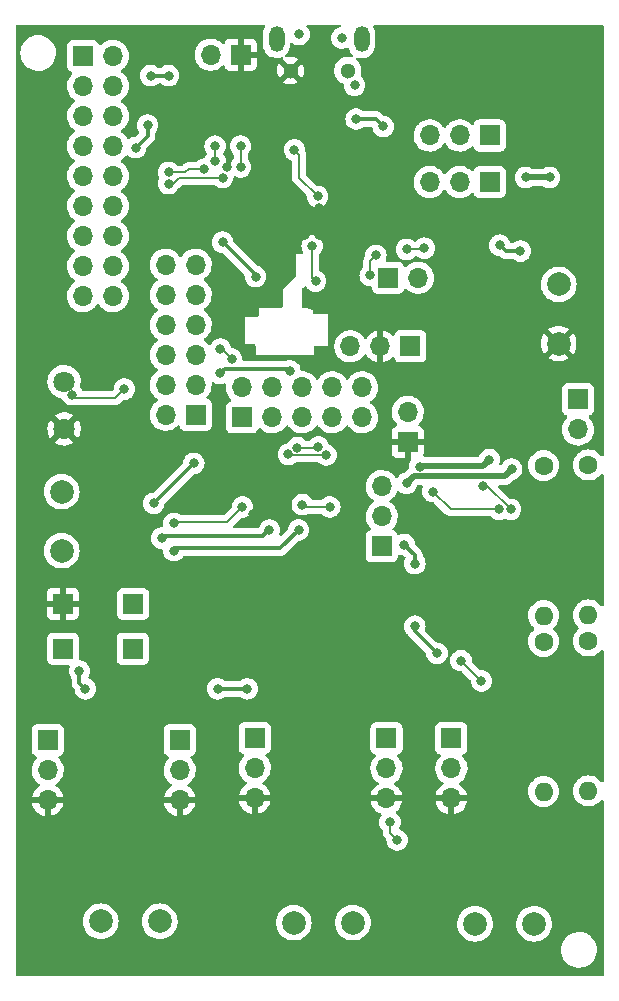
<source format=gbr>
%TF.GenerationSoftware,KiCad,Pcbnew,(6.0.10)*%
%TF.CreationDate,2023-02-23T14:30:16-05:00*%
%TF.ProjectId,rp2040_v0,72703230-3430-45f7-9630-2e6b69636164,rev?*%
%TF.SameCoordinates,Original*%
%TF.FileFunction,Copper,L2,Bot*%
%TF.FilePolarity,Positive*%
%FSLAX46Y46*%
G04 Gerber Fmt 4.6, Leading zero omitted, Abs format (unit mm)*
G04 Created by KiCad (PCBNEW (6.0.10)) date 2023-02-23 14:30:16*
%MOMM*%
%LPD*%
G01*
G04 APERTURE LIST*
%TA.AperFunction,ComponentPad*%
%ADD10C,1.600000*%
%TD*%
%TA.AperFunction,ComponentPad*%
%ADD11O,1.600000X1.600000*%
%TD*%
%TA.AperFunction,ComponentPad*%
%ADD12C,2.000000*%
%TD*%
%TA.AperFunction,ComponentPad*%
%ADD13R,1.700000X1.700000*%
%TD*%
%TA.AperFunction,ComponentPad*%
%ADD14O,1.700000X1.700000*%
%TD*%
%TA.AperFunction,ComponentPad*%
%ADD15C,1.300000*%
%TD*%
%TA.AperFunction,ComponentPad*%
%ADD16O,1.300000X2.200000*%
%TD*%
%TA.AperFunction,ComponentPad*%
%ADD17C,1.800000*%
%TD*%
%TA.AperFunction,ViaPad*%
%ADD18C,0.800000*%
%TD*%
%TA.AperFunction,Conductor*%
%ADD19C,0.150000*%
%TD*%
%TA.AperFunction,Conductor*%
%ADD20C,0.500000*%
%TD*%
%TA.AperFunction,Conductor*%
%ADD21C,0.300000*%
%TD*%
G04 APERTURE END LIST*
D10*
%TO.P,R49,1*%
%TO.N,Net-(R48-Pad2)*%
X154300000Y-97200000D03*
D11*
%TO.P,R49,2*%
%TO.N,Armed_Batt+_with_big_pyro_resistor*%
X154300000Y-109900000D03*
%TD*%
D10*
%TO.P,R47,1*%
%TO.N,Net-(R46-Pad2)*%
X158100000Y-97150000D03*
D11*
%TO.P,R47,2*%
%TO.N,Armed_Batt+_with_big_pyro_resistor*%
X158100000Y-109850000D03*
%TD*%
D10*
%TO.P,R48,1*%
%TO.N,Net-(J15-Pad2)*%
X154300000Y-82300000D03*
D11*
%TO.P,R48,2*%
%TO.N,Net-(R48-Pad2)*%
X154300000Y-95000000D03*
%TD*%
%TO.P,R46,2*%
%TO.N,Net-(R46-Pad2)*%
X158100000Y-94950000D03*
D10*
%TO.P,R46,1*%
%TO.N,Net-(J15-Pad2)*%
X158100000Y-82250000D03*
%TD*%
D12*
%TO.P,J27,2,Pin_2*%
%TO.N,Net-(J27-Pad2)*%
X116803000Y-120887500D03*
%TO.P,J27,1,Pin_1*%
%TO.N,Armed_Batt+_with_big_pyro_resistor*%
X121803000Y-120887500D03*
%TD*%
D13*
%TO.P,J3,1,Pin_1*%
%TO.N,Net-(J3-Pad1)*%
X143025000Y-72200000D03*
D14*
%TO.P,J3,2,Pin_2*%
%TO.N,GND*%
X140485000Y-72200000D03*
%TO.P,J3,3,Pin_3*%
%TO.N,Net-(J3-Pad3)*%
X137945000Y-72200000D03*
%TD*%
D13*
%TO.P,J22,1,Pin_1*%
%TO.N,Net-(J22-Pad1)*%
X128778000Y-78209000D03*
D14*
%TO.P,J22,2,Pin_2*%
%TO.N,PWM_6_A__Reaction_Control_Wheel_In_A*%
X128778000Y-75669000D03*
%TO.P,J22,3,Pin_3*%
%TO.N,Net-(J22-Pad3)*%
X131318000Y-78209000D03*
%TO.P,J22,4,Pin_4*%
%TO.N,PWM_7_A__Reaction_Control_Wheel_In_B*%
X131318000Y-75669000D03*
%TO.P,J22,5,Pin_5*%
%TO.N,Net-(C40-Pad1)*%
X133858000Y-78209000D03*
%TO.P,J22,6,Pin_6*%
%TO.N,+3.3V*%
X133858000Y-75669000D03*
%TO.P,J22,7,Pin_7*%
%TO.N,Net-(J22-Pad7)*%
X136398000Y-78209000D03*
%TO.P,J22,8,Pin_8*%
%TO.N,+3.3V*%
X136398000Y-75669000D03*
%TO.P,J22,9,Pin_9*%
%TO.N,Net-(C37-Pad1)*%
X138938000Y-78209000D03*
%TO.P,J22,10,Pin_10*%
%TO.N,MOTOR_POWER*%
X138938000Y-75669000D03*
%TD*%
%TO.P,J18,3,Pin_3*%
%TO.N,GND*%
X141000000Y-110480000D03*
%TO.P,J18,2,Pin_2*%
%TO.N,5v_Servo_CD*%
X141000000Y-107940000D03*
D13*
%TO.P,J18,1,Pin_1*%
%TO.N,PWM_3_A__Servo_D*%
X141000000Y-105400000D03*
%TD*%
%TO.P,J13,1,Pin_1*%
%TO.N,Net-(J13-Pad1)*%
X115311000Y-47630000D03*
D14*
%TO.P,J13,2,Pin_2*%
%TO.N,SPI0_SCK__BMI088_SCLK*%
X117851000Y-47630000D03*
%TO.P,J13,3,Pin_3*%
%TO.N,Net-(J13-Pad3)*%
X115311000Y-50170000D03*
%TO.P,J13,4,Pin_4*%
%TO.N,SPI0_TX__BMI088_MOSI*%
X117851000Y-50170000D03*
%TO.P,J13,5,Pin_5*%
%TO.N,Net-(J13-Pad5)*%
X115311000Y-52710000D03*
%TO.P,J13,6,Pin_6*%
%TO.N,SPI0_RX__BMI088_MISO*%
X117851000Y-52710000D03*
%TO.P,J13,7,Pin_7*%
%TO.N,Net-(C20-Pad1)*%
X115311000Y-55250000D03*
%TO.P,J13,8,Pin_8*%
%TO.N,+3.3V*%
X117851000Y-55250000D03*
%TO.P,J13,9,Pin_9*%
%TO.N,Net-(J13-Pad9)*%
X115311000Y-57790000D03*
%TO.P,J13,10,Pin_10*%
%TO.N,GYRO_INT*%
X117851000Y-57790000D03*
%TO.P,J13,11,Pin_11*%
%TO.N,Net-(J13-Pad11)*%
X115311000Y-60330000D03*
%TO.P,J13,12,Pin_12*%
%TO.N,SPI0_CSn__BMI088_CS_ACCEL*%
X117851000Y-60330000D03*
%TO.P,J13,13,Pin_13*%
%TO.N,Net-(J13-Pad13)*%
X115311000Y-62870000D03*
%TO.P,J13,14,Pin_14*%
%TO.N,SPI0_RX__BMI088_MISO*%
X117851000Y-62870000D03*
%TO.P,J13,15,Pin_15*%
%TO.N,Net-(J13-Pad15)*%
X115311000Y-65410000D03*
%TO.P,J13,16,Pin_16*%
%TO.N,ACCEL_INT*%
X117851000Y-65410000D03*
%TO.P,J13,17,Pin_17*%
%TO.N,Net-(J13-Pad17)*%
X115311000Y-67950000D03*
%TO.P,J13,18,Pin_18*%
%TO.N,SPI0_CSn__BMI088_CS_GYRO*%
X117851000Y-67950000D03*
%TD*%
%TO.P,J19,3,Pin_3*%
%TO.N,GND*%
X129840000Y-110450000D03*
%TO.P,J19,2,Pin_2*%
%TO.N,5v_Servo_CD*%
X129840000Y-107910000D03*
D13*
%TO.P,J19,1,Pin_1*%
%TO.N,PWM_2_B__Servo_C*%
X129840000Y-105370000D03*
%TD*%
%TO.P,J11,1,Pin_1*%
%TO.N,UART_1_TX_I2C0_SDA*%
X141125000Y-66400000D03*
D14*
%TO.P,J11,2,Pin_2*%
%TO.N,UART_1_RX_I2C0_SCL*%
X143665000Y-66400000D03*
%TD*%
D13*
%TO.P,J15,1,Pin_1*%
%TO.N,+BATT*%
X157226000Y-76703000D03*
D14*
%TO.P,J15,2,Pin_2*%
%TO.N,Net-(J15-Pad2)*%
X157226000Y-79243000D03*
%TD*%
D13*
%TO.P,J7,1,Pin_1*%
%TO.N,+3.3V*%
X119550000Y-94020000D03*
%TD*%
D14*
%TO.P,J17,3,Pin_3*%
%TO.N,GND*%
X146500000Y-110480000D03*
%TO.P,J17,2,Pin_2*%
%TO.N,+5V*%
X146500000Y-107940000D03*
D13*
%TO.P,J17,1,Pin_1*%
%TO.N,PWM_4_A__Servo_E*%
X146500000Y-105400000D03*
%TD*%
%TO.P,J2,1,Pin_1*%
%TO.N,GND*%
X128651000Y-47511000D03*
D14*
%TO.P,J2,2,Pin_2*%
%TO.N,Net-(J2-Pad2)*%
X126111000Y-47511000D03*
%TD*%
D12*
%TO.P,J25,2,Pin_2*%
%TO.N,Net-(J25-Pad2)*%
X148500000Y-121100000D03*
%TO.P,J25,1,Pin_1*%
%TO.N,Armed_Batt+_with_big_pyro_resistor*%
X153500000Y-121100000D03*
%TD*%
%TO.P,J28,2,Pin_2*%
%TO.N,Net-(J28-Pad2)*%
X133156000Y-120995500D03*
%TO.P,J28,1,Pin_1*%
%TO.N,Armed_Batt+_with_big_pyro_resistor*%
X138156000Y-120995500D03*
%TD*%
D15*
%TO.P,J5,6,Shield*%
%TO.N,GND*%
X132874500Y-48855500D03*
D16*
%TO.P,J5,7*%
%TO.N,N/C*%
X131694500Y-46185500D03*
%TO.P,J5,8*%
X138894500Y-46185500D03*
D15*
%TO.P,J5,9*%
X137714500Y-48855500D03*
%TD*%
D14*
%TO.P,J21,3,Pin_3*%
%TO.N,GND*%
X112314000Y-110628000D03*
%TO.P,J21,2,Pin_2*%
%TO.N,5v_Servo_AB*%
X112314000Y-108088000D03*
D13*
%TO.P,J21,1,Pin_1*%
%TO.N,PWM_0_A__Servo_A*%
X112314000Y-105548000D03*
%TD*%
%TO.P,J9,1,Pin_1*%
%TO.N,GND*%
X142800000Y-80300000D03*
D14*
%TO.P,J9,2,Pin_2*%
%TO.N,Run*%
X142800000Y-77760000D03*
%TD*%
D13*
%TO.P,J8,1,Pin_1*%
%TO.N,Net-(C11-Pad1)*%
X149733000Y-58293000D03*
D14*
%TO.P,J8,2,Pin_2*%
%TO.N,+5V*%
X147193000Y-58293000D03*
%TO.P,J8,3,Pin_3*%
%TO.N,VBUS*%
X144653000Y-58293000D03*
%TD*%
D13*
%TO.P,J14,1,Pin_1*%
%TO.N,+3.3V*%
X124846000Y-77991000D03*
D14*
%TO.P,J14,2,Pin_2*%
%TO.N,Net-(C23-Pad1)*%
X122306000Y-77991000D03*
%TO.P,J14,3,Pin_3*%
%TO.N,+3.3V*%
X124846000Y-75451000D03*
%TO.P,J14,4,Pin_4*%
%TO.N,Net-(C22-Pad1)*%
X122306000Y-75451000D03*
%TO.P,J14,5,Pin_5*%
%TO.N,SPI1_TX__BMP280_MOSI*%
X124846000Y-72911000D03*
%TO.P,J14,6,Pin_6*%
%TO.N,Net-(J14-Pad6)*%
X122306000Y-72911000D03*
%TO.P,J14,7,Pin_7*%
%TO.N,SPI1_SCK__BMP280_SCLK*%
X124846000Y-70371000D03*
%TO.P,J14,8,Pin_8*%
%TO.N,Net-(J14-Pad8)*%
X122306000Y-70371000D03*
%TO.P,J14,9,Pin_9*%
%TO.N,SPI1_CSn__BMP280_CSn*%
X124846000Y-67831000D03*
%TO.P,J14,10,Pin_10*%
%TO.N,Net-(J14-Pad10)*%
X122306000Y-67831000D03*
%TO.P,J14,11,Pin_11*%
%TO.N,SPI1_RX__BMP280_MISO*%
X124846000Y-65291000D03*
%TO.P,J14,12,Pin_12*%
%TO.N,Net-(J14-Pad12)*%
X122306000Y-65291000D03*
%TD*%
D12*
%TO.P,J23,1,Pin_1*%
%TO.N,Net-(J23-Pad1)*%
X113500000Y-89500000D03*
%TO.P,J23,2,Pin_2*%
%TO.N,Net-(J23-Pad2)*%
X113500000Y-84500000D03*
%TD*%
D14*
%TO.P,J16,3,Pin_3*%
%TO.N,+5V*%
X140600000Y-84045000D03*
%TO.P,J16,2,Pin_2*%
%TO.N,MOTOR_POWER*%
X140600000Y-86585000D03*
D13*
%TO.P,J16,1,Pin_1*%
%TO.N,Protected_VBATT+*%
X140600000Y-89125000D03*
%TD*%
%TO.P,J6,1,Pin_1*%
%TO.N,+5V*%
X119500000Y-97800000D03*
%TD*%
D14*
%TO.P,J20,3,Pin_3*%
%TO.N,GND*%
X123490000Y-110628000D03*
%TO.P,J20,2,Pin_2*%
%TO.N,5v_Servo_AB*%
X123490000Y-108088000D03*
D13*
%TO.P,J20,1,Pin_1*%
%TO.N,PWM_1_A__Servo_B*%
X123490000Y-105548000D03*
%TD*%
%TO.P,J4,1,Pin_1*%
%TO.N,Protected_VBATT+*%
X113600000Y-97800000D03*
%TD*%
%TO.P,J1,1,Pin_1*%
%TO.N,Protected_VBATT+*%
X149733000Y-54356000D03*
D14*
%TO.P,J1,2,Pin_2*%
%TO.N,Net-(C2-Pad2)*%
X147193000Y-54356000D03*
%TO.P,J1,3,Pin_3*%
%TO.N,Net-(D1-Pad1)*%
X144653000Y-54356000D03*
%TD*%
D12*
%TO.P,J12,1,Pin_1*%
%TO.N,+BATT*%
X155575000Y-66969000D03*
%TO.P,J12,2,Pin_2*%
%TO.N,GND*%
X155575000Y-71969000D03*
%TD*%
D13*
%TO.P,J10,1,Pin_1*%
%TO.N,GND*%
X113600000Y-94000000D03*
%TD*%
D17*
%TO.P,BZ1,1,-*%
%TO.N,Buzzer*%
X113700000Y-75200000D03*
%TO.P,BZ1,2,+*%
%TO.N,GND*%
X113700000Y-79200000D03*
%TD*%
D18*
%TO.N,GND*%
X146500000Y-112300000D03*
%TO.N,*%
X138300000Y-50100000D03*
X133600000Y-45800000D03*
X137200000Y-46100000D03*
%TO.N,GND*%
X145900000Y-113800000D03*
X130500000Y-113800000D03*
X114700000Y-113900000D03*
X136870500Y-95958411D03*
X114700000Y-114800000D03*
X145900000Y-114900000D03*
X130400000Y-114800000D03*
%TO.N,Protected_VBATT+*%
X142500000Y-89000000D03*
X143400000Y-90600000D03*
X143400000Y-95900000D03*
X145275500Y-98200000D03*
%TO.N,PWM_4_A__Servo_E*%
X149041589Y-100541589D03*
X147308411Y-98808411D03*
%TO.N,ADC_1__Pyro_B_Continuity_Check*%
X141900000Y-114000000D03*
X141300000Y-112500000D03*
%TO.N,ADC_0__Pyro_A_Continuity_Check*%
X151500000Y-86000000D03*
X149150000Y-83999500D03*
%TO.N,Pyro_Control_A*%
X150550497Y-86000000D03*
X144924500Y-84500000D03*
%TO.N,+3.3V*%
X124683325Y-82116675D03*
X121295911Y-85504089D03*
%TO.N,Protected_VBATT+*%
X126700000Y-101200000D03*
X129200000Y-101200000D03*
X115500000Y-101200000D03*
X115000000Y-99700000D03*
%TO.N,GND*%
X122459000Y-114251500D03*
X122459000Y-115277000D03*
X115459000Y-115451500D03*
X138436000Y-114186500D03*
X138536000Y-115154000D03*
X131236000Y-115386500D03*
X152044000Y-113500000D03*
X152044000Y-114872000D03*
X146644000Y-115572000D03*
X112200000Y-102400000D03*
X112300000Y-112800000D03*
X121600000Y-111600000D03*
X121500000Y-102600000D03*
X120200000Y-106900000D03*
X127800000Y-110500000D03*
X139200000Y-111300000D03*
X130100000Y-102600000D03*
X139000000Y-102500000D03*
X137800000Y-106500000D03*
%TO.N,User_controlled_LED_B*%
X122995911Y-87204089D03*
X128795457Y-85804543D03*
%TO.N,GND*%
X128300000Y-96800000D03*
X141600000Y-95500000D03*
%TO.N,Protected_VBATT+*%
X142700000Y-83800000D03*
X151600000Y-82600000D03*
%TO.N,+5V*%
X143800000Y-82400000D03*
X149700000Y-81800000D03*
%TO.N,PWM_3_A__Servo_D*%
X144200000Y-63900000D03*
X142700000Y-64000000D03*
%TO.N,PWM_2_B__Servo_C*%
X140100000Y-64500000D03*
X139624500Y-66200000D03*
%TO.N,GND*%
X141100000Y-80300000D03*
X139000000Y-70600000D03*
%TO.N,Net-(J23-Pad2)*%
X131086308Y-87775500D03*
X121955378Y-88444622D03*
%TO.N,Net-(J23-Pad1)*%
X133553353Y-87753353D03*
X123005378Y-89494622D03*
%TO.N,GND*%
X133387626Y-97322475D03*
X132394622Y-96405378D03*
X135500000Y-91200000D03*
X111800000Y-79200000D03*
%TO.N,+3.3V*%
X132820589Y-74279411D03*
X126900000Y-74500000D03*
%TO.N,Buzzer*%
X114400000Y-76300000D03*
X118800000Y-75821500D03*
%TO.N,Net-(C37-Pad1)*%
X133875500Y-85600000D03*
X136200000Y-85800000D03*
%TO.N,Net-(J22-Pad3)*%
X133450500Y-80775500D03*
X135228601Y-80728601D03*
%TO.N,Net-(J22-Pad1)*%
X132698588Y-81355312D03*
X135900000Y-81400000D03*
%TO.N,+3.3V*%
X119761000Y-55385000D03*
X120777000Y-53480000D03*
X121031000Y-49289000D03*
X127127000Y-63386000D03*
X122555000Y-49289000D03*
X129921000Y-66307000D03*
%TO.N,+1V1*%
X133205726Y-55566969D03*
X135166067Y-59505498D03*
X134705150Y-63704502D03*
X135001353Y-66687647D03*
%TO.N,Net-(C11-Pad1)*%
X154813000Y-57912000D03*
X152781000Y-57912000D03*
%TO.N,VBUS*%
X140716000Y-53594000D03*
X138430000Y-52959000D03*
%TO.N,+BATT*%
X150589752Y-63641473D03*
X152344332Y-64144332D03*
%TO.N,SPI0_RX__BMI088_MISO*%
X122555000Y-58433000D03*
X127127000Y-57925000D03*
%TO.N,SPI0_CSn__BMI088_CS_ACCEL*%
X122555000Y-57483497D03*
X125552662Y-57203486D03*
%TO.N,PWM_6_A__Reaction_Control_Wheel_In_A*%
X126937500Y-72446622D03*
X127889000Y-73279000D03*
%TO.N,/QSPI_SS*%
X128651000Y-55249660D03*
X128651000Y-57025500D03*
%TO.N,/QSPI_SD1*%
X126492000Y-55249660D03*
X126492000Y-56528000D03*
%TO.N,GND*%
X143002000Y-62611000D03*
X136425000Y-84225000D03*
X137902000Y-54295000D03*
X135255000Y-62751000D03*
X135509000Y-72657000D03*
X140843000Y-56515000D03*
X134122000Y-61605000D03*
X117983000Y-74562000D03*
X140843000Y-57417000D03*
X140716000Y-48514000D03*
X117983000Y-69852500D03*
X132969000Y-61608000D03*
X151892000Y-51968500D03*
X132969000Y-60465000D03*
X132842000Y-52464000D03*
X158496000Y-50292000D03*
X131225000Y-82225000D03*
X135255000Y-61608000D03*
X131572000Y-68339000D03*
X132969000Y-62751000D03*
X125095000Y-62624000D03*
X131826000Y-52197000D03*
X149352000Y-61722000D03*
X133477000Y-51054000D03*
X136271000Y-68466000D03*
X129540000Y-69228000D03*
X158496000Y-61468000D03*
X131225000Y-83225000D03*
X123190000Y-54877000D03*
X158115000Y-56079000D03*
X134112000Y-62751000D03*
X127508000Y-57036000D03*
X135255000Y-60465000D03*
X134493000Y-47625000D03*
X136500000Y-69500000D03*
X129700000Y-86425000D03*
X130225000Y-83425000D03*
X153543000Y-45466000D03*
X138938000Y-54242000D03*
X119034000Y-74534000D03*
X142621000Y-45847000D03*
X134112000Y-60465000D03*
%TD*%
D19*
%TO.N,Pyro_Control_A*%
X150550497Y-86000000D02*
X146424500Y-86000000D01*
X146424500Y-86000000D02*
X144924500Y-84500000D01*
%TO.N,ADC_0__Pyro_A_Continuity_Check*%
X149499500Y-83999500D02*
X149150000Y-83999500D01*
X151500000Y-86000000D02*
X149499500Y-83999500D01*
D20*
%TO.N,Protected_VBATT+*%
X143300000Y-83200000D02*
X142700000Y-83800000D01*
X151000000Y-83200000D02*
X143300000Y-83200000D01*
X151600000Y-82600000D02*
X151000000Y-83200000D01*
D19*
%TO.N,PWM_4_A__Servo_E*%
X149041589Y-100541589D02*
X147308411Y-98808411D01*
D21*
%TO.N,Protected_VBATT+*%
X143400000Y-96324500D02*
X143400000Y-95900000D01*
X145275500Y-98200000D02*
X143400000Y-96324500D01*
X143400000Y-89900000D02*
X142500000Y-89000000D01*
X143400000Y-90600000D02*
X143400000Y-89900000D01*
D19*
%TO.N,ADC_1__Pyro_B_Continuity_Check*%
X141300000Y-112500000D02*
X141300000Y-113400000D01*
X141300000Y-113400000D02*
X141900000Y-114000000D01*
D21*
%TO.N,+3.3V*%
X121295911Y-85504089D02*
X124683325Y-82116675D01*
%TO.N,Net-(J23-Pad2)*%
X130988104Y-87775500D02*
X131086308Y-87775500D01*
X130509515Y-88254089D02*
X130988104Y-87775500D01*
X122145911Y-88254089D02*
X130509515Y-88254089D01*
X121955378Y-88444622D02*
X122145911Y-88254089D01*
%TO.N,Net-(J23-Pad1)*%
X123005378Y-89494622D02*
X123200000Y-89300000D01*
X132006706Y-89300000D02*
X133553353Y-87753353D01*
X123200000Y-89300000D02*
X132006706Y-89300000D01*
%TO.N,Protected_VBATT+*%
X126700000Y-101200000D02*
X129200000Y-101200000D01*
X115000000Y-100700000D02*
X115000000Y-99700000D01*
X115500000Y-101200000D02*
X115000000Y-100700000D01*
D19*
%TO.N,PWM_3_A__Servo_D*%
X144100000Y-64000000D02*
X142700000Y-64000000D01*
X144200000Y-63900000D02*
X144100000Y-64000000D01*
%TO.N,Net-(C37-Pad1)*%
X134075500Y-85800000D02*
X136200000Y-85800000D01*
X133875500Y-85600000D02*
X134075500Y-85800000D01*
%TO.N,User_controlled_LED_B*%
X123100000Y-87100000D02*
X122995911Y-87204089D01*
X128795457Y-85804543D02*
X127500000Y-87100000D01*
X127500000Y-87100000D02*
X123100000Y-87100000D01*
D20*
%TO.N,+5V*%
X143900000Y-82300000D02*
X143800000Y-82400000D01*
X149200000Y-82300000D02*
X143900000Y-82300000D01*
X149700000Y-81800000D02*
X149200000Y-82300000D01*
D21*
%TO.N,+BATT*%
X151092611Y-64144332D02*
X150589752Y-63641473D01*
X152344332Y-64144332D02*
X151092611Y-64144332D01*
D19*
%TO.N,PWM_2_B__Servo_C*%
X139624500Y-64975500D02*
X139624500Y-66200000D01*
X140100000Y-64500000D02*
X139624500Y-64975500D01*
D21*
%TO.N,+3.3V*%
X127300000Y-74100000D02*
X126900000Y-74500000D01*
X132641178Y-74100000D02*
X127300000Y-74100000D01*
X132820589Y-74279411D02*
X132641178Y-74100000D01*
D19*
%TO.N,Buzzer*%
X114700000Y-76600000D02*
X118021500Y-76600000D01*
X114400000Y-76300000D02*
X114700000Y-76600000D01*
X118021500Y-76600000D02*
X118800000Y-75821500D01*
%TO.N,Net-(J22-Pad1)*%
X132698588Y-81355312D02*
X132743276Y-81400000D01*
X132743276Y-81400000D02*
X135900000Y-81400000D01*
%TO.N,Net-(J22-Pad3)*%
X135181702Y-80775500D02*
X133450500Y-80775500D01*
X135228601Y-80728601D02*
X135181702Y-80775500D01*
%TO.N,+3.3V*%
X129921000Y-66180000D02*
X129921000Y-66307000D01*
D21*
X120777000Y-53480000D02*
X120777000Y-54369000D01*
X122555000Y-49289000D02*
X121031000Y-49289000D01*
X127127000Y-63386000D02*
X129921000Y-66180000D01*
X120777000Y-54369000D02*
X119761000Y-55385000D01*
D19*
%TO.N,+1V1*%
X135001353Y-66687647D02*
X135000647Y-66687647D01*
X134705150Y-66392150D02*
X134705150Y-63704502D01*
X134747000Y-66434000D02*
X134705150Y-66392150D01*
X133604000Y-56909000D02*
X133604000Y-55965243D01*
X135166067Y-59505498D02*
X133604000Y-57943431D01*
X133604000Y-57943431D02*
X133604000Y-56909000D01*
X135000647Y-66687647D02*
X134747000Y-66434000D01*
X133604000Y-55965243D02*
X133205726Y-55566969D01*
D20*
%TO.N,Net-(C11-Pad1)*%
X154813000Y-57912000D02*
X152781000Y-57912000D01*
D21*
%TO.N,VBUS*%
X138430000Y-52959000D02*
X140081000Y-52959000D01*
X140081000Y-52959000D02*
X140716000Y-53594000D01*
D19*
%TO.N,SPI0_RX__BMI088_MISO*%
X123444000Y-57925000D02*
X122936000Y-58433000D01*
X127127000Y-57925000D02*
X123444000Y-57925000D01*
X122936000Y-58433000D02*
X122555000Y-58433000D01*
%TO.N,SPI0_CSn__BMI088_CS_ACCEL*%
X125552662Y-57203486D02*
X124246486Y-57203486D01*
X123966475Y-57483497D02*
X122555000Y-57483497D01*
X124246486Y-57203486D02*
X123966475Y-57483497D01*
%TO.N,PWM_6_A__Reaction_Control_Wheel_In_A*%
X127056622Y-72446622D02*
X126937500Y-72446622D01*
X127889000Y-73279000D02*
X127056622Y-72446622D01*
%TO.N,/QSPI_SS*%
X128651000Y-57025500D02*
X128651000Y-55249660D01*
%TO.N,/QSPI_SD1*%
X126492000Y-56528000D02*
X126492000Y-55249660D01*
%TD*%
%TA.AperFunction,Conductor*%
%TO.N,GND*%
G36*
X130653603Y-44978502D02*
G01*
X130700096Y-45032158D01*
X130710200Y-45102432D01*
X130696990Y-45143167D01*
X130651393Y-45229834D01*
X130619600Y-45290262D01*
X130617886Y-45295783D01*
X130617884Y-45295787D01*
X130607748Y-45328430D01*
X130556461Y-45493602D01*
X130536000Y-45666482D01*
X130536000Y-46689513D01*
X130550519Y-46847524D01*
X130567682Y-46908379D01*
X130606746Y-47046887D01*
X130608314Y-47052448D01*
X130610866Y-47057623D01*
X130610868Y-47057628D01*
X130674152Y-47185954D01*
X130702485Y-47243408D01*
X130705939Y-47248034D01*
X130705940Y-47248035D01*
X130715403Y-47260707D01*
X130829878Y-47414009D01*
X130986229Y-47558537D01*
X131166299Y-47672153D01*
X131364059Y-47751051D01*
X131369719Y-47752177D01*
X131369723Y-47752178D01*
X131567218Y-47791462D01*
X131567220Y-47791462D01*
X131572885Y-47792589D01*
X131578660Y-47792665D01*
X131578664Y-47792665D01*
X131685339Y-47794061D01*
X131785784Y-47795376D01*
X131797604Y-47793345D01*
X131989936Y-47760297D01*
X131989939Y-47760296D01*
X131995626Y-47759319D01*
X132094798Y-47722733D01*
X132165630Y-47717921D01*
X132227820Y-47752168D01*
X132261622Y-47814602D01*
X132262431Y-47863170D01*
X132260123Y-47876049D01*
X132264293Y-47886083D01*
X132861688Y-48483478D01*
X132875632Y-48491092D01*
X132877465Y-48490961D01*
X132884080Y-48486710D01*
X133481033Y-47889757D01*
X133487793Y-47877377D01*
X133481763Y-47869322D01*
X133407357Y-47822375D01*
X133397109Y-47817154D01*
X133210163Y-47742570D01*
X133199135Y-47739303D01*
X133001730Y-47700037D01*
X132990284Y-47698834D01*
X132789037Y-47696200D01*
X132777557Y-47697103D01*
X132579201Y-47731187D01*
X132562504Y-47735661D01*
X132562169Y-47734412D01*
X132497768Y-47738786D01*
X132435578Y-47704538D01*
X132401776Y-47642104D01*
X132407095Y-47571307D01*
X132441915Y-47521030D01*
X132491329Y-47477695D01*
X132538446Y-47436375D01*
X132670262Y-47269167D01*
X132676664Y-47257000D01*
X132766707Y-47085856D01*
X132769400Y-47080738D01*
X132772059Y-47072177D01*
X132830824Y-46882921D01*
X132832539Y-46877398D01*
X132853000Y-46704518D01*
X132853000Y-46627529D01*
X132873002Y-46559408D01*
X132926658Y-46512915D01*
X132996932Y-46502811D01*
X133053061Y-46525593D01*
X133143248Y-46591118D01*
X133149276Y-46593802D01*
X133149278Y-46593803D01*
X133292145Y-46657411D01*
X133317712Y-46668794D01*
X133401553Y-46686615D01*
X133498056Y-46707128D01*
X133498061Y-46707128D01*
X133504513Y-46708500D01*
X133695487Y-46708500D01*
X133701939Y-46707128D01*
X133701944Y-46707128D01*
X133798447Y-46686615D01*
X133882288Y-46668794D01*
X133907855Y-46657411D01*
X134050722Y-46593803D01*
X134050724Y-46593802D01*
X134056752Y-46591118D01*
X134211253Y-46478866D01*
X134223494Y-46465271D01*
X134334621Y-46341852D01*
X134334622Y-46341851D01*
X134339040Y-46336944D01*
X134421110Y-46194795D01*
X134431223Y-46177279D01*
X134431224Y-46177278D01*
X134434527Y-46171556D01*
X134493542Y-45989928D01*
X134494321Y-45982522D01*
X134512814Y-45806565D01*
X134513504Y-45800000D01*
X134493542Y-45610072D01*
X134434527Y-45428444D01*
X134339040Y-45263056D01*
X134254181Y-45168810D01*
X134223463Y-45104803D01*
X134232228Y-45034349D01*
X134277691Y-44979818D01*
X134347817Y-44958500D01*
X137001880Y-44958500D01*
X137070001Y-44978502D01*
X137116494Y-45032158D01*
X137126598Y-45102432D01*
X137097104Y-45167012D01*
X137037378Y-45205396D01*
X137028075Y-45207747D01*
X136917712Y-45231206D01*
X136911682Y-45233891D01*
X136911681Y-45233891D01*
X136749278Y-45306197D01*
X136749276Y-45306198D01*
X136743248Y-45308882D01*
X136737907Y-45312762D01*
X136737906Y-45312763D01*
X136687843Y-45349136D01*
X136588747Y-45421134D01*
X136584326Y-45426044D01*
X136584325Y-45426045D01*
X136523497Y-45493602D01*
X136460960Y-45563056D01*
X136457659Y-45568774D01*
X136390911Y-45684385D01*
X136365473Y-45728444D01*
X136306458Y-45910072D01*
X136286496Y-46100000D01*
X136287186Y-46106565D01*
X136305523Y-46281029D01*
X136306458Y-46289928D01*
X136365473Y-46471556D01*
X136368776Y-46477278D01*
X136368777Y-46477279D01*
X136392216Y-46517876D01*
X136460960Y-46636944D01*
X136465378Y-46641851D01*
X136465379Y-46641852D01*
X136542080Y-46727037D01*
X136588747Y-46778866D01*
X136743248Y-46891118D01*
X136749276Y-46893802D01*
X136749278Y-46893803D01*
X136878132Y-46951172D01*
X136917712Y-46968794D01*
X136997907Y-46985840D01*
X137098056Y-47007128D01*
X137098061Y-47007128D01*
X137104513Y-47008500D01*
X137295487Y-47008500D01*
X137301939Y-47007128D01*
X137301944Y-47007128D01*
X137402093Y-46985840D01*
X137482288Y-46968794D01*
X137617983Y-46908379D01*
X137688349Y-46898945D01*
X137752646Y-46929051D01*
X137790500Y-46989285D01*
X137806745Y-47046887D01*
X137806746Y-47046889D01*
X137808314Y-47052448D01*
X137810866Y-47057623D01*
X137810868Y-47057628D01*
X137874152Y-47185954D01*
X137902485Y-47243408D01*
X137905939Y-47248034D01*
X137905940Y-47248035D01*
X137915403Y-47260707D01*
X138029878Y-47414009D01*
X138146959Y-47522236D01*
X138183404Y-47583163D01*
X138181124Y-47654123D01*
X138140842Y-47712585D01*
X138075347Y-47739989D01*
X138036849Y-47738339D01*
X137841782Y-47699538D01*
X137841780Y-47699538D01*
X137836115Y-47698411D01*
X137830340Y-47698335D01*
X137830336Y-47698335D01*
X137723661Y-47696939D01*
X137623216Y-47695624D01*
X137617519Y-47696603D01*
X137617518Y-47696603D01*
X137419064Y-47730703D01*
X137419061Y-47730704D01*
X137413374Y-47731681D01*
X137213616Y-47805375D01*
X137030634Y-47914239D01*
X136870554Y-48054625D01*
X136738738Y-48221833D01*
X136736049Y-48226944D01*
X136736047Y-48226947D01*
X136683176Y-48327438D01*
X136639600Y-48410262D01*
X136637886Y-48415783D01*
X136637884Y-48415787D01*
X136601945Y-48531531D01*
X136576461Y-48613602D01*
X136551436Y-48825044D01*
X136565361Y-49037506D01*
X136566782Y-49043102D01*
X136566783Y-49043107D01*
X136611686Y-49219908D01*
X136617772Y-49243872D01*
X136620189Y-49249115D01*
X136680242Y-49379380D01*
X136706911Y-49437231D01*
X136829796Y-49611109D01*
X136982309Y-49759681D01*
X136987105Y-49762886D01*
X136987108Y-49762888D01*
X137072921Y-49820226D01*
X137159343Y-49877971D01*
X137164646Y-49880249D01*
X137164649Y-49880251D01*
X137313736Y-49944304D01*
X137368429Y-49989573D01*
X137389966Y-50057224D01*
X137389308Y-50073241D01*
X137388303Y-50082803D01*
X137386496Y-50100000D01*
X137387186Y-50106565D01*
X137396744Y-50197500D01*
X137406458Y-50289928D01*
X137465473Y-50471556D01*
X137560960Y-50636944D01*
X137688747Y-50778866D01*
X137843248Y-50891118D01*
X137849276Y-50893802D01*
X137849278Y-50893803D01*
X138011681Y-50966109D01*
X138017712Y-50968794D01*
X138111112Y-50988647D01*
X138198056Y-51007128D01*
X138198061Y-51007128D01*
X138204513Y-51008500D01*
X138395487Y-51008500D01*
X138401939Y-51007128D01*
X138401944Y-51007128D01*
X138488887Y-50988647D01*
X138582288Y-50968794D01*
X138588319Y-50966109D01*
X138750722Y-50893803D01*
X138750724Y-50893802D01*
X138756752Y-50891118D01*
X138911253Y-50778866D01*
X139039040Y-50636944D01*
X139134527Y-50471556D01*
X139193542Y-50289928D01*
X139203257Y-50197500D01*
X139212814Y-50106565D01*
X139213504Y-50100000D01*
X139200071Y-49972192D01*
X139194232Y-49916635D01*
X139194232Y-49916633D01*
X139193542Y-49910072D01*
X139134527Y-49728444D01*
X139039040Y-49563056D01*
X138911253Y-49421134D01*
X138905913Y-49417254D01*
X138905905Y-49417247D01*
X138853784Y-49379380D01*
X138810429Y-49323158D01*
X138804353Y-49252422D01*
X138808531Y-49236942D01*
X138843961Y-49132571D01*
X138843962Y-49132566D01*
X138845816Y-49127105D01*
X138865913Y-48988500D01*
X138875837Y-48920061D01*
X138875837Y-48920059D01*
X138876369Y-48916391D01*
X138877963Y-48855500D01*
X138864547Y-48709490D01*
X138859010Y-48649230D01*
X138859009Y-48649227D01*
X138858481Y-48643476D01*
X138854749Y-48630242D01*
X138802254Y-48444111D01*
X138802253Y-48444109D01*
X138800686Y-48438552D01*
X138794324Y-48425650D01*
X138709070Y-48252773D01*
X138706515Y-48247592D01*
X138579122Y-48076991D01*
X138462041Y-47968764D01*
X138425596Y-47907837D01*
X138427876Y-47836877D01*
X138468158Y-47778415D01*
X138533653Y-47751011D01*
X138572151Y-47752661D01*
X138767218Y-47791462D01*
X138767220Y-47791462D01*
X138772885Y-47792589D01*
X138778660Y-47792665D01*
X138778664Y-47792665D01*
X138885339Y-47794061D01*
X138985784Y-47795376D01*
X138997604Y-47793345D01*
X139189936Y-47760297D01*
X139189939Y-47760296D01*
X139195626Y-47759319D01*
X139395384Y-47685625D01*
X139578366Y-47576761D01*
X139738446Y-47436375D01*
X139870262Y-47269167D01*
X139876664Y-47257000D01*
X139966707Y-47085856D01*
X139969400Y-47080738D01*
X139972059Y-47072177D01*
X140030824Y-46882921D01*
X140032539Y-46877398D01*
X140053000Y-46704518D01*
X140053000Y-45681487D01*
X140038481Y-45523476D01*
X140011679Y-45428444D01*
X139982254Y-45324111D01*
X139982253Y-45324109D01*
X139980686Y-45318552D01*
X139892746Y-45140226D01*
X139880556Y-45070286D01*
X139908115Y-45004857D01*
X139966673Y-44964713D01*
X140005752Y-44958500D01*
X159258500Y-44958500D01*
X159326621Y-44978502D01*
X159373114Y-45032158D01*
X159384500Y-45084500D01*
X159384500Y-81403535D01*
X159364498Y-81471656D01*
X159310842Y-81518149D01*
X159240568Y-81528253D01*
X159175988Y-81498759D01*
X159155287Y-81475806D01*
X159109357Y-81410211D01*
X159109355Y-81410208D01*
X159106198Y-81405700D01*
X158944300Y-81243802D01*
X158939792Y-81240645D01*
X158939789Y-81240643D01*
X158769112Y-81121134D01*
X158756749Y-81112477D01*
X158751767Y-81110154D01*
X158751762Y-81110151D01*
X158554225Y-81018039D01*
X158554224Y-81018039D01*
X158549243Y-81015716D01*
X158543935Y-81014294D01*
X158543933Y-81014293D01*
X158333402Y-80957881D01*
X158333400Y-80957881D01*
X158328087Y-80956457D01*
X158100000Y-80936502D01*
X157871913Y-80956457D01*
X157866600Y-80957881D01*
X157866598Y-80957881D01*
X157656067Y-81014293D01*
X157656065Y-81014294D01*
X157650757Y-81015716D01*
X157645776Y-81018039D01*
X157645775Y-81018039D01*
X157448238Y-81110151D01*
X157448233Y-81110154D01*
X157443251Y-81112477D01*
X157430888Y-81121134D01*
X157260211Y-81240643D01*
X157260208Y-81240645D01*
X157255700Y-81243802D01*
X157093802Y-81405700D01*
X157090645Y-81410208D01*
X157090643Y-81410211D01*
X157047619Y-81471656D01*
X156962477Y-81593251D01*
X156960154Y-81598233D01*
X156960151Y-81598238D01*
X156876664Y-81777279D01*
X156865716Y-81800757D01*
X156864294Y-81806065D01*
X156864293Y-81806067D01*
X156827909Y-81941852D01*
X156806457Y-82021913D01*
X156786502Y-82250000D01*
X156806457Y-82478087D01*
X156807881Y-82483400D01*
X156807881Y-82483402D01*
X156862154Y-82685948D01*
X156865716Y-82699243D01*
X156868039Y-82704224D01*
X156868039Y-82704225D01*
X156960151Y-82901762D01*
X156960154Y-82901767D01*
X156962477Y-82906749D01*
X157018554Y-82986835D01*
X157071738Y-83062789D01*
X157093802Y-83094300D01*
X157255700Y-83256198D01*
X157260208Y-83259355D01*
X157260211Y-83259357D01*
X157300855Y-83287816D01*
X157443251Y-83387523D01*
X157448233Y-83389846D01*
X157448238Y-83389849D01*
X157555465Y-83439849D01*
X157650757Y-83484284D01*
X157656065Y-83485706D01*
X157656067Y-83485707D01*
X157866598Y-83542119D01*
X157866600Y-83542119D01*
X157871913Y-83543543D01*
X158100000Y-83563498D01*
X158328087Y-83543543D01*
X158333400Y-83542119D01*
X158333402Y-83542119D01*
X158543933Y-83485707D01*
X158543935Y-83485706D01*
X158549243Y-83484284D01*
X158644535Y-83439849D01*
X158751762Y-83389849D01*
X158751767Y-83389846D01*
X158756749Y-83387523D01*
X158899145Y-83287816D01*
X158939789Y-83259357D01*
X158939792Y-83259355D01*
X158944300Y-83256198D01*
X159106198Y-83094300D01*
X159128263Y-83062789D01*
X159155287Y-83024194D01*
X159210744Y-82979866D01*
X159281364Y-82972557D01*
X159344724Y-83004588D01*
X159380709Y-83065789D01*
X159384500Y-83096465D01*
X159384500Y-94103535D01*
X159364498Y-94171656D01*
X159310842Y-94218149D01*
X159240568Y-94228253D01*
X159175988Y-94198759D01*
X159155287Y-94175806D01*
X159109357Y-94110211D01*
X159109355Y-94110208D01*
X159106198Y-94105700D01*
X158944300Y-93943802D01*
X158939792Y-93940645D01*
X158939789Y-93940643D01*
X158824834Y-93860151D01*
X158756749Y-93812477D01*
X158751767Y-93810154D01*
X158751762Y-93810151D01*
X158554225Y-93718039D01*
X158554224Y-93718039D01*
X158549243Y-93715716D01*
X158543935Y-93714294D01*
X158543933Y-93714293D01*
X158333402Y-93657881D01*
X158333400Y-93657881D01*
X158328087Y-93656457D01*
X158100000Y-93636502D01*
X157871913Y-93656457D01*
X157866600Y-93657881D01*
X157866598Y-93657881D01*
X157656067Y-93714293D01*
X157656065Y-93714294D01*
X157650757Y-93715716D01*
X157645776Y-93718039D01*
X157645775Y-93718039D01*
X157448238Y-93810151D01*
X157448233Y-93810154D01*
X157443251Y-93812477D01*
X157375166Y-93860151D01*
X157260211Y-93940643D01*
X157260208Y-93940645D01*
X157255700Y-93943802D01*
X157093802Y-94105700D01*
X157090645Y-94110208D01*
X157090643Y-94110211D01*
X157055633Y-94160211D01*
X156962477Y-94293251D01*
X156960154Y-94298233D01*
X156960151Y-94298238D01*
X156936836Y-94348238D01*
X156865716Y-94500757D01*
X156864294Y-94506065D01*
X156864293Y-94506067D01*
X156815500Y-94688164D01*
X156806457Y-94721913D01*
X156786502Y-94950000D01*
X156806457Y-95178087D01*
X156807881Y-95183400D01*
X156807881Y-95183402D01*
X156857605Y-95368971D01*
X156865716Y-95399243D01*
X156868039Y-95404224D01*
X156868039Y-95404225D01*
X156960151Y-95601762D01*
X156960154Y-95601767D01*
X156962477Y-95606749D01*
X157093802Y-95794300D01*
X157255700Y-95956198D01*
X157255289Y-95956609D01*
X157292534Y-96012594D01*
X157293656Y-96083582D01*
X157255246Y-96143348D01*
X157255700Y-96143802D01*
X157093802Y-96305700D01*
X157090645Y-96310208D01*
X157090643Y-96310211D01*
X157055633Y-96360211D01*
X156962477Y-96493251D01*
X156960154Y-96498233D01*
X156960151Y-96498238D01*
X156889071Y-96650672D01*
X156865716Y-96700757D01*
X156864294Y-96706065D01*
X156864293Y-96706067D01*
X156810913Y-96905283D01*
X156806457Y-96921913D01*
X156786502Y-97150000D01*
X156806457Y-97378087D01*
X156807881Y-97383400D01*
X156807881Y-97383402D01*
X156846103Y-97526045D01*
X156865716Y-97599243D01*
X156868039Y-97604224D01*
X156868039Y-97604225D01*
X156960151Y-97801762D01*
X156960154Y-97801767D01*
X156962477Y-97806749D01*
X157013674Y-97879866D01*
X157057393Y-97942302D01*
X157093802Y-97994300D01*
X157255700Y-98156198D01*
X157260208Y-98159355D01*
X157260211Y-98159357D01*
X157321542Y-98202301D01*
X157443251Y-98287523D01*
X157448233Y-98289846D01*
X157448238Y-98289849D01*
X157555465Y-98339849D01*
X157650757Y-98384284D01*
X157656065Y-98385706D01*
X157656067Y-98385707D01*
X157866598Y-98442119D01*
X157866600Y-98442119D01*
X157871913Y-98443543D01*
X158100000Y-98463498D01*
X158328087Y-98443543D01*
X158333400Y-98442119D01*
X158333402Y-98442119D01*
X158543933Y-98385707D01*
X158543935Y-98385706D01*
X158549243Y-98384284D01*
X158644535Y-98339849D01*
X158751762Y-98289849D01*
X158751767Y-98289846D01*
X158756749Y-98287523D01*
X158878458Y-98202301D01*
X158939789Y-98159357D01*
X158939792Y-98159355D01*
X158944300Y-98156198D01*
X159106198Y-97994300D01*
X159142608Y-97942302D01*
X159155287Y-97924194D01*
X159210744Y-97879866D01*
X159281364Y-97872557D01*
X159344724Y-97904588D01*
X159380709Y-97965789D01*
X159384500Y-97996465D01*
X159384500Y-109003535D01*
X159364498Y-109071656D01*
X159310842Y-109118149D01*
X159240568Y-109128253D01*
X159175988Y-109098759D01*
X159155287Y-109075806D01*
X159109357Y-109010211D01*
X159109355Y-109010208D01*
X159106198Y-109005700D01*
X158944300Y-108843802D01*
X158939792Y-108840645D01*
X158939789Y-108840643D01*
X158824834Y-108760151D01*
X158756749Y-108712477D01*
X158751767Y-108710154D01*
X158751762Y-108710151D01*
X158554225Y-108618039D01*
X158554224Y-108618039D01*
X158549243Y-108615716D01*
X158543935Y-108614294D01*
X158543933Y-108614293D01*
X158333402Y-108557881D01*
X158333400Y-108557881D01*
X158328087Y-108556457D01*
X158100000Y-108536502D01*
X157871913Y-108556457D01*
X157866600Y-108557881D01*
X157866598Y-108557881D01*
X157656067Y-108614293D01*
X157656065Y-108614294D01*
X157650757Y-108615716D01*
X157645776Y-108618039D01*
X157645775Y-108618039D01*
X157448238Y-108710151D01*
X157448233Y-108710154D01*
X157443251Y-108712477D01*
X157375166Y-108760151D01*
X157260211Y-108840643D01*
X157260208Y-108840645D01*
X157255700Y-108843802D01*
X157093802Y-109005700D01*
X157090645Y-109010208D01*
X157090643Y-109010211D01*
X157048937Y-109069774D01*
X156962477Y-109193251D01*
X156960154Y-109198233D01*
X156960151Y-109198238D01*
X156868039Y-109395775D01*
X156865716Y-109400757D01*
X156864294Y-109406065D01*
X156864293Y-109406067D01*
X156810746Y-109605905D01*
X156806457Y-109621913D01*
X156786502Y-109850000D01*
X156806457Y-110078087D01*
X156807881Y-110083400D01*
X156807881Y-110083402D01*
X156837483Y-110193875D01*
X156865716Y-110299243D01*
X156868039Y-110304224D01*
X156868039Y-110304225D01*
X156960151Y-110501762D01*
X156960154Y-110501767D01*
X156962477Y-110506749D01*
X157093802Y-110694300D01*
X157255700Y-110856198D01*
X157260208Y-110859355D01*
X157260211Y-110859357D01*
X157292549Y-110882000D01*
X157443251Y-110987523D01*
X157448233Y-110989846D01*
X157448238Y-110989849D01*
X157597828Y-111059603D01*
X157650757Y-111084284D01*
X157656065Y-111085706D01*
X157656067Y-111085707D01*
X157866598Y-111142119D01*
X157866600Y-111142119D01*
X157871913Y-111143543D01*
X158100000Y-111163498D01*
X158328087Y-111143543D01*
X158333400Y-111142119D01*
X158333402Y-111142119D01*
X158543933Y-111085707D01*
X158543935Y-111085706D01*
X158549243Y-111084284D01*
X158602172Y-111059603D01*
X158751762Y-110989849D01*
X158751767Y-110989846D01*
X158756749Y-110987523D01*
X158907451Y-110882000D01*
X158939789Y-110859357D01*
X158939792Y-110859355D01*
X158944300Y-110856198D01*
X159106198Y-110694300D01*
X159155287Y-110624194D01*
X159210744Y-110579866D01*
X159281364Y-110572557D01*
X159344724Y-110604588D01*
X159380709Y-110665789D01*
X159384500Y-110696465D01*
X159384500Y-125415500D01*
X159364498Y-125483621D01*
X159310842Y-125530114D01*
X159258500Y-125541500D01*
X109727500Y-125541500D01*
X109659379Y-125521498D01*
X109612886Y-125467842D01*
X109601500Y-125415500D01*
X109601500Y-123352817D01*
X155787514Y-123352817D01*
X155788095Y-123357837D01*
X155788095Y-123357841D01*
X155803923Y-123494631D01*
X155815415Y-123593956D01*
X155816791Y-123598820D01*
X155816792Y-123598823D01*
X155862476Y-123760266D01*
X155881510Y-123827532D01*
X155883644Y-123832108D01*
X155883646Y-123832114D01*
X155940446Y-123953922D01*
X155984099Y-124047536D01*
X156120544Y-124248307D01*
X156287332Y-124424681D01*
X156291358Y-124427759D01*
X156291359Y-124427760D01*
X156476154Y-124569047D01*
X156476158Y-124569050D01*
X156480174Y-124572120D01*
X156694109Y-124686831D01*
X156923631Y-124765862D01*
X157022978Y-124783022D01*
X157158926Y-124806504D01*
X157158932Y-124806505D01*
X157162836Y-124807179D01*
X157166797Y-124807359D01*
X157166798Y-124807359D01*
X157190506Y-124808436D01*
X157190525Y-124808436D01*
X157191925Y-124808500D01*
X157361001Y-124808500D01*
X157363509Y-124808298D01*
X157363514Y-124808298D01*
X157536924Y-124794346D01*
X157536929Y-124794345D01*
X157541965Y-124793940D01*
X157546873Y-124792734D01*
X157546876Y-124792734D01*
X157772792Y-124737244D01*
X157777706Y-124736037D01*
X157782358Y-124734062D01*
X157782362Y-124734061D01*
X157996498Y-124643165D01*
X158001156Y-124641188D01*
X158107037Y-124574511D01*
X158202288Y-124514528D01*
X158202291Y-124514526D01*
X158206567Y-124511833D01*
X158305422Y-124424681D01*
X158384858Y-124354650D01*
X158384861Y-124354647D01*
X158388655Y-124351302D01*
X158542734Y-124163722D01*
X158664841Y-123953922D01*
X158751833Y-123727298D01*
X158801474Y-123489680D01*
X158812486Y-123247183D01*
X158797235Y-123115373D01*
X158785167Y-123011071D01*
X158785166Y-123011067D01*
X158784585Y-123006044D01*
X158745517Y-122867978D01*
X158719866Y-122777331D01*
X158718490Y-122772468D01*
X158716356Y-122767892D01*
X158716354Y-122767886D01*
X158618038Y-122557046D01*
X158618036Y-122557042D01*
X158615901Y-122552464D01*
X158479456Y-122351693D01*
X158312668Y-122175319D01*
X158308641Y-122172240D01*
X158123846Y-122030953D01*
X158123842Y-122030950D01*
X158119826Y-122027880D01*
X158055102Y-121993175D01*
X157910352Y-121915561D01*
X157905891Y-121913169D01*
X157676369Y-121834138D01*
X157577022Y-121816978D01*
X157441074Y-121793496D01*
X157441068Y-121793495D01*
X157437164Y-121792821D01*
X157433203Y-121792641D01*
X157433202Y-121792641D01*
X157409494Y-121791564D01*
X157409475Y-121791564D01*
X157408075Y-121791500D01*
X157238999Y-121791500D01*
X157236491Y-121791702D01*
X157236486Y-121791702D01*
X157063076Y-121805654D01*
X157063071Y-121805655D01*
X157058035Y-121806060D01*
X157053127Y-121807266D01*
X157053124Y-121807266D01*
X156937007Y-121835787D01*
X156822294Y-121863963D01*
X156817642Y-121865938D01*
X156817638Y-121865939D01*
X156764076Y-121888675D01*
X156598844Y-121958812D01*
X156594560Y-121961510D01*
X156397712Y-122085472D01*
X156397709Y-122085474D01*
X156393433Y-122088167D01*
X156389639Y-122091512D01*
X156215142Y-122245350D01*
X156215139Y-122245353D01*
X156211345Y-122248698D01*
X156208135Y-122252606D01*
X156208134Y-122252607D01*
X156086519Y-122400665D01*
X156057266Y-122436278D01*
X155935159Y-122646078D01*
X155848167Y-122872702D01*
X155798526Y-123110320D01*
X155787514Y-123352817D01*
X109601500Y-123352817D01*
X109601500Y-120887500D01*
X115289835Y-120887500D01*
X115308465Y-121124211D01*
X115363895Y-121355094D01*
X115365788Y-121359665D01*
X115365789Y-121359667D01*
X115451915Y-121567594D01*
X115454760Y-121574463D01*
X115457346Y-121578683D01*
X115576241Y-121772702D01*
X115576245Y-121772708D01*
X115578824Y-121776916D01*
X115733031Y-121957469D01*
X115913584Y-122111676D01*
X115917792Y-122114255D01*
X115917798Y-122114259D01*
X116084583Y-122216465D01*
X116116037Y-122235740D01*
X116120607Y-122237633D01*
X116120611Y-122237635D01*
X116330833Y-122324711D01*
X116335406Y-122326605D01*
X116396007Y-122341154D01*
X116561476Y-122380880D01*
X116561482Y-122380881D01*
X116566289Y-122382035D01*
X116803000Y-122400665D01*
X117039711Y-122382035D01*
X117044518Y-122380881D01*
X117044524Y-122380880D01*
X117209993Y-122341154D01*
X117270594Y-122326605D01*
X117275167Y-122324711D01*
X117485389Y-122237635D01*
X117485393Y-122237633D01*
X117489963Y-122235740D01*
X117521417Y-122216465D01*
X117688202Y-122114259D01*
X117688208Y-122114255D01*
X117692416Y-122111676D01*
X117872969Y-121957469D01*
X118027176Y-121776916D01*
X118029755Y-121772708D01*
X118029759Y-121772702D01*
X118148654Y-121578683D01*
X118151240Y-121574463D01*
X118154086Y-121567594D01*
X118240211Y-121359667D01*
X118240212Y-121359665D01*
X118242105Y-121355094D01*
X118297535Y-121124211D01*
X118316165Y-120887500D01*
X120289835Y-120887500D01*
X120308465Y-121124211D01*
X120363895Y-121355094D01*
X120365788Y-121359665D01*
X120365789Y-121359667D01*
X120451915Y-121567594D01*
X120454760Y-121574463D01*
X120457346Y-121578683D01*
X120576241Y-121772702D01*
X120576245Y-121772708D01*
X120578824Y-121776916D01*
X120733031Y-121957469D01*
X120913584Y-122111676D01*
X120917792Y-122114255D01*
X120917798Y-122114259D01*
X121084583Y-122216465D01*
X121116037Y-122235740D01*
X121120607Y-122237633D01*
X121120611Y-122237635D01*
X121330833Y-122324711D01*
X121335406Y-122326605D01*
X121396007Y-122341154D01*
X121561476Y-122380880D01*
X121561482Y-122380881D01*
X121566289Y-122382035D01*
X121803000Y-122400665D01*
X122039711Y-122382035D01*
X122044518Y-122380881D01*
X122044524Y-122380880D01*
X122209993Y-122341154D01*
X122270594Y-122326605D01*
X122275167Y-122324711D01*
X122485389Y-122237635D01*
X122485393Y-122237633D01*
X122489963Y-122235740D01*
X122521417Y-122216465D01*
X122688202Y-122114259D01*
X122688208Y-122114255D01*
X122692416Y-122111676D01*
X122872969Y-121957469D01*
X123027176Y-121776916D01*
X123029755Y-121772708D01*
X123029759Y-121772702D01*
X123148654Y-121578683D01*
X123151240Y-121574463D01*
X123154086Y-121567594D01*
X123240211Y-121359667D01*
X123240212Y-121359665D01*
X123242105Y-121355094D01*
X123297535Y-121124211D01*
X123307665Y-120995500D01*
X131642835Y-120995500D01*
X131661465Y-121232211D01*
X131662619Y-121237018D01*
X131662620Y-121237024D01*
X131692064Y-121359667D01*
X131716895Y-121463094D01*
X131718788Y-121467665D01*
X131718789Y-121467667D01*
X131761131Y-121569889D01*
X131807760Y-121682463D01*
X131810346Y-121686683D01*
X131929241Y-121880702D01*
X131929245Y-121880708D01*
X131931824Y-121884916D01*
X132086031Y-122065469D01*
X132266584Y-122219676D01*
X132270792Y-122222255D01*
X132270798Y-122222259D01*
X132442960Y-122327760D01*
X132469037Y-122343740D01*
X132473607Y-122345633D01*
X132473611Y-122345635D01*
X132683015Y-122432372D01*
X132688406Y-122434605D01*
X132745200Y-122448240D01*
X132914476Y-122488880D01*
X132914482Y-122488881D01*
X132919289Y-122490035D01*
X133156000Y-122508665D01*
X133392711Y-122490035D01*
X133397518Y-122488881D01*
X133397524Y-122488880D01*
X133566800Y-122448240D01*
X133623594Y-122434605D01*
X133628985Y-122432372D01*
X133838389Y-122345635D01*
X133838393Y-122345633D01*
X133842963Y-122343740D01*
X133869040Y-122327760D01*
X134041202Y-122222259D01*
X134041208Y-122222255D01*
X134045416Y-122219676D01*
X134225969Y-122065469D01*
X134380176Y-121884916D01*
X134382755Y-121880708D01*
X134382759Y-121880702D01*
X134501654Y-121686683D01*
X134504240Y-121682463D01*
X134550870Y-121569889D01*
X134593211Y-121467667D01*
X134593212Y-121467665D01*
X134595105Y-121463094D01*
X134619936Y-121359667D01*
X134649380Y-121237024D01*
X134649381Y-121237018D01*
X134650535Y-121232211D01*
X134669165Y-120995500D01*
X136642835Y-120995500D01*
X136661465Y-121232211D01*
X136662619Y-121237018D01*
X136662620Y-121237024D01*
X136692064Y-121359667D01*
X136716895Y-121463094D01*
X136718788Y-121467665D01*
X136718789Y-121467667D01*
X136761131Y-121569889D01*
X136807760Y-121682463D01*
X136810346Y-121686683D01*
X136929241Y-121880702D01*
X136929245Y-121880708D01*
X136931824Y-121884916D01*
X137086031Y-122065469D01*
X137266584Y-122219676D01*
X137270792Y-122222255D01*
X137270798Y-122222259D01*
X137442960Y-122327760D01*
X137469037Y-122343740D01*
X137473607Y-122345633D01*
X137473611Y-122345635D01*
X137683015Y-122432372D01*
X137688406Y-122434605D01*
X137745200Y-122448240D01*
X137914476Y-122488880D01*
X137914482Y-122488881D01*
X137919289Y-122490035D01*
X138156000Y-122508665D01*
X138392711Y-122490035D01*
X138397518Y-122488881D01*
X138397524Y-122488880D01*
X138566800Y-122448240D01*
X138623594Y-122434605D01*
X138628985Y-122432372D01*
X138838389Y-122345635D01*
X138838393Y-122345633D01*
X138842963Y-122343740D01*
X138869040Y-122327760D01*
X139041202Y-122222259D01*
X139041208Y-122222255D01*
X139045416Y-122219676D01*
X139225969Y-122065469D01*
X139380176Y-121884916D01*
X139382755Y-121880708D01*
X139382759Y-121880702D01*
X139501654Y-121686683D01*
X139504240Y-121682463D01*
X139550870Y-121569889D01*
X139593211Y-121467667D01*
X139593212Y-121467665D01*
X139595105Y-121463094D01*
X139619936Y-121359667D01*
X139649380Y-121237024D01*
X139649381Y-121237018D01*
X139650535Y-121232211D01*
X139660940Y-121100000D01*
X146986835Y-121100000D01*
X147005465Y-121336711D01*
X147006619Y-121341518D01*
X147006620Y-121341524D01*
X147035807Y-121463094D01*
X147060895Y-121567594D01*
X147151760Y-121786963D01*
X147154346Y-121791183D01*
X147273241Y-121985202D01*
X147273245Y-121985208D01*
X147275824Y-121989416D01*
X147430031Y-122169969D01*
X147610584Y-122324176D01*
X147614792Y-122326755D01*
X147614798Y-122326759D01*
X147793517Y-122436278D01*
X147813037Y-122448240D01*
X147817607Y-122450133D01*
X147817611Y-122450135D01*
X148027833Y-122537211D01*
X148032406Y-122539105D01*
X148107136Y-122557046D01*
X148258476Y-122593380D01*
X148258482Y-122593381D01*
X148263289Y-122594535D01*
X148500000Y-122613165D01*
X148736711Y-122594535D01*
X148741518Y-122593381D01*
X148741524Y-122593380D01*
X148892864Y-122557046D01*
X148967594Y-122539105D01*
X148972167Y-122537211D01*
X149182389Y-122450135D01*
X149182393Y-122450133D01*
X149186963Y-122448240D01*
X149206483Y-122436278D01*
X149385202Y-122326759D01*
X149385208Y-122326755D01*
X149389416Y-122324176D01*
X149569969Y-122169969D01*
X149724176Y-121989416D01*
X149726755Y-121985208D01*
X149726759Y-121985202D01*
X149845654Y-121791183D01*
X149848240Y-121786963D01*
X149939105Y-121567594D01*
X149964193Y-121463094D01*
X149993380Y-121341524D01*
X149993381Y-121341518D01*
X149994535Y-121336711D01*
X150013165Y-121100000D01*
X151986835Y-121100000D01*
X152005465Y-121336711D01*
X152006619Y-121341518D01*
X152006620Y-121341524D01*
X152035807Y-121463094D01*
X152060895Y-121567594D01*
X152151760Y-121786963D01*
X152154346Y-121791183D01*
X152273241Y-121985202D01*
X152273245Y-121985208D01*
X152275824Y-121989416D01*
X152430031Y-122169969D01*
X152610584Y-122324176D01*
X152614792Y-122326755D01*
X152614798Y-122326759D01*
X152793517Y-122436278D01*
X152813037Y-122448240D01*
X152817607Y-122450133D01*
X152817611Y-122450135D01*
X153027833Y-122537211D01*
X153032406Y-122539105D01*
X153107136Y-122557046D01*
X153258476Y-122593380D01*
X153258482Y-122593381D01*
X153263289Y-122594535D01*
X153500000Y-122613165D01*
X153736711Y-122594535D01*
X153741518Y-122593381D01*
X153741524Y-122593380D01*
X153892864Y-122557046D01*
X153967594Y-122539105D01*
X153972167Y-122537211D01*
X154182389Y-122450135D01*
X154182393Y-122450133D01*
X154186963Y-122448240D01*
X154206483Y-122436278D01*
X154385202Y-122326759D01*
X154385208Y-122326755D01*
X154389416Y-122324176D01*
X154569969Y-122169969D01*
X154724176Y-121989416D01*
X154726755Y-121985208D01*
X154726759Y-121985202D01*
X154845654Y-121791183D01*
X154848240Y-121786963D01*
X154939105Y-121567594D01*
X154964193Y-121463094D01*
X154993380Y-121341524D01*
X154993381Y-121341518D01*
X154994535Y-121336711D01*
X155013165Y-121100000D01*
X154994535Y-120863289D01*
X154970632Y-120763723D01*
X154940260Y-120637218D01*
X154939105Y-120632406D01*
X154893926Y-120523333D01*
X154850135Y-120417611D01*
X154850133Y-120417607D01*
X154848240Y-120413037D01*
X154781616Y-120304317D01*
X154726759Y-120214798D01*
X154726755Y-120214792D01*
X154724176Y-120210584D01*
X154569969Y-120030031D01*
X154389416Y-119875824D01*
X154385208Y-119873245D01*
X154385202Y-119873241D01*
X154191183Y-119754346D01*
X154186963Y-119751760D01*
X154182393Y-119749867D01*
X154182389Y-119749865D01*
X153972167Y-119662789D01*
X153972165Y-119662788D01*
X153967594Y-119660895D01*
X153887391Y-119641640D01*
X153741524Y-119606620D01*
X153741518Y-119606619D01*
X153736711Y-119605465D01*
X153500000Y-119586835D01*
X153263289Y-119605465D01*
X153258482Y-119606619D01*
X153258476Y-119606620D01*
X153112609Y-119641640D01*
X153032406Y-119660895D01*
X153027835Y-119662788D01*
X153027833Y-119662789D01*
X152817611Y-119749865D01*
X152817607Y-119749867D01*
X152813037Y-119751760D01*
X152808817Y-119754346D01*
X152614798Y-119873241D01*
X152614792Y-119873245D01*
X152610584Y-119875824D01*
X152430031Y-120030031D01*
X152275824Y-120210584D01*
X152273245Y-120214792D01*
X152273241Y-120214798D01*
X152218384Y-120304317D01*
X152151760Y-120413037D01*
X152149867Y-120417607D01*
X152149865Y-120417611D01*
X152106074Y-120523333D01*
X152060895Y-120632406D01*
X152059740Y-120637218D01*
X152029369Y-120763723D01*
X152005465Y-120863289D01*
X151986835Y-121100000D01*
X150013165Y-121100000D01*
X149994535Y-120863289D01*
X149970632Y-120763723D01*
X149940260Y-120637218D01*
X149939105Y-120632406D01*
X149893926Y-120523333D01*
X149850135Y-120417611D01*
X149850133Y-120417607D01*
X149848240Y-120413037D01*
X149781616Y-120304317D01*
X149726759Y-120214798D01*
X149726755Y-120214792D01*
X149724176Y-120210584D01*
X149569969Y-120030031D01*
X149389416Y-119875824D01*
X149385208Y-119873245D01*
X149385202Y-119873241D01*
X149191183Y-119754346D01*
X149186963Y-119751760D01*
X149182393Y-119749867D01*
X149182389Y-119749865D01*
X148972167Y-119662789D01*
X148972165Y-119662788D01*
X148967594Y-119660895D01*
X148887391Y-119641640D01*
X148741524Y-119606620D01*
X148741518Y-119606619D01*
X148736711Y-119605465D01*
X148500000Y-119586835D01*
X148263289Y-119605465D01*
X148258482Y-119606619D01*
X148258476Y-119606620D01*
X148112609Y-119641640D01*
X148032406Y-119660895D01*
X148027835Y-119662788D01*
X148027833Y-119662789D01*
X147817611Y-119749865D01*
X147817607Y-119749867D01*
X147813037Y-119751760D01*
X147808817Y-119754346D01*
X147614798Y-119873241D01*
X147614792Y-119873245D01*
X147610584Y-119875824D01*
X147430031Y-120030031D01*
X147275824Y-120210584D01*
X147273245Y-120214792D01*
X147273241Y-120214798D01*
X147218384Y-120304317D01*
X147151760Y-120413037D01*
X147149867Y-120417607D01*
X147149865Y-120417611D01*
X147106074Y-120523333D01*
X147060895Y-120632406D01*
X147059740Y-120637218D01*
X147029369Y-120763723D01*
X147005465Y-120863289D01*
X146986835Y-121100000D01*
X139660940Y-121100000D01*
X139669165Y-120995500D01*
X139650535Y-120758789D01*
X139621349Y-120637218D01*
X139596260Y-120532718D01*
X139595105Y-120527906D01*
X139593211Y-120523333D01*
X139506135Y-120313111D01*
X139506133Y-120313107D01*
X139504240Y-120308537D01*
X139501654Y-120304317D01*
X139382759Y-120110298D01*
X139382755Y-120110292D01*
X139380176Y-120106084D01*
X139225969Y-119925531D01*
X139045416Y-119771324D01*
X139041208Y-119768745D01*
X139041202Y-119768741D01*
X138847183Y-119649846D01*
X138842963Y-119647260D01*
X138838393Y-119645367D01*
X138838389Y-119645365D01*
X138628167Y-119558289D01*
X138628165Y-119558288D01*
X138623594Y-119556395D01*
X138543391Y-119537140D01*
X138397524Y-119502120D01*
X138397518Y-119502119D01*
X138392711Y-119500965D01*
X138156000Y-119482335D01*
X137919289Y-119500965D01*
X137914482Y-119502119D01*
X137914476Y-119502120D01*
X137768609Y-119537140D01*
X137688406Y-119556395D01*
X137683835Y-119558288D01*
X137683833Y-119558289D01*
X137473611Y-119645365D01*
X137473607Y-119645367D01*
X137469037Y-119647260D01*
X137464817Y-119649846D01*
X137270798Y-119768741D01*
X137270792Y-119768745D01*
X137266584Y-119771324D01*
X137086031Y-119925531D01*
X136931824Y-120106084D01*
X136929245Y-120110292D01*
X136929241Y-120110298D01*
X136810346Y-120304317D01*
X136807760Y-120308537D01*
X136805867Y-120313107D01*
X136805865Y-120313111D01*
X136718789Y-120523333D01*
X136716895Y-120527906D01*
X136715740Y-120532718D01*
X136690652Y-120637218D01*
X136661465Y-120758789D01*
X136642835Y-120995500D01*
X134669165Y-120995500D01*
X134650535Y-120758789D01*
X134621349Y-120637218D01*
X134596260Y-120532718D01*
X134595105Y-120527906D01*
X134593211Y-120523333D01*
X134506135Y-120313111D01*
X134506133Y-120313107D01*
X134504240Y-120308537D01*
X134501654Y-120304317D01*
X134382759Y-120110298D01*
X134382755Y-120110292D01*
X134380176Y-120106084D01*
X134225969Y-119925531D01*
X134045416Y-119771324D01*
X134041208Y-119768745D01*
X134041202Y-119768741D01*
X133847183Y-119649846D01*
X133842963Y-119647260D01*
X133838393Y-119645367D01*
X133838389Y-119645365D01*
X133628167Y-119558289D01*
X133628165Y-119558288D01*
X133623594Y-119556395D01*
X133543391Y-119537140D01*
X133397524Y-119502120D01*
X133397518Y-119502119D01*
X133392711Y-119500965D01*
X133156000Y-119482335D01*
X132919289Y-119500965D01*
X132914482Y-119502119D01*
X132914476Y-119502120D01*
X132768609Y-119537140D01*
X132688406Y-119556395D01*
X132683835Y-119558288D01*
X132683833Y-119558289D01*
X132473611Y-119645365D01*
X132473607Y-119645367D01*
X132469037Y-119647260D01*
X132464817Y-119649846D01*
X132270798Y-119768741D01*
X132270792Y-119768745D01*
X132266584Y-119771324D01*
X132086031Y-119925531D01*
X131931824Y-120106084D01*
X131929245Y-120110292D01*
X131929241Y-120110298D01*
X131810346Y-120304317D01*
X131807760Y-120308537D01*
X131805867Y-120313107D01*
X131805865Y-120313111D01*
X131718789Y-120523333D01*
X131716895Y-120527906D01*
X131715740Y-120532718D01*
X131690652Y-120637218D01*
X131661465Y-120758789D01*
X131642835Y-120995500D01*
X123307665Y-120995500D01*
X123316165Y-120887500D01*
X123297535Y-120650789D01*
X123268034Y-120527906D01*
X123243260Y-120424718D01*
X123242105Y-120419906D01*
X123237512Y-120408817D01*
X123153135Y-120205111D01*
X123153133Y-120205107D01*
X123151240Y-120200537D01*
X123093359Y-120106084D01*
X123029759Y-120002298D01*
X123029755Y-120002292D01*
X123027176Y-119998084D01*
X122872969Y-119817531D01*
X122692416Y-119663324D01*
X122688208Y-119660745D01*
X122688202Y-119660741D01*
X122494183Y-119541846D01*
X122489963Y-119539260D01*
X122485393Y-119537367D01*
X122485389Y-119537365D01*
X122275167Y-119450289D01*
X122275165Y-119450288D01*
X122270594Y-119448395D01*
X122190391Y-119429140D01*
X122044524Y-119394120D01*
X122044518Y-119394119D01*
X122039711Y-119392965D01*
X121803000Y-119374335D01*
X121566289Y-119392965D01*
X121561482Y-119394119D01*
X121561476Y-119394120D01*
X121415609Y-119429140D01*
X121335406Y-119448395D01*
X121330835Y-119450288D01*
X121330833Y-119450289D01*
X121120611Y-119537365D01*
X121120607Y-119537367D01*
X121116037Y-119539260D01*
X121111817Y-119541846D01*
X120917798Y-119660741D01*
X120917792Y-119660745D01*
X120913584Y-119663324D01*
X120733031Y-119817531D01*
X120578824Y-119998084D01*
X120576245Y-120002292D01*
X120576241Y-120002298D01*
X120512641Y-120106084D01*
X120454760Y-120200537D01*
X120452867Y-120205107D01*
X120452865Y-120205111D01*
X120368488Y-120408817D01*
X120363895Y-120419906D01*
X120362740Y-120424718D01*
X120337967Y-120527906D01*
X120308465Y-120650789D01*
X120289835Y-120887500D01*
X118316165Y-120887500D01*
X118297535Y-120650789D01*
X118268034Y-120527906D01*
X118243260Y-120424718D01*
X118242105Y-120419906D01*
X118237512Y-120408817D01*
X118153135Y-120205111D01*
X118153133Y-120205107D01*
X118151240Y-120200537D01*
X118093359Y-120106084D01*
X118029759Y-120002298D01*
X118029755Y-120002292D01*
X118027176Y-119998084D01*
X117872969Y-119817531D01*
X117692416Y-119663324D01*
X117688208Y-119660745D01*
X117688202Y-119660741D01*
X117494183Y-119541846D01*
X117489963Y-119539260D01*
X117485393Y-119537367D01*
X117485389Y-119537365D01*
X117275167Y-119450289D01*
X117275165Y-119450288D01*
X117270594Y-119448395D01*
X117190391Y-119429140D01*
X117044524Y-119394120D01*
X117044518Y-119394119D01*
X117039711Y-119392965D01*
X116803000Y-119374335D01*
X116566289Y-119392965D01*
X116561482Y-119394119D01*
X116561476Y-119394120D01*
X116415609Y-119429140D01*
X116335406Y-119448395D01*
X116330835Y-119450288D01*
X116330833Y-119450289D01*
X116120611Y-119537365D01*
X116120607Y-119537367D01*
X116116037Y-119539260D01*
X116111817Y-119541846D01*
X115917798Y-119660741D01*
X115917792Y-119660745D01*
X115913584Y-119663324D01*
X115733031Y-119817531D01*
X115578824Y-119998084D01*
X115576245Y-120002292D01*
X115576241Y-120002298D01*
X115512641Y-120106084D01*
X115454760Y-120200537D01*
X115452867Y-120205107D01*
X115452865Y-120205111D01*
X115368488Y-120408817D01*
X115363895Y-120419906D01*
X115362740Y-120424718D01*
X115337967Y-120527906D01*
X115308465Y-120650789D01*
X115289835Y-120887500D01*
X109601500Y-120887500D01*
X109601500Y-110895966D01*
X110982257Y-110895966D01*
X111012565Y-111030446D01*
X111015645Y-111040275D01*
X111095770Y-111237603D01*
X111100413Y-111246794D01*
X111211694Y-111428388D01*
X111217777Y-111436699D01*
X111357213Y-111597667D01*
X111364580Y-111604883D01*
X111528434Y-111740916D01*
X111536881Y-111746831D01*
X111720756Y-111854279D01*
X111730042Y-111858729D01*
X111929001Y-111934703D01*
X111938899Y-111937579D01*
X112042250Y-111958606D01*
X112056299Y-111957410D01*
X112060000Y-111947065D01*
X112060000Y-111946517D01*
X112568000Y-111946517D01*
X112572064Y-111960359D01*
X112585478Y-111962393D01*
X112592184Y-111961534D01*
X112602262Y-111959392D01*
X112806255Y-111898191D01*
X112815842Y-111894433D01*
X113007095Y-111800739D01*
X113015945Y-111795464D01*
X113189328Y-111671792D01*
X113197200Y-111665139D01*
X113348052Y-111514812D01*
X113354730Y-111506965D01*
X113479003Y-111334020D01*
X113484313Y-111325183D01*
X113578670Y-111134267D01*
X113582469Y-111124672D01*
X113644377Y-110920910D01*
X113646555Y-110910837D01*
X113647986Y-110899962D01*
X113647363Y-110895966D01*
X122158257Y-110895966D01*
X122188565Y-111030446D01*
X122191645Y-111040275D01*
X122271770Y-111237603D01*
X122276413Y-111246794D01*
X122387694Y-111428388D01*
X122393777Y-111436699D01*
X122533213Y-111597667D01*
X122540580Y-111604883D01*
X122704434Y-111740916D01*
X122712881Y-111746831D01*
X122896756Y-111854279D01*
X122906042Y-111858729D01*
X123105001Y-111934703D01*
X123114899Y-111937579D01*
X123218250Y-111958606D01*
X123232299Y-111957410D01*
X123236000Y-111947065D01*
X123236000Y-111946517D01*
X123744000Y-111946517D01*
X123748064Y-111960359D01*
X123761478Y-111962393D01*
X123768184Y-111961534D01*
X123778262Y-111959392D01*
X123982255Y-111898191D01*
X123991842Y-111894433D01*
X124183095Y-111800739D01*
X124191945Y-111795464D01*
X124365328Y-111671792D01*
X124373200Y-111665139D01*
X124524052Y-111514812D01*
X124530730Y-111506965D01*
X124655003Y-111334020D01*
X124660313Y-111325183D01*
X124754670Y-111134267D01*
X124758469Y-111124672D01*
X124820377Y-110920910D01*
X124822555Y-110910837D01*
X124823986Y-110899962D01*
X124821775Y-110885778D01*
X124808617Y-110882000D01*
X123762115Y-110882000D01*
X123746876Y-110886475D01*
X123745671Y-110887865D01*
X123744000Y-110895548D01*
X123744000Y-111946517D01*
X123236000Y-111946517D01*
X123236000Y-110900115D01*
X123231525Y-110884876D01*
X123230135Y-110883671D01*
X123222452Y-110882000D01*
X122173225Y-110882000D01*
X122159694Y-110885973D01*
X122158257Y-110895966D01*
X113647363Y-110895966D01*
X113645775Y-110885778D01*
X113632617Y-110882000D01*
X112586115Y-110882000D01*
X112570876Y-110886475D01*
X112569671Y-110887865D01*
X112568000Y-110895548D01*
X112568000Y-111946517D01*
X112060000Y-111946517D01*
X112060000Y-110900115D01*
X112055525Y-110884876D01*
X112054135Y-110883671D01*
X112046452Y-110882000D01*
X110997225Y-110882000D01*
X110983694Y-110885973D01*
X110982257Y-110895966D01*
X109601500Y-110895966D01*
X109601500Y-110717966D01*
X128508257Y-110717966D01*
X128538565Y-110852446D01*
X128541645Y-110862275D01*
X128621770Y-111059603D01*
X128626413Y-111068794D01*
X128737694Y-111250388D01*
X128743777Y-111258699D01*
X128883213Y-111419667D01*
X128890580Y-111426883D01*
X129054434Y-111562916D01*
X129062881Y-111568831D01*
X129246756Y-111676279D01*
X129256042Y-111680729D01*
X129455001Y-111756703D01*
X129464899Y-111759579D01*
X129568250Y-111780606D01*
X129582299Y-111779410D01*
X129586000Y-111769065D01*
X129586000Y-111768517D01*
X130094000Y-111768517D01*
X130098064Y-111782359D01*
X130111478Y-111784393D01*
X130118184Y-111783534D01*
X130128262Y-111781392D01*
X130332255Y-111720191D01*
X130341842Y-111716433D01*
X130533095Y-111622739D01*
X130541945Y-111617464D01*
X130715328Y-111493792D01*
X130723200Y-111487139D01*
X130874052Y-111336812D01*
X130880730Y-111328965D01*
X131005003Y-111156020D01*
X131010313Y-111147183D01*
X131104670Y-110956267D01*
X131108469Y-110946672D01*
X131168841Y-110747966D01*
X139668257Y-110747966D01*
X139698565Y-110882446D01*
X139701645Y-110892275D01*
X139781770Y-111089603D01*
X139786413Y-111098794D01*
X139897694Y-111280388D01*
X139903777Y-111288699D01*
X140043213Y-111449667D01*
X140050580Y-111456883D01*
X140214434Y-111592916D01*
X140222881Y-111598831D01*
X140406756Y-111706279D01*
X140416043Y-111710729D01*
X140521359Y-111750945D01*
X140577862Y-111793932D01*
X140602155Y-111860643D01*
X140586525Y-111929898D01*
X140570050Y-111952961D01*
X140560960Y-111963056D01*
X140465473Y-112128444D01*
X140406458Y-112310072D01*
X140386496Y-112500000D01*
X140406458Y-112689928D01*
X140465473Y-112871556D01*
X140560960Y-113036944D01*
X140565378Y-113041851D01*
X140565379Y-113041852D01*
X140684136Y-113173745D01*
X140714854Y-113237752D01*
X140716500Y-113258055D01*
X140716500Y-113353497D01*
X140715422Y-113369944D01*
X140711465Y-113400000D01*
X140716500Y-113438244D01*
X140731519Y-113552324D01*
X140790314Y-113694267D01*
X140883843Y-113816157D01*
X140890389Y-113821180D01*
X140907902Y-113834618D01*
X140920293Y-113845486D01*
X140952398Y-113877591D01*
X140986424Y-113939903D01*
X140988613Y-113979855D01*
X140986496Y-114000000D01*
X141006458Y-114189928D01*
X141065473Y-114371556D01*
X141160960Y-114536944D01*
X141288747Y-114678866D01*
X141443248Y-114791118D01*
X141449276Y-114793802D01*
X141449278Y-114793803D01*
X141611681Y-114866109D01*
X141617712Y-114868794D01*
X141711112Y-114888647D01*
X141798056Y-114907128D01*
X141798061Y-114907128D01*
X141804513Y-114908500D01*
X141995487Y-114908500D01*
X142001939Y-114907128D01*
X142001944Y-114907128D01*
X142088888Y-114888647D01*
X142182288Y-114868794D01*
X142188319Y-114866109D01*
X142350722Y-114793803D01*
X142350724Y-114793802D01*
X142356752Y-114791118D01*
X142511253Y-114678866D01*
X142639040Y-114536944D01*
X142734527Y-114371556D01*
X142793542Y-114189928D01*
X142813504Y-114000000D01*
X142805105Y-113920088D01*
X142794232Y-113816635D01*
X142794232Y-113816633D01*
X142793542Y-113810072D01*
X142734527Y-113628444D01*
X142639040Y-113463056D01*
X142511253Y-113321134D01*
X142356752Y-113208882D01*
X142350724Y-113206198D01*
X142350722Y-113206197D01*
X142188319Y-113133891D01*
X142188318Y-113133891D01*
X142182288Y-113131206D01*
X142175832Y-113129834D01*
X142169548Y-113127792D01*
X142169923Y-113126637D01*
X142113379Y-113096104D01*
X142079062Y-113033952D01*
X142083795Y-112963114D01*
X142092937Y-112943592D01*
X142131223Y-112877279D01*
X142131224Y-112877278D01*
X142134527Y-112871556D01*
X142193542Y-112689928D01*
X142213504Y-112500000D01*
X142193542Y-112310072D01*
X142134527Y-112128444D01*
X142039040Y-111963056D01*
X142033957Y-111957410D01*
X141915675Y-111826045D01*
X141915674Y-111826044D01*
X141911253Y-111821134D01*
X141853825Y-111779410D01*
X141828543Y-111761041D01*
X141785189Y-111704818D01*
X141779114Y-111634082D01*
X141812246Y-111571290D01*
X141829435Y-111556526D01*
X141875333Y-111523787D01*
X141883200Y-111517139D01*
X142034052Y-111366812D01*
X142040730Y-111358965D01*
X142165003Y-111186020D01*
X142170313Y-111177183D01*
X142264670Y-110986267D01*
X142268469Y-110976672D01*
X142330377Y-110772910D01*
X142332555Y-110762837D01*
X142333986Y-110751962D01*
X142333363Y-110747966D01*
X145168257Y-110747966D01*
X145198565Y-110882446D01*
X145201645Y-110892275D01*
X145281770Y-111089603D01*
X145286413Y-111098794D01*
X145397694Y-111280388D01*
X145403777Y-111288699D01*
X145543213Y-111449667D01*
X145550580Y-111456883D01*
X145714434Y-111592916D01*
X145722881Y-111598831D01*
X145906756Y-111706279D01*
X145916042Y-111710729D01*
X146115001Y-111786703D01*
X146124899Y-111789579D01*
X146228250Y-111810606D01*
X146242299Y-111809410D01*
X146246000Y-111799065D01*
X146246000Y-111798517D01*
X146754000Y-111798517D01*
X146758064Y-111812359D01*
X146771478Y-111814393D01*
X146778184Y-111813534D01*
X146788262Y-111811392D01*
X146992255Y-111750191D01*
X147001842Y-111746433D01*
X147193095Y-111652739D01*
X147201945Y-111647464D01*
X147375328Y-111523792D01*
X147383200Y-111517139D01*
X147534052Y-111366812D01*
X147540730Y-111358965D01*
X147665003Y-111186020D01*
X147670313Y-111177183D01*
X147764670Y-110986267D01*
X147768469Y-110976672D01*
X147830377Y-110772910D01*
X147832555Y-110762837D01*
X147833986Y-110751962D01*
X147831775Y-110737778D01*
X147818617Y-110734000D01*
X146772115Y-110734000D01*
X146756876Y-110738475D01*
X146755672Y-110739864D01*
X146754000Y-110747548D01*
X146754000Y-111798517D01*
X146246000Y-111798517D01*
X146246000Y-110752115D01*
X146241525Y-110736876D01*
X146240135Y-110735671D01*
X146232452Y-110734000D01*
X145183225Y-110734000D01*
X145169694Y-110737973D01*
X145168257Y-110747966D01*
X142333363Y-110747966D01*
X142331775Y-110737778D01*
X142318617Y-110734000D01*
X139683225Y-110734000D01*
X139669694Y-110737973D01*
X139668257Y-110747966D01*
X131168841Y-110747966D01*
X131170377Y-110742910D01*
X131172555Y-110732837D01*
X131173986Y-110721962D01*
X131171775Y-110707778D01*
X131158617Y-110704000D01*
X130112115Y-110704000D01*
X130096876Y-110708475D01*
X130095671Y-110709865D01*
X130094000Y-110717548D01*
X130094000Y-111768517D01*
X129586000Y-111768517D01*
X129586000Y-110722115D01*
X129581525Y-110706876D01*
X129580135Y-110705671D01*
X129572452Y-110704000D01*
X128523225Y-110704000D01*
X128509694Y-110707973D01*
X128508257Y-110717966D01*
X109601500Y-110717966D01*
X109601500Y-108054695D01*
X110951251Y-108054695D01*
X110951548Y-108059848D01*
X110951548Y-108059851D01*
X110957011Y-108154590D01*
X110964110Y-108277715D01*
X110965247Y-108282761D01*
X110965248Y-108282767D01*
X110971971Y-108312596D01*
X111013222Y-108495639D01*
X111060502Y-108612077D01*
X111082283Y-108665716D01*
X111097266Y-108702616D01*
X111107300Y-108718990D01*
X111205986Y-108880031D01*
X111213987Y-108893088D01*
X111360250Y-109061938D01*
X111532126Y-109204632D01*
X111590500Y-109238743D01*
X111605955Y-109247774D01*
X111654679Y-109299412D01*
X111667750Y-109369195D01*
X111641019Y-109434967D01*
X111600562Y-109468327D01*
X111592457Y-109472546D01*
X111583738Y-109478036D01*
X111413433Y-109605905D01*
X111405726Y-109612748D01*
X111258590Y-109766717D01*
X111252104Y-109774727D01*
X111132098Y-109950649D01*
X111127000Y-109959623D01*
X111037338Y-110152783D01*
X111033775Y-110162470D01*
X110978389Y-110362183D01*
X110979912Y-110370607D01*
X110992292Y-110374000D01*
X113632344Y-110374000D01*
X113645875Y-110370027D01*
X113647180Y-110360947D01*
X113605214Y-110193875D01*
X113601894Y-110184124D01*
X113516972Y-109988814D01*
X113512105Y-109979739D01*
X113396426Y-109800926D01*
X113390136Y-109792757D01*
X113246806Y-109635240D01*
X113239273Y-109628215D01*
X113072139Y-109496222D01*
X113063556Y-109490520D01*
X113026602Y-109470120D01*
X112976631Y-109419687D01*
X112961859Y-109350245D01*
X112986975Y-109283839D01*
X113014327Y-109257232D01*
X113081702Y-109209174D01*
X113193860Y-109129173D01*
X113224381Y-109098759D01*
X113296760Y-109026632D01*
X113352096Y-108971489D01*
X113366695Y-108951173D01*
X113479435Y-108794277D01*
X113482453Y-108790077D01*
X113494534Y-108765634D01*
X113579136Y-108594453D01*
X113579137Y-108594451D01*
X113581430Y-108589811D01*
X113646370Y-108376069D01*
X113675529Y-108154590D01*
X113675611Y-108151240D01*
X113677074Y-108091365D01*
X113677074Y-108091361D01*
X113677156Y-108088000D01*
X113674418Y-108054695D01*
X122127251Y-108054695D01*
X122127548Y-108059848D01*
X122127548Y-108059851D01*
X122133011Y-108154590D01*
X122140110Y-108277715D01*
X122141247Y-108282761D01*
X122141248Y-108282767D01*
X122147971Y-108312596D01*
X122189222Y-108495639D01*
X122236502Y-108612077D01*
X122258283Y-108665716D01*
X122273266Y-108702616D01*
X122283300Y-108718990D01*
X122381986Y-108880031D01*
X122389987Y-108893088D01*
X122536250Y-109061938D01*
X122708126Y-109204632D01*
X122766500Y-109238743D01*
X122781955Y-109247774D01*
X122830679Y-109299412D01*
X122843750Y-109369195D01*
X122817019Y-109434967D01*
X122776562Y-109468327D01*
X122768457Y-109472546D01*
X122759738Y-109478036D01*
X122589433Y-109605905D01*
X122581726Y-109612748D01*
X122434590Y-109766717D01*
X122428104Y-109774727D01*
X122308098Y-109950649D01*
X122303000Y-109959623D01*
X122213338Y-110152783D01*
X122209775Y-110162470D01*
X122154389Y-110362183D01*
X122155912Y-110370607D01*
X122168292Y-110374000D01*
X124808344Y-110374000D01*
X124821875Y-110370027D01*
X124823180Y-110360947D01*
X124781214Y-110193875D01*
X124777894Y-110184124D01*
X124692972Y-109988814D01*
X124688105Y-109979739D01*
X124572426Y-109800926D01*
X124566136Y-109792757D01*
X124422806Y-109635240D01*
X124415273Y-109628215D01*
X124248139Y-109496222D01*
X124239556Y-109490520D01*
X124202602Y-109470120D01*
X124152631Y-109419687D01*
X124137859Y-109350245D01*
X124162975Y-109283839D01*
X124190327Y-109257232D01*
X124257702Y-109209174D01*
X124369860Y-109129173D01*
X124400381Y-109098759D01*
X124472760Y-109026632D01*
X124528096Y-108971489D01*
X124542695Y-108951173D01*
X124655435Y-108794277D01*
X124658453Y-108790077D01*
X124670534Y-108765634D01*
X124755136Y-108594453D01*
X124755137Y-108594451D01*
X124757430Y-108589811D01*
X124822370Y-108376069D01*
X124851529Y-108154590D01*
X124851611Y-108151240D01*
X124853074Y-108091365D01*
X124853074Y-108091361D01*
X124853156Y-108088000D01*
X124835784Y-107876695D01*
X128477251Y-107876695D01*
X128477548Y-107881848D01*
X128477548Y-107881851D01*
X128489241Y-108084646D01*
X128490110Y-108099715D01*
X128491247Y-108104761D01*
X128491248Y-108104767D01*
X128511119Y-108192939D01*
X128539222Y-108317639D01*
X128623266Y-108524616D01*
X128641650Y-108554616D01*
X128736962Y-108710151D01*
X128739987Y-108715088D01*
X128886250Y-108883938D01*
X129058126Y-109026632D01*
X129101201Y-109051803D01*
X129131955Y-109069774D01*
X129180679Y-109121412D01*
X129193750Y-109191195D01*
X129167019Y-109256967D01*
X129126562Y-109290327D01*
X129118457Y-109294546D01*
X129109738Y-109300036D01*
X128939433Y-109427905D01*
X128931726Y-109434748D01*
X128784590Y-109588717D01*
X128778104Y-109596727D01*
X128658098Y-109772649D01*
X128653000Y-109781623D01*
X128563338Y-109974783D01*
X128559775Y-109984470D01*
X128504389Y-110184183D01*
X128505912Y-110192607D01*
X128518292Y-110196000D01*
X131158344Y-110196000D01*
X131171875Y-110192027D01*
X131173180Y-110182947D01*
X131131214Y-110015875D01*
X131127894Y-110006124D01*
X131042972Y-109810814D01*
X131038105Y-109801739D01*
X130922426Y-109622926D01*
X130916136Y-109614757D01*
X130772806Y-109457240D01*
X130765273Y-109450215D01*
X130598139Y-109318222D01*
X130589556Y-109312520D01*
X130552602Y-109292120D01*
X130502631Y-109241687D01*
X130487859Y-109172245D01*
X130512975Y-109105839D01*
X130540327Y-109079232D01*
X130573318Y-109055700D01*
X130719860Y-108951173D01*
X130878096Y-108793489D01*
X130912876Y-108745088D01*
X131005435Y-108616277D01*
X131008453Y-108612077D01*
X131011468Y-108605978D01*
X131105136Y-108416453D01*
X131105137Y-108416451D01*
X131107430Y-108411811D01*
X131172370Y-108198069D01*
X131201529Y-107976590D01*
X131203156Y-107910000D01*
X131202884Y-107906695D01*
X139637251Y-107906695D01*
X139637548Y-107911848D01*
X139637548Y-107911851D01*
X139649812Y-108124547D01*
X139650110Y-108129715D01*
X139651247Y-108134761D01*
X139651248Y-108134767D01*
X139664358Y-108192939D01*
X139699222Y-108347639D01*
X139737461Y-108441811D01*
X139772873Y-108529020D01*
X139783266Y-108554616D01*
X139807678Y-108594453D01*
X139881938Y-108715634D01*
X139899987Y-108745088D01*
X140046250Y-108913938D01*
X140218126Y-109056632D01*
X140259649Y-109080896D01*
X140291955Y-109099774D01*
X140340679Y-109151412D01*
X140353750Y-109221195D01*
X140327019Y-109286967D01*
X140286562Y-109320327D01*
X140278457Y-109324546D01*
X140269738Y-109330036D01*
X140099433Y-109457905D01*
X140091726Y-109464748D01*
X139944590Y-109618717D01*
X139938104Y-109626727D01*
X139818098Y-109802649D01*
X139813000Y-109811623D01*
X139723338Y-110004783D01*
X139719775Y-110014470D01*
X139664389Y-110214183D01*
X139665912Y-110222607D01*
X139678292Y-110226000D01*
X142318344Y-110226000D01*
X142331875Y-110222027D01*
X142333180Y-110212947D01*
X142291214Y-110045875D01*
X142287894Y-110036124D01*
X142202972Y-109840814D01*
X142198105Y-109831739D01*
X142082426Y-109652926D01*
X142076136Y-109644757D01*
X141932806Y-109487240D01*
X141925273Y-109480215D01*
X141758139Y-109348222D01*
X141749556Y-109342520D01*
X141712602Y-109322120D01*
X141662631Y-109271687D01*
X141647859Y-109202245D01*
X141672975Y-109135839D01*
X141700327Y-109109232D01*
X141740053Y-109080896D01*
X141879860Y-108981173D01*
X142038096Y-108823489D01*
X142097594Y-108740689D01*
X142165435Y-108646277D01*
X142168453Y-108642077D01*
X142180334Y-108618039D01*
X142265136Y-108446453D01*
X142265137Y-108446451D01*
X142267430Y-108441811D01*
X142332370Y-108228069D01*
X142361529Y-108006590D01*
X142363156Y-107940000D01*
X142360418Y-107906695D01*
X145137251Y-107906695D01*
X145137548Y-107911848D01*
X145137548Y-107911851D01*
X145149812Y-108124547D01*
X145150110Y-108129715D01*
X145151247Y-108134761D01*
X145151248Y-108134767D01*
X145164358Y-108192939D01*
X145199222Y-108347639D01*
X145237461Y-108441811D01*
X145272873Y-108529020D01*
X145283266Y-108554616D01*
X145307678Y-108594453D01*
X145381938Y-108715634D01*
X145399987Y-108745088D01*
X145546250Y-108913938D01*
X145718126Y-109056632D01*
X145759649Y-109080896D01*
X145791955Y-109099774D01*
X145840679Y-109151412D01*
X145853750Y-109221195D01*
X145827019Y-109286967D01*
X145786562Y-109320327D01*
X145778457Y-109324546D01*
X145769738Y-109330036D01*
X145599433Y-109457905D01*
X145591726Y-109464748D01*
X145444590Y-109618717D01*
X145438104Y-109626727D01*
X145318098Y-109802649D01*
X145313000Y-109811623D01*
X145223338Y-110004783D01*
X145219775Y-110014470D01*
X145164389Y-110214183D01*
X145165912Y-110222607D01*
X145178292Y-110226000D01*
X147818344Y-110226000D01*
X147831875Y-110222027D01*
X147833180Y-110212947D01*
X147791214Y-110045875D01*
X147787894Y-110036124D01*
X147728706Y-109900000D01*
X152986502Y-109900000D01*
X153006457Y-110128087D01*
X153007881Y-110133400D01*
X153007881Y-110133402D01*
X153050896Y-110293933D01*
X153065716Y-110349243D01*
X153068039Y-110354224D01*
X153068039Y-110354225D01*
X153160151Y-110551762D01*
X153160154Y-110551767D01*
X153162477Y-110556749D01*
X153209703Y-110624194D01*
X153289372Y-110737973D01*
X153293802Y-110744300D01*
X153455700Y-110906198D01*
X153460208Y-110909355D01*
X153460211Y-110909357D01*
X153513503Y-110946672D01*
X153643251Y-111037523D01*
X153648233Y-111039846D01*
X153648238Y-111039849D01*
X153830144Y-111124672D01*
X153850757Y-111134284D01*
X153856065Y-111135706D01*
X153856067Y-111135707D01*
X154066598Y-111192119D01*
X154066600Y-111192119D01*
X154071913Y-111193543D01*
X154300000Y-111213498D01*
X154528087Y-111193543D01*
X154533400Y-111192119D01*
X154533402Y-111192119D01*
X154743933Y-111135707D01*
X154743935Y-111135706D01*
X154749243Y-111134284D01*
X154769856Y-111124672D01*
X154951762Y-111039849D01*
X154951767Y-111039846D01*
X154956749Y-111037523D01*
X155086497Y-110946672D01*
X155139789Y-110909357D01*
X155139792Y-110909355D01*
X155144300Y-110906198D01*
X155306198Y-110744300D01*
X155310629Y-110737973D01*
X155390297Y-110624194D01*
X155437523Y-110556749D01*
X155439846Y-110551767D01*
X155439849Y-110551762D01*
X155531961Y-110354225D01*
X155531961Y-110354224D01*
X155534284Y-110349243D01*
X155549105Y-110293933D01*
X155592119Y-110133402D01*
X155592119Y-110133400D01*
X155593543Y-110128087D01*
X155613498Y-109900000D01*
X155593543Y-109671913D01*
X155592119Y-109666598D01*
X155535707Y-109456067D01*
X155535706Y-109456065D01*
X155534284Y-109450757D01*
X155508646Y-109395775D01*
X155439849Y-109248238D01*
X155439846Y-109248233D01*
X155437523Y-109243251D01*
X155359744Y-109132171D01*
X155309357Y-109060211D01*
X155309355Y-109060208D01*
X155306198Y-109055700D01*
X155144300Y-108893802D01*
X155139792Y-108890645D01*
X155139789Y-108890643D01*
X155002164Y-108794277D01*
X154956749Y-108762477D01*
X154951767Y-108760154D01*
X154951762Y-108760151D01*
X154754225Y-108668039D01*
X154754224Y-108668039D01*
X154749243Y-108665716D01*
X154743935Y-108664294D01*
X154743933Y-108664293D01*
X154533402Y-108607881D01*
X154533400Y-108607881D01*
X154528087Y-108606457D01*
X154300000Y-108586502D01*
X154071913Y-108606457D01*
X154066600Y-108607881D01*
X154066598Y-108607881D01*
X153856067Y-108664293D01*
X153856065Y-108664294D01*
X153850757Y-108665716D01*
X153845776Y-108668039D01*
X153845775Y-108668039D01*
X153648238Y-108760151D01*
X153648233Y-108760154D01*
X153643251Y-108762477D01*
X153597836Y-108794277D01*
X153460211Y-108890643D01*
X153460208Y-108890645D01*
X153455700Y-108893802D01*
X153293802Y-109055700D01*
X153290645Y-109060208D01*
X153290643Y-109060211D01*
X153240256Y-109132171D01*
X153162477Y-109243251D01*
X153160154Y-109248233D01*
X153160151Y-109248238D01*
X153091354Y-109395775D01*
X153065716Y-109450757D01*
X153064294Y-109456065D01*
X153064293Y-109456067D01*
X153007881Y-109666598D01*
X153006457Y-109671913D01*
X152986502Y-109900000D01*
X147728706Y-109900000D01*
X147702972Y-109840814D01*
X147698105Y-109831739D01*
X147582426Y-109652926D01*
X147576136Y-109644757D01*
X147432806Y-109487240D01*
X147425273Y-109480215D01*
X147258139Y-109348222D01*
X147249556Y-109342520D01*
X147212602Y-109322120D01*
X147162631Y-109271687D01*
X147147859Y-109202245D01*
X147172975Y-109135839D01*
X147200327Y-109109232D01*
X147240053Y-109080896D01*
X147379860Y-108981173D01*
X147538096Y-108823489D01*
X147597594Y-108740689D01*
X147665435Y-108646277D01*
X147668453Y-108642077D01*
X147680334Y-108618039D01*
X147765136Y-108446453D01*
X147765137Y-108446451D01*
X147767430Y-108441811D01*
X147832370Y-108228069D01*
X147861529Y-108006590D01*
X147863156Y-107940000D01*
X147844852Y-107717361D01*
X147790431Y-107500702D01*
X147701354Y-107295840D01*
X147580014Y-107108277D01*
X147564340Y-107091051D01*
X147432798Y-106946488D01*
X147401746Y-106882642D01*
X147410141Y-106812143D01*
X147455317Y-106757375D01*
X147481761Y-106743706D01*
X147588297Y-106703767D01*
X147596705Y-106700615D01*
X147713261Y-106613261D01*
X147800615Y-106496705D01*
X147851745Y-106360316D01*
X147858500Y-106298134D01*
X147858500Y-104501866D01*
X147851745Y-104439684D01*
X147800615Y-104303295D01*
X147713261Y-104186739D01*
X147596705Y-104099385D01*
X147460316Y-104048255D01*
X147398134Y-104041500D01*
X145601866Y-104041500D01*
X145539684Y-104048255D01*
X145403295Y-104099385D01*
X145286739Y-104186739D01*
X145199385Y-104303295D01*
X145148255Y-104439684D01*
X145141500Y-104501866D01*
X145141500Y-106298134D01*
X145148255Y-106360316D01*
X145199385Y-106496705D01*
X145286739Y-106613261D01*
X145403295Y-106700615D01*
X145411704Y-106703767D01*
X145411705Y-106703768D01*
X145520451Y-106744535D01*
X145577216Y-106787176D01*
X145601916Y-106853738D01*
X145586709Y-106923087D01*
X145567316Y-106949568D01*
X145444319Y-107078277D01*
X145440629Y-107082138D01*
X145314743Y-107266680D01*
X145299003Y-107300590D01*
X145230304Y-107448590D01*
X145220688Y-107469305D01*
X145160989Y-107684570D01*
X145137251Y-107906695D01*
X142360418Y-107906695D01*
X142344852Y-107717361D01*
X142290431Y-107500702D01*
X142201354Y-107295840D01*
X142080014Y-107108277D01*
X142064340Y-107091051D01*
X141932798Y-106946488D01*
X141901746Y-106882642D01*
X141910141Y-106812143D01*
X141955317Y-106757375D01*
X141981761Y-106743706D01*
X142088297Y-106703767D01*
X142096705Y-106700615D01*
X142213261Y-106613261D01*
X142300615Y-106496705D01*
X142351745Y-106360316D01*
X142358500Y-106298134D01*
X142358500Y-104501866D01*
X142351745Y-104439684D01*
X142300615Y-104303295D01*
X142213261Y-104186739D01*
X142096705Y-104099385D01*
X141960316Y-104048255D01*
X141898134Y-104041500D01*
X140101866Y-104041500D01*
X140039684Y-104048255D01*
X139903295Y-104099385D01*
X139786739Y-104186739D01*
X139699385Y-104303295D01*
X139648255Y-104439684D01*
X139641500Y-104501866D01*
X139641500Y-106298134D01*
X139648255Y-106360316D01*
X139699385Y-106496705D01*
X139786739Y-106613261D01*
X139903295Y-106700615D01*
X139911704Y-106703767D01*
X139911705Y-106703768D01*
X140020451Y-106744535D01*
X140077216Y-106787176D01*
X140101916Y-106853738D01*
X140086709Y-106923087D01*
X140067316Y-106949568D01*
X139944319Y-107078277D01*
X139940629Y-107082138D01*
X139814743Y-107266680D01*
X139799003Y-107300590D01*
X139730304Y-107448590D01*
X139720688Y-107469305D01*
X139660989Y-107684570D01*
X139637251Y-107906695D01*
X131202884Y-107906695D01*
X131184852Y-107687361D01*
X131130431Y-107470702D01*
X131041354Y-107265840D01*
X130932494Y-107097568D01*
X130922822Y-107082617D01*
X130922820Y-107082614D01*
X130920014Y-107078277D01*
X130913472Y-107071087D01*
X130772798Y-106916488D01*
X130741746Y-106852642D01*
X130750141Y-106782143D01*
X130795317Y-106727375D01*
X130821761Y-106713706D01*
X130928297Y-106673767D01*
X130936705Y-106670615D01*
X131053261Y-106583261D01*
X131140615Y-106466705D01*
X131191745Y-106330316D01*
X131198500Y-106268134D01*
X131198500Y-104471866D01*
X131191745Y-104409684D01*
X131140615Y-104273295D01*
X131053261Y-104156739D01*
X130936705Y-104069385D01*
X130800316Y-104018255D01*
X130738134Y-104011500D01*
X128941866Y-104011500D01*
X128879684Y-104018255D01*
X128743295Y-104069385D01*
X128626739Y-104156739D01*
X128539385Y-104273295D01*
X128488255Y-104409684D01*
X128481500Y-104471866D01*
X128481500Y-106268134D01*
X128488255Y-106330316D01*
X128539385Y-106466705D01*
X128626739Y-106583261D01*
X128743295Y-106670615D01*
X128751704Y-106673767D01*
X128751705Y-106673768D01*
X128860451Y-106714535D01*
X128917216Y-106757176D01*
X128941916Y-106823738D01*
X128926709Y-106893087D01*
X128907316Y-106919568D01*
X128780629Y-107052138D01*
X128777715Y-107056410D01*
X128777714Y-107056411D01*
X128739373Y-107112617D01*
X128654743Y-107236680D01*
X128640818Y-107266680D01*
X128574105Y-107410401D01*
X128560688Y-107439305D01*
X128500989Y-107654570D01*
X128477251Y-107876695D01*
X124835784Y-107876695D01*
X124834852Y-107865361D01*
X124780431Y-107648702D01*
X124691354Y-107443840D01*
X124651906Y-107382862D01*
X124572822Y-107260617D01*
X124572820Y-107260614D01*
X124570014Y-107256277D01*
X124566532Y-107252450D01*
X124422798Y-107094488D01*
X124391746Y-107030642D01*
X124400141Y-106960143D01*
X124445317Y-106905375D01*
X124471761Y-106891706D01*
X124578297Y-106851767D01*
X124586705Y-106848615D01*
X124703261Y-106761261D01*
X124790615Y-106644705D01*
X124841745Y-106508316D01*
X124848500Y-106446134D01*
X124848500Y-104649866D01*
X124841745Y-104587684D01*
X124790615Y-104451295D01*
X124703261Y-104334739D01*
X124586705Y-104247385D01*
X124450316Y-104196255D01*
X124388134Y-104189500D01*
X122591866Y-104189500D01*
X122529684Y-104196255D01*
X122393295Y-104247385D01*
X122276739Y-104334739D01*
X122189385Y-104451295D01*
X122138255Y-104587684D01*
X122131500Y-104649866D01*
X122131500Y-106446134D01*
X122138255Y-106508316D01*
X122189385Y-106644705D01*
X122276739Y-106761261D01*
X122393295Y-106848615D01*
X122401704Y-106851767D01*
X122401705Y-106851768D01*
X122510451Y-106892535D01*
X122567216Y-106935176D01*
X122591916Y-107001738D01*
X122576709Y-107071087D01*
X122557316Y-107097568D01*
X122430629Y-107230138D01*
X122427715Y-107234410D01*
X122427714Y-107234411D01*
X122402499Y-107271375D01*
X122304743Y-107414680D01*
X122210688Y-107617305D01*
X122150989Y-107832570D01*
X122127251Y-108054695D01*
X113674418Y-108054695D01*
X113658852Y-107865361D01*
X113604431Y-107648702D01*
X113515354Y-107443840D01*
X113475906Y-107382862D01*
X113396822Y-107260617D01*
X113396820Y-107260614D01*
X113394014Y-107256277D01*
X113390532Y-107252450D01*
X113246798Y-107094488D01*
X113215746Y-107030642D01*
X113224141Y-106960143D01*
X113269317Y-106905375D01*
X113295761Y-106891706D01*
X113402297Y-106851767D01*
X113410705Y-106848615D01*
X113527261Y-106761261D01*
X113614615Y-106644705D01*
X113665745Y-106508316D01*
X113672500Y-106446134D01*
X113672500Y-104649866D01*
X113665745Y-104587684D01*
X113614615Y-104451295D01*
X113527261Y-104334739D01*
X113410705Y-104247385D01*
X113274316Y-104196255D01*
X113212134Y-104189500D01*
X111415866Y-104189500D01*
X111353684Y-104196255D01*
X111217295Y-104247385D01*
X111100739Y-104334739D01*
X111013385Y-104451295D01*
X110962255Y-104587684D01*
X110955500Y-104649866D01*
X110955500Y-106446134D01*
X110962255Y-106508316D01*
X111013385Y-106644705D01*
X111100739Y-106761261D01*
X111217295Y-106848615D01*
X111225704Y-106851767D01*
X111225705Y-106851768D01*
X111334451Y-106892535D01*
X111391216Y-106935176D01*
X111415916Y-107001738D01*
X111400709Y-107071087D01*
X111381316Y-107097568D01*
X111254629Y-107230138D01*
X111251715Y-107234410D01*
X111251714Y-107234411D01*
X111226499Y-107271375D01*
X111128743Y-107414680D01*
X111034688Y-107617305D01*
X110974989Y-107832570D01*
X110951251Y-108054695D01*
X109601500Y-108054695D01*
X109601500Y-98698134D01*
X112241500Y-98698134D01*
X112248255Y-98760316D01*
X112299385Y-98896705D01*
X112386739Y-99013261D01*
X112503295Y-99100615D01*
X112639684Y-99151745D01*
X112701866Y-99158500D01*
X114047870Y-99158500D01*
X114115991Y-99178502D01*
X114162484Y-99232158D01*
X114172588Y-99302432D01*
X114165116Y-99328328D01*
X114165473Y-99328444D01*
X114106458Y-99510072D01*
X114105768Y-99516633D01*
X114105768Y-99516635D01*
X114093384Y-99634461D01*
X114086496Y-99700000D01*
X114087186Y-99706565D01*
X114103599Y-99862723D01*
X114106458Y-99889928D01*
X114165473Y-100071556D01*
X114260960Y-100236944D01*
X114265378Y-100241851D01*
X114265379Y-100241852D01*
X114309136Y-100290449D01*
X114339854Y-100354456D01*
X114341500Y-100374759D01*
X114341500Y-100617944D01*
X114340941Y-100629800D01*
X114339212Y-100637537D01*
X114339461Y-100645459D01*
X114341438Y-100708369D01*
X114341500Y-100712327D01*
X114341500Y-100741432D01*
X114342056Y-100745832D01*
X114342988Y-100757664D01*
X114344438Y-100803831D01*
X114346650Y-100811444D01*
X114346650Y-100811445D01*
X114350419Y-100824416D01*
X114354430Y-100843782D01*
X114357118Y-100865064D01*
X114360034Y-100872429D01*
X114360035Y-100872433D01*
X114374126Y-100908021D01*
X114377965Y-100919231D01*
X114390855Y-100963600D01*
X114401775Y-100982065D01*
X114410466Y-100999805D01*
X114418365Y-101019756D01*
X114445516Y-101057126D01*
X114452033Y-101067048D01*
X114471507Y-101099977D01*
X114471510Y-101099981D01*
X114475547Y-101106807D01*
X114490711Y-101121971D01*
X114503551Y-101137004D01*
X114516159Y-101154357D01*
X114548319Y-101180962D01*
X114588058Y-101239796D01*
X114593314Y-101264876D01*
X114606458Y-101389928D01*
X114665473Y-101571556D01*
X114760960Y-101736944D01*
X114888747Y-101878866D01*
X115043248Y-101991118D01*
X115049276Y-101993802D01*
X115049278Y-101993803D01*
X115211681Y-102066109D01*
X115217712Y-102068794D01*
X115311113Y-102088647D01*
X115398056Y-102107128D01*
X115398061Y-102107128D01*
X115404513Y-102108500D01*
X115595487Y-102108500D01*
X115601939Y-102107128D01*
X115601944Y-102107128D01*
X115688888Y-102088647D01*
X115782288Y-102068794D01*
X115788319Y-102066109D01*
X115950722Y-101993803D01*
X115950724Y-101993802D01*
X115956752Y-101991118D01*
X116111253Y-101878866D01*
X116239040Y-101736944D01*
X116334527Y-101571556D01*
X116393542Y-101389928D01*
X116413504Y-101200000D01*
X125786496Y-101200000D01*
X125806458Y-101389928D01*
X125865473Y-101571556D01*
X125960960Y-101736944D01*
X126088747Y-101878866D01*
X126243248Y-101991118D01*
X126249276Y-101993802D01*
X126249278Y-101993803D01*
X126411681Y-102066109D01*
X126417712Y-102068794D01*
X126511113Y-102088647D01*
X126598056Y-102107128D01*
X126598061Y-102107128D01*
X126604513Y-102108500D01*
X126795487Y-102108500D01*
X126801939Y-102107128D01*
X126801944Y-102107128D01*
X126888888Y-102088647D01*
X126982288Y-102068794D01*
X126988319Y-102066109D01*
X127150722Y-101993803D01*
X127150724Y-101993802D01*
X127156752Y-101991118D01*
X127306163Y-101882564D01*
X127373031Y-101858706D01*
X127380224Y-101858500D01*
X128519776Y-101858500D01*
X128587897Y-101878502D01*
X128593834Y-101882562D01*
X128743248Y-101991118D01*
X128749276Y-101993802D01*
X128749278Y-101993803D01*
X128911681Y-102066109D01*
X128917712Y-102068794D01*
X129011113Y-102088647D01*
X129098056Y-102107128D01*
X129098061Y-102107128D01*
X129104513Y-102108500D01*
X129295487Y-102108500D01*
X129301939Y-102107128D01*
X129301944Y-102107128D01*
X129388888Y-102088647D01*
X129482288Y-102068794D01*
X129488319Y-102066109D01*
X129650722Y-101993803D01*
X129650724Y-101993802D01*
X129656752Y-101991118D01*
X129811253Y-101878866D01*
X129939040Y-101736944D01*
X130034527Y-101571556D01*
X130093542Y-101389928D01*
X130113504Y-101200000D01*
X130101253Y-101083441D01*
X130094232Y-101016635D01*
X130094232Y-101016633D01*
X130093542Y-101010072D01*
X130034527Y-100828444D01*
X129939040Y-100663056D01*
X129811253Y-100521134D01*
X129656752Y-100408882D01*
X129650724Y-100406198D01*
X129650722Y-100406197D01*
X129488319Y-100333891D01*
X129488318Y-100333891D01*
X129482288Y-100331206D01*
X129388888Y-100311353D01*
X129301944Y-100292872D01*
X129301939Y-100292872D01*
X129295487Y-100291500D01*
X129104513Y-100291500D01*
X129098061Y-100292872D01*
X129098056Y-100292872D01*
X129011113Y-100311353D01*
X128917712Y-100331206D01*
X128911682Y-100333891D01*
X128911681Y-100333891D01*
X128749278Y-100406197D01*
X128749276Y-100406198D01*
X128743248Y-100408882D01*
X128594092Y-100517251D01*
X128593837Y-100517436D01*
X128526969Y-100541294D01*
X128519776Y-100541500D01*
X127380224Y-100541500D01*
X127312103Y-100521498D01*
X127306163Y-100517436D01*
X127305909Y-100517251D01*
X127156752Y-100408882D01*
X127150724Y-100406198D01*
X127150722Y-100406197D01*
X126988319Y-100333891D01*
X126988318Y-100333891D01*
X126982288Y-100331206D01*
X126888888Y-100311353D01*
X126801944Y-100292872D01*
X126801939Y-100292872D01*
X126795487Y-100291500D01*
X126604513Y-100291500D01*
X126598061Y-100292872D01*
X126598056Y-100292872D01*
X126511113Y-100311353D01*
X126417712Y-100331206D01*
X126411682Y-100333891D01*
X126411681Y-100333891D01*
X126249278Y-100406197D01*
X126249276Y-100406198D01*
X126243248Y-100408882D01*
X126088747Y-100521134D01*
X125960960Y-100663056D01*
X125865473Y-100828444D01*
X125806458Y-101010072D01*
X125805768Y-101016633D01*
X125805768Y-101016635D01*
X125798747Y-101083441D01*
X125786496Y-101200000D01*
X116413504Y-101200000D01*
X116401253Y-101083441D01*
X116394232Y-101016635D01*
X116394232Y-101016633D01*
X116393542Y-101010072D01*
X116334527Y-100828444D01*
X116239040Y-100663056D01*
X116111253Y-100521134D01*
X115956752Y-100408882D01*
X115950724Y-100406198D01*
X115950722Y-100406197D01*
X115832429Y-100353530D01*
X115778333Y-100307550D01*
X115757684Y-100239623D01*
X115774559Y-100175423D01*
X115831223Y-100077279D01*
X115831224Y-100077278D01*
X115834527Y-100071556D01*
X115893542Y-99889928D01*
X115896402Y-99862723D01*
X115912814Y-99706565D01*
X115913504Y-99700000D01*
X115906616Y-99634461D01*
X115894232Y-99516635D01*
X115894232Y-99516633D01*
X115893542Y-99510072D01*
X115834527Y-99328444D01*
X115739040Y-99163056D01*
X115677969Y-99095229D01*
X115615675Y-99026045D01*
X115615674Y-99026044D01*
X115611253Y-99021134D01*
X115456752Y-98908882D01*
X115450724Y-98906198D01*
X115450722Y-98906197D01*
X115288319Y-98833891D01*
X115288318Y-98833891D01*
X115282288Y-98831206D01*
X115175047Y-98808411D01*
X115101944Y-98792872D01*
X115101939Y-98792872D01*
X115095487Y-98791500D01*
X115084500Y-98791500D01*
X115016379Y-98771498D01*
X114969886Y-98717842D01*
X114965599Y-98698134D01*
X118141500Y-98698134D01*
X118148255Y-98760316D01*
X118199385Y-98896705D01*
X118286739Y-99013261D01*
X118403295Y-99100615D01*
X118539684Y-99151745D01*
X118601866Y-99158500D01*
X120398134Y-99158500D01*
X120460316Y-99151745D01*
X120596705Y-99100615D01*
X120713261Y-99013261D01*
X120800615Y-98896705D01*
X120851745Y-98760316D01*
X120858500Y-98698134D01*
X120858500Y-96901866D01*
X120851745Y-96839684D01*
X120800615Y-96703295D01*
X120713261Y-96586739D01*
X120596705Y-96499385D01*
X120460316Y-96448255D01*
X120398134Y-96441500D01*
X118601866Y-96441500D01*
X118539684Y-96448255D01*
X118403295Y-96499385D01*
X118286739Y-96586739D01*
X118199385Y-96703295D01*
X118148255Y-96839684D01*
X118141500Y-96901866D01*
X118141500Y-98698134D01*
X114965599Y-98698134D01*
X114958500Y-98665500D01*
X114958500Y-96901866D01*
X114951745Y-96839684D01*
X114900615Y-96703295D01*
X114813261Y-96586739D01*
X114696705Y-96499385D01*
X114560316Y-96448255D01*
X114498134Y-96441500D01*
X112701866Y-96441500D01*
X112639684Y-96448255D01*
X112503295Y-96499385D01*
X112386739Y-96586739D01*
X112299385Y-96703295D01*
X112248255Y-96839684D01*
X112241500Y-96901866D01*
X112241500Y-98698134D01*
X109601500Y-98698134D01*
X109601500Y-95900000D01*
X142486496Y-95900000D01*
X142487186Y-95906565D01*
X142497439Y-96004113D01*
X142506458Y-96089928D01*
X142565473Y-96271556D01*
X142568776Y-96277278D01*
X142568777Y-96277279D01*
X142602686Y-96336010D01*
X142660960Y-96436944D01*
X142773393Y-96561813D01*
X142790429Y-96588351D01*
X142790855Y-96588099D01*
X142790855Y-96588100D01*
X142801775Y-96606565D01*
X142810466Y-96624305D01*
X142818365Y-96644256D01*
X142845516Y-96681626D01*
X142852033Y-96691548D01*
X142871507Y-96724477D01*
X142871510Y-96724481D01*
X142875547Y-96731307D01*
X142890711Y-96746471D01*
X142903551Y-96761504D01*
X142916159Y-96778857D01*
X142951752Y-96808302D01*
X142960532Y-96816292D01*
X144332530Y-98188290D01*
X144366556Y-98250602D01*
X144368744Y-98264211D01*
X144381958Y-98389928D01*
X144383998Y-98396205D01*
X144383998Y-98396207D01*
X144415162Y-98492119D01*
X144440973Y-98571556D01*
X144444276Y-98577278D01*
X144444277Y-98577279D01*
X144478186Y-98636010D01*
X144536460Y-98736944D01*
X144540878Y-98741851D01*
X144540879Y-98741852D01*
X144585582Y-98791500D01*
X144664247Y-98878866D01*
X144818748Y-98991118D01*
X144824776Y-98993802D01*
X144824778Y-98993803D01*
X144987181Y-99066109D01*
X144993212Y-99068794D01*
X145086612Y-99088647D01*
X145173556Y-99107128D01*
X145173561Y-99107128D01*
X145180013Y-99108500D01*
X145370987Y-99108500D01*
X145377439Y-99107128D01*
X145377444Y-99107128D01*
X145464387Y-99088647D01*
X145557788Y-99068794D01*
X145563819Y-99066109D01*
X145726222Y-98993803D01*
X145726224Y-98993802D01*
X145732252Y-98991118D01*
X145886753Y-98878866D01*
X145950191Y-98808411D01*
X146394907Y-98808411D01*
X146395597Y-98814976D01*
X146407773Y-98930820D01*
X146414869Y-98998339D01*
X146473884Y-99179967D01*
X146569371Y-99345355D01*
X146697158Y-99487277D01*
X146851659Y-99599529D01*
X146857687Y-99602213D01*
X146857689Y-99602214D01*
X147013136Y-99671423D01*
X147026123Y-99677205D01*
X147102479Y-99693435D01*
X147206467Y-99715539D01*
X147206472Y-99715539D01*
X147212924Y-99716911D01*
X147339527Y-99716911D01*
X147407648Y-99736913D01*
X147428623Y-99753816D01*
X148093988Y-100419182D01*
X148128013Y-100481494D01*
X148130202Y-100521447D01*
X148128085Y-100541589D01*
X148128775Y-100548154D01*
X148141453Y-100668774D01*
X148148047Y-100731517D01*
X148207062Y-100913145D01*
X148210365Y-100918867D01*
X148210366Y-100918868D01*
X148231801Y-100955994D01*
X148302549Y-101078533D01*
X148430336Y-101220455D01*
X148584837Y-101332707D01*
X148590865Y-101335391D01*
X148590867Y-101335392D01*
X148727461Y-101396207D01*
X148759301Y-101410383D01*
X148852702Y-101430236D01*
X148939645Y-101448717D01*
X148939650Y-101448717D01*
X148946102Y-101450089D01*
X149137076Y-101450089D01*
X149143528Y-101448717D01*
X149143533Y-101448717D01*
X149230477Y-101430236D01*
X149323877Y-101410383D01*
X149355717Y-101396207D01*
X149492311Y-101335392D01*
X149492313Y-101335391D01*
X149498341Y-101332707D01*
X149652842Y-101220455D01*
X149780629Y-101078533D01*
X149851377Y-100955994D01*
X149872812Y-100918868D01*
X149872813Y-100918867D01*
X149876116Y-100913145D01*
X149935131Y-100731517D01*
X149941726Y-100668774D01*
X149954403Y-100548154D01*
X149955093Y-100541589D01*
X149935131Y-100351661D01*
X149876116Y-100170033D01*
X149780629Y-100004645D01*
X149677338Y-99889928D01*
X149657264Y-99867634D01*
X149657263Y-99867633D01*
X149652842Y-99862723D01*
X149498341Y-99750471D01*
X149492313Y-99747787D01*
X149492311Y-99747786D01*
X149329908Y-99675480D01*
X149329907Y-99675480D01*
X149323877Y-99672795D01*
X149230476Y-99652942D01*
X149143533Y-99634461D01*
X149143528Y-99634461D01*
X149137076Y-99633089D01*
X149010474Y-99633089D01*
X148942353Y-99613087D01*
X148921379Y-99596185D01*
X148256013Y-98930820D01*
X148221988Y-98868507D01*
X148219798Y-98828554D01*
X148221225Y-98814976D01*
X148221915Y-98808411D01*
X148216034Y-98752460D01*
X148202643Y-98625046D01*
X148202643Y-98625044D01*
X148201953Y-98618483D01*
X148142938Y-98436855D01*
X148112056Y-98383365D01*
X148086931Y-98339849D01*
X148047451Y-98271467D01*
X148040921Y-98264214D01*
X147924086Y-98134456D01*
X147924085Y-98134455D01*
X147919664Y-98129545D01*
X147765163Y-98017293D01*
X147759135Y-98014609D01*
X147759133Y-98014608D01*
X147596730Y-97942302D01*
X147596729Y-97942302D01*
X147590699Y-97939617D01*
X147497299Y-97919764D01*
X147410355Y-97901283D01*
X147410350Y-97901283D01*
X147403898Y-97899911D01*
X147212924Y-97899911D01*
X147206472Y-97901283D01*
X147206467Y-97901283D01*
X147119523Y-97919764D01*
X147026123Y-97939617D01*
X147020093Y-97942302D01*
X147020092Y-97942302D01*
X146857689Y-98014608D01*
X146857687Y-98014609D01*
X146851659Y-98017293D01*
X146697158Y-98129545D01*
X146692737Y-98134455D01*
X146692736Y-98134456D01*
X146575902Y-98264214D01*
X146569371Y-98271467D01*
X146529891Y-98339849D01*
X146504767Y-98383365D01*
X146473884Y-98436855D01*
X146414869Y-98618483D01*
X146414179Y-98625044D01*
X146414179Y-98625046D01*
X146400788Y-98752460D01*
X146394907Y-98808411D01*
X145950191Y-98808411D01*
X145965418Y-98791500D01*
X146010121Y-98741852D01*
X146010122Y-98741851D01*
X146014540Y-98736944D01*
X146072814Y-98636010D01*
X146106723Y-98577279D01*
X146106724Y-98577278D01*
X146110027Y-98571556D01*
X146169042Y-98389928D01*
X146169880Y-98381961D01*
X146188314Y-98206565D01*
X146189004Y-98200000D01*
X146173049Y-98048197D01*
X146169732Y-98016635D01*
X146169732Y-98016633D01*
X146169042Y-98010072D01*
X146110027Y-97828444D01*
X146014540Y-97663056D01*
X145961569Y-97604225D01*
X145891175Y-97526045D01*
X145891174Y-97526044D01*
X145886753Y-97521134D01*
X145732252Y-97408882D01*
X145726224Y-97406198D01*
X145726222Y-97406197D01*
X145563819Y-97333891D01*
X145563818Y-97333891D01*
X145557788Y-97331206D01*
X145464387Y-97311353D01*
X145377444Y-97292872D01*
X145377439Y-97292872D01*
X145370987Y-97291500D01*
X145350450Y-97291500D01*
X145282329Y-97271498D01*
X145261355Y-97254595D01*
X145206760Y-97200000D01*
X152986502Y-97200000D01*
X153006457Y-97428087D01*
X153007881Y-97433400D01*
X153007881Y-97433402D01*
X153050896Y-97593933D01*
X153065716Y-97649243D01*
X153068039Y-97654224D01*
X153068039Y-97654225D01*
X153160151Y-97851762D01*
X153160154Y-97851767D01*
X153162477Y-97856749D01*
X153209703Y-97924194D01*
X153274431Y-98016635D01*
X153293802Y-98044300D01*
X153455700Y-98206198D01*
X153460208Y-98209355D01*
X153460211Y-98209357D01*
X153475184Y-98219841D01*
X153643251Y-98337523D01*
X153648233Y-98339846D01*
X153648238Y-98339849D01*
X153843997Y-98431132D01*
X153850757Y-98434284D01*
X153856065Y-98435706D01*
X153856067Y-98435707D01*
X154066598Y-98492119D01*
X154066600Y-98492119D01*
X154071913Y-98493543D01*
X154300000Y-98513498D01*
X154528087Y-98493543D01*
X154533400Y-98492119D01*
X154533402Y-98492119D01*
X154743933Y-98435707D01*
X154743935Y-98435706D01*
X154749243Y-98434284D01*
X154756003Y-98431132D01*
X154951762Y-98339849D01*
X154951767Y-98339846D01*
X154956749Y-98337523D01*
X155124816Y-98219841D01*
X155139789Y-98209357D01*
X155139792Y-98209355D01*
X155144300Y-98206198D01*
X155306198Y-98044300D01*
X155325570Y-98016635D01*
X155390297Y-97924194D01*
X155437523Y-97856749D01*
X155439846Y-97851767D01*
X155439849Y-97851762D01*
X155531961Y-97654225D01*
X155531961Y-97654224D01*
X155534284Y-97649243D01*
X155549105Y-97593933D01*
X155592119Y-97433402D01*
X155592119Y-97433400D01*
X155593543Y-97428087D01*
X155613498Y-97200000D01*
X155593543Y-96971913D01*
X155581614Y-96927393D01*
X155535707Y-96756067D01*
X155535706Y-96756065D01*
X155534284Y-96750757D01*
X155527831Y-96736918D01*
X155439849Y-96548238D01*
X155439846Y-96548233D01*
X155437523Y-96543251D01*
X155349925Y-96418149D01*
X155309357Y-96360211D01*
X155309355Y-96360208D01*
X155306198Y-96355700D01*
X155144300Y-96193802D01*
X155144711Y-96193391D01*
X155107466Y-96137406D01*
X155106344Y-96066418D01*
X155144754Y-96006652D01*
X155144300Y-96006198D01*
X155306198Y-95844300D01*
X155341209Y-95794300D01*
X155395590Y-95716635D01*
X155437523Y-95656749D01*
X155439846Y-95651767D01*
X155439849Y-95651762D01*
X155531961Y-95454225D01*
X155531961Y-95454224D01*
X155534284Y-95449243D01*
X155549105Y-95393933D01*
X155592119Y-95233402D01*
X155592119Y-95233400D01*
X155593543Y-95228087D01*
X155613498Y-95000000D01*
X155593543Y-94771913D01*
X155581614Y-94727393D01*
X155535707Y-94556067D01*
X155535706Y-94556065D01*
X155534284Y-94550757D01*
X155508646Y-94495775D01*
X155439849Y-94348238D01*
X155439846Y-94348233D01*
X155437523Y-94343251D01*
X155349925Y-94218149D01*
X155309357Y-94160211D01*
X155309355Y-94160208D01*
X155306198Y-94155700D01*
X155144300Y-93993802D01*
X155139792Y-93990645D01*
X155139789Y-93990643D01*
X155061611Y-93935902D01*
X154956749Y-93862477D01*
X154951767Y-93860154D01*
X154951762Y-93860151D01*
X154754225Y-93768039D01*
X154754224Y-93768039D01*
X154749243Y-93765716D01*
X154743935Y-93764294D01*
X154743933Y-93764293D01*
X154533402Y-93707881D01*
X154533400Y-93707881D01*
X154528087Y-93706457D01*
X154300000Y-93686502D01*
X154071913Y-93706457D01*
X154066600Y-93707881D01*
X154066598Y-93707881D01*
X153856067Y-93764293D01*
X153856065Y-93764294D01*
X153850757Y-93765716D01*
X153845776Y-93768039D01*
X153845775Y-93768039D01*
X153648238Y-93860151D01*
X153648233Y-93860154D01*
X153643251Y-93862477D01*
X153538389Y-93935902D01*
X153460211Y-93990643D01*
X153460208Y-93990645D01*
X153455700Y-93993802D01*
X153293802Y-94155700D01*
X153290645Y-94160208D01*
X153290643Y-94160211D01*
X153250075Y-94218149D01*
X153162477Y-94343251D01*
X153160154Y-94348233D01*
X153160151Y-94348238D01*
X153091354Y-94495775D01*
X153065716Y-94550757D01*
X153064294Y-94556065D01*
X153064293Y-94556067D01*
X153018386Y-94727393D01*
X153006457Y-94771913D01*
X152986502Y-95000000D01*
X153006457Y-95228087D01*
X153007881Y-95233400D01*
X153007881Y-95233402D01*
X153050896Y-95393933D01*
X153065716Y-95449243D01*
X153068039Y-95454224D01*
X153068039Y-95454225D01*
X153160151Y-95651762D01*
X153160154Y-95651767D01*
X153162477Y-95656749D01*
X153204410Y-95716635D01*
X153258792Y-95794300D01*
X153293802Y-95844300D01*
X153455700Y-96006198D01*
X153455289Y-96006609D01*
X153492534Y-96062594D01*
X153493656Y-96133582D01*
X153455246Y-96193348D01*
X153455700Y-96193802D01*
X153293802Y-96355700D01*
X153290645Y-96360208D01*
X153290643Y-96360211D01*
X153250075Y-96418149D01*
X153162477Y-96543251D01*
X153160154Y-96548233D01*
X153160151Y-96548238D01*
X153072169Y-96736918D01*
X153065716Y-96750757D01*
X153064294Y-96756065D01*
X153064293Y-96756067D01*
X153018386Y-96927393D01*
X153006457Y-96971913D01*
X152986502Y-97200000D01*
X145206760Y-97200000D01*
X144299864Y-96293104D01*
X144265838Y-96230792D01*
X144269126Y-96165073D01*
X144291502Y-96096206D01*
X144293542Y-96089928D01*
X144302562Y-96004113D01*
X144312814Y-95906565D01*
X144313504Y-95900000D01*
X144302395Y-95794300D01*
X144294232Y-95716635D01*
X144294232Y-95716633D01*
X144293542Y-95710072D01*
X144234527Y-95528444D01*
X144139040Y-95363056D01*
X144095977Y-95315229D01*
X144015675Y-95226045D01*
X144015674Y-95226044D01*
X144011253Y-95221134D01*
X143877410Y-95123891D01*
X143862094Y-95112763D01*
X143862093Y-95112762D01*
X143856752Y-95108882D01*
X143850724Y-95106198D01*
X143850722Y-95106197D01*
X143688319Y-95033891D01*
X143688318Y-95033891D01*
X143682288Y-95031206D01*
X143588888Y-95011353D01*
X143501944Y-94992872D01*
X143501939Y-94992872D01*
X143495487Y-94991500D01*
X143304513Y-94991500D01*
X143298061Y-94992872D01*
X143298056Y-94992872D01*
X143211112Y-95011353D01*
X143117712Y-95031206D01*
X143111682Y-95033891D01*
X143111681Y-95033891D01*
X142949278Y-95106197D01*
X142949276Y-95106198D01*
X142943248Y-95108882D01*
X142937907Y-95112762D01*
X142937906Y-95112763D01*
X142922590Y-95123891D01*
X142788747Y-95221134D01*
X142784326Y-95226044D01*
X142784325Y-95226045D01*
X142704024Y-95315229D01*
X142660960Y-95363056D01*
X142565473Y-95528444D01*
X142506458Y-95710072D01*
X142505768Y-95716633D01*
X142505768Y-95716635D01*
X142497605Y-95794300D01*
X142486496Y-95900000D01*
X109601500Y-95900000D01*
X109601500Y-94894669D01*
X112242001Y-94894669D01*
X112242371Y-94901490D01*
X112247895Y-94952352D01*
X112251521Y-94967604D01*
X112296676Y-95088054D01*
X112305214Y-95103649D01*
X112381715Y-95205724D01*
X112394276Y-95218285D01*
X112496351Y-95294786D01*
X112511946Y-95303324D01*
X112632394Y-95348478D01*
X112647649Y-95352105D01*
X112698514Y-95357631D01*
X112705328Y-95358000D01*
X113327885Y-95358000D01*
X113343124Y-95353525D01*
X113344329Y-95352135D01*
X113346000Y-95344452D01*
X113346000Y-95339884D01*
X113854000Y-95339884D01*
X113858475Y-95355123D01*
X113859865Y-95356328D01*
X113867548Y-95357999D01*
X114494669Y-95357999D01*
X114501490Y-95357629D01*
X114552352Y-95352105D01*
X114567604Y-95348479D01*
X114688054Y-95303324D01*
X114703649Y-95294786D01*
X114805724Y-95218285D01*
X114818285Y-95205724D01*
X114894786Y-95103649D01*
X114903324Y-95088054D01*
X114948478Y-94967606D01*
X114952105Y-94952351D01*
X114955822Y-94918134D01*
X118191500Y-94918134D01*
X118198255Y-94980316D01*
X118249385Y-95116705D01*
X118336739Y-95233261D01*
X118453295Y-95320615D01*
X118589684Y-95371745D01*
X118651866Y-95378500D01*
X120448134Y-95378500D01*
X120510316Y-95371745D01*
X120646705Y-95320615D01*
X120763261Y-95233261D01*
X120850615Y-95116705D01*
X120901745Y-94980316D01*
X120908500Y-94918134D01*
X120908500Y-93121866D01*
X120901745Y-93059684D01*
X120850615Y-92923295D01*
X120763261Y-92806739D01*
X120646705Y-92719385D01*
X120510316Y-92668255D01*
X120448134Y-92661500D01*
X118651866Y-92661500D01*
X118589684Y-92668255D01*
X118453295Y-92719385D01*
X118336739Y-92806739D01*
X118249385Y-92923295D01*
X118198255Y-93059684D01*
X118191500Y-93121866D01*
X118191500Y-94918134D01*
X114955822Y-94918134D01*
X114957631Y-94901486D01*
X114958000Y-94894672D01*
X114958000Y-94272115D01*
X114953525Y-94256876D01*
X114952135Y-94255671D01*
X114944452Y-94254000D01*
X113872115Y-94254000D01*
X113856876Y-94258475D01*
X113855671Y-94259865D01*
X113854000Y-94267548D01*
X113854000Y-95339884D01*
X113346000Y-95339884D01*
X113346000Y-94272115D01*
X113341525Y-94256876D01*
X113340135Y-94255671D01*
X113332452Y-94254000D01*
X112260116Y-94254000D01*
X112244877Y-94258475D01*
X112243672Y-94259865D01*
X112242001Y-94267548D01*
X112242001Y-94894669D01*
X109601500Y-94894669D01*
X109601500Y-93727885D01*
X112242000Y-93727885D01*
X112246475Y-93743124D01*
X112247865Y-93744329D01*
X112255548Y-93746000D01*
X113327885Y-93746000D01*
X113343124Y-93741525D01*
X113344329Y-93740135D01*
X113346000Y-93732452D01*
X113346000Y-93727885D01*
X113854000Y-93727885D01*
X113858475Y-93743124D01*
X113859865Y-93744329D01*
X113867548Y-93746000D01*
X114939884Y-93746000D01*
X114955123Y-93741525D01*
X114956328Y-93740135D01*
X114957999Y-93732452D01*
X114957999Y-93105331D01*
X114957629Y-93098510D01*
X114952105Y-93047648D01*
X114948479Y-93032396D01*
X114903324Y-92911946D01*
X114894786Y-92896351D01*
X114818285Y-92794276D01*
X114805724Y-92781715D01*
X114703649Y-92705214D01*
X114688054Y-92696676D01*
X114567606Y-92651522D01*
X114552351Y-92647895D01*
X114501486Y-92642369D01*
X114494672Y-92642000D01*
X113872115Y-92642000D01*
X113856876Y-92646475D01*
X113855671Y-92647865D01*
X113854000Y-92655548D01*
X113854000Y-93727885D01*
X113346000Y-93727885D01*
X113346000Y-92660116D01*
X113341525Y-92644877D01*
X113340135Y-92643672D01*
X113332452Y-92642001D01*
X112705331Y-92642001D01*
X112698510Y-92642371D01*
X112647648Y-92647895D01*
X112632396Y-92651521D01*
X112511946Y-92696676D01*
X112496351Y-92705214D01*
X112394276Y-92781715D01*
X112381715Y-92794276D01*
X112305214Y-92896351D01*
X112296676Y-92911946D01*
X112251522Y-93032394D01*
X112247895Y-93047649D01*
X112242369Y-93098514D01*
X112242000Y-93105328D01*
X112242000Y-93727885D01*
X109601500Y-93727885D01*
X109601500Y-89500000D01*
X111986835Y-89500000D01*
X112005465Y-89736711D01*
X112006619Y-89741518D01*
X112006620Y-89741524D01*
X112034720Y-89858568D01*
X112060895Y-89967594D01*
X112062788Y-89972165D01*
X112062789Y-89972167D01*
X112147787Y-90177371D01*
X112151760Y-90186963D01*
X112154346Y-90191183D01*
X112273241Y-90385202D01*
X112273245Y-90385208D01*
X112275824Y-90389416D01*
X112430031Y-90569969D01*
X112610584Y-90724176D01*
X112614792Y-90726755D01*
X112614798Y-90726759D01*
X112808817Y-90845654D01*
X112813037Y-90848240D01*
X112817607Y-90850133D01*
X112817611Y-90850135D01*
X113027833Y-90937211D01*
X113032406Y-90939105D01*
X113112609Y-90958360D01*
X113258476Y-90993380D01*
X113258482Y-90993381D01*
X113263289Y-90994535D01*
X113500000Y-91013165D01*
X113736711Y-90994535D01*
X113741518Y-90993381D01*
X113741524Y-90993380D01*
X113887391Y-90958360D01*
X113967594Y-90939105D01*
X113972167Y-90937211D01*
X114182389Y-90850135D01*
X114182393Y-90850133D01*
X114186963Y-90848240D01*
X114191183Y-90845654D01*
X114385202Y-90726759D01*
X114385208Y-90726755D01*
X114389416Y-90724176D01*
X114569969Y-90569969D01*
X114724176Y-90389416D01*
X114726755Y-90385208D01*
X114726759Y-90385202D01*
X114845654Y-90191183D01*
X114848240Y-90186963D01*
X114852214Y-90177371D01*
X114937211Y-89972167D01*
X114937212Y-89972165D01*
X114939105Y-89967594D01*
X114965280Y-89858568D01*
X114993380Y-89741524D01*
X114993381Y-89741518D01*
X114994535Y-89736711D01*
X115013165Y-89500000D01*
X114994535Y-89263289D01*
X114987922Y-89235740D01*
X114940260Y-89037218D01*
X114939105Y-89032406D01*
X114930532Y-89011709D01*
X114850135Y-88817611D01*
X114850133Y-88817607D01*
X114848240Y-88813037D01*
X114842575Y-88803793D01*
X114726759Y-88614798D01*
X114726755Y-88614792D01*
X114724176Y-88610584D01*
X114582431Y-88444622D01*
X121041874Y-88444622D01*
X121042564Y-88451187D01*
X121060677Y-88623519D01*
X121061836Y-88634550D01*
X121120851Y-88816178D01*
X121216338Y-88981566D01*
X121344125Y-89123488D01*
X121498626Y-89235740D01*
X121504654Y-89238424D01*
X121504656Y-89238425D01*
X121549692Y-89258476D01*
X121673090Y-89313416D01*
X121766490Y-89333269D01*
X121853434Y-89351750D01*
X121853439Y-89351750D01*
X121859891Y-89353122D01*
X121966809Y-89353122D01*
X122034930Y-89373124D01*
X122081423Y-89426780D01*
X122090348Y-89481452D01*
X122092564Y-89481452D01*
X122092564Y-89488057D01*
X122091874Y-89494622D01*
X122111836Y-89684550D01*
X122170851Y-89866178D01*
X122174154Y-89871900D01*
X122174155Y-89871901D01*
X122204054Y-89923688D01*
X122266338Y-90031566D01*
X122394125Y-90173488D01*
X122548626Y-90285740D01*
X122554654Y-90288424D01*
X122554656Y-90288425D01*
X122717059Y-90360731D01*
X122723090Y-90363416D01*
X122816490Y-90383269D01*
X122903434Y-90401750D01*
X122903439Y-90401750D01*
X122909891Y-90403122D01*
X123100865Y-90403122D01*
X123107317Y-90401750D01*
X123107322Y-90401750D01*
X123194266Y-90383269D01*
X123287666Y-90363416D01*
X123293697Y-90360731D01*
X123456100Y-90288425D01*
X123456102Y-90288424D01*
X123462130Y-90285740D01*
X123616631Y-90173488D01*
X123744418Y-90031566D01*
X123747717Y-90025851D01*
X123747722Y-90025845D01*
X123750232Y-90021497D01*
X123801616Y-89972505D01*
X123859349Y-89958500D01*
X131924650Y-89958500D01*
X131936506Y-89959059D01*
X131936509Y-89959059D01*
X131944243Y-89960788D01*
X132015075Y-89958562D01*
X132019033Y-89958500D01*
X132048138Y-89958500D01*
X132052538Y-89957944D01*
X132064370Y-89957012D01*
X132110537Y-89955562D01*
X132131127Y-89949580D01*
X132150488Y-89945570D01*
X132157476Y-89944688D01*
X132163910Y-89943875D01*
X132163911Y-89943875D01*
X132171770Y-89942882D01*
X132179135Y-89939966D01*
X132179139Y-89939965D01*
X132214727Y-89925874D01*
X132225937Y-89922035D01*
X132270306Y-89909145D01*
X132288771Y-89898225D01*
X132306511Y-89889534D01*
X132326462Y-89881635D01*
X132363835Y-89854482D01*
X132373754Y-89847967D01*
X132406683Y-89828493D01*
X132406687Y-89828490D01*
X132413513Y-89824453D01*
X132428677Y-89809289D01*
X132443711Y-89796448D01*
X132454649Y-89788501D01*
X132461063Y-89783841D01*
X132490509Y-89748247D01*
X132498498Y-89739468D01*
X133539208Y-88698758D01*
X133601520Y-88664732D01*
X133628303Y-88661853D01*
X133648840Y-88661853D01*
X133655292Y-88660481D01*
X133655297Y-88660481D01*
X133747754Y-88640828D01*
X133835641Y-88622147D01*
X133841672Y-88619462D01*
X134004075Y-88547156D01*
X134004077Y-88547155D01*
X134010105Y-88544471D01*
X134164606Y-88432219D01*
X134169465Y-88426823D01*
X134287974Y-88295205D01*
X134287975Y-88295204D01*
X134292393Y-88290297D01*
X134373472Y-88149865D01*
X134384576Y-88130632D01*
X134384577Y-88130631D01*
X134387880Y-88124909D01*
X134446895Y-87943281D01*
X134466857Y-87753353D01*
X134461421Y-87701632D01*
X134447585Y-87569988D01*
X134447585Y-87569986D01*
X134446895Y-87563425D01*
X134387880Y-87381797D01*
X134292393Y-87216409D01*
X134164606Y-87074487D01*
X134010105Y-86962235D01*
X134004077Y-86959551D01*
X134004075Y-86959550D01*
X133841672Y-86887244D01*
X133841671Y-86887244D01*
X133835641Y-86884559D01*
X133742240Y-86864706D01*
X133655297Y-86846225D01*
X133655292Y-86846225D01*
X133648840Y-86844853D01*
X133457866Y-86844853D01*
X133451414Y-86846225D01*
X133451409Y-86846225D01*
X133364466Y-86864706D01*
X133271065Y-86884559D01*
X133265035Y-86887244D01*
X133265034Y-86887244D01*
X133102631Y-86959550D01*
X133102629Y-86959551D01*
X133096601Y-86962235D01*
X132942100Y-87074487D01*
X132814313Y-87216409D01*
X132718826Y-87381797D01*
X132711630Y-87403944D01*
X132668237Y-87537494D01*
X132659811Y-87563425D01*
X132650626Y-87650819D01*
X132646598Y-87689139D01*
X132619585Y-87754795D01*
X132610383Y-87765063D01*
X132143915Y-88231531D01*
X132081603Y-88265557D01*
X132010788Y-88260492D01*
X131953952Y-88217945D01*
X131929141Y-88151425D01*
X131934987Y-88103502D01*
X131979850Y-87965428D01*
X131986059Y-87906358D01*
X131999122Y-87782065D01*
X131999812Y-87775500D01*
X131984117Y-87626173D01*
X131980540Y-87592135D01*
X131980540Y-87592133D01*
X131979850Y-87585572D01*
X131920835Y-87403944D01*
X131910296Y-87385689D01*
X131883622Y-87339490D01*
X131825348Y-87238556D01*
X131697561Y-87096634D01*
X131543060Y-86984382D01*
X131537032Y-86981698D01*
X131537030Y-86981697D01*
X131374627Y-86909391D01*
X131374626Y-86909391D01*
X131368596Y-86906706D01*
X131264403Y-86884559D01*
X131188252Y-86868372D01*
X131188247Y-86868372D01*
X131181795Y-86867000D01*
X130990821Y-86867000D01*
X130984369Y-86868372D01*
X130984364Y-86868372D01*
X130908213Y-86884559D01*
X130804020Y-86906706D01*
X130797990Y-86909391D01*
X130797989Y-86909391D01*
X130635586Y-86981697D01*
X130635584Y-86981698D01*
X130629556Y-86984382D01*
X130475055Y-87096634D01*
X130347268Y-87238556D01*
X130288994Y-87339490D01*
X130262321Y-87385689D01*
X130251781Y-87403944D01*
X130249740Y-87410226D01*
X130217800Y-87508526D01*
X130177726Y-87567131D01*
X130112329Y-87594768D01*
X130097967Y-87595589D01*
X128133794Y-87595589D01*
X128065673Y-87575587D01*
X128019180Y-87521931D01*
X128009076Y-87451657D01*
X128038570Y-87387077D01*
X128044699Y-87380494D01*
X128675245Y-86749948D01*
X128737557Y-86715922D01*
X128764340Y-86713043D01*
X128890944Y-86713043D01*
X128897396Y-86711671D01*
X128897401Y-86711671D01*
X128984344Y-86693190D01*
X129077745Y-86673337D01*
X129083776Y-86670652D01*
X129246179Y-86598346D01*
X129246181Y-86598345D01*
X129252209Y-86595661D01*
X129267464Y-86584578D01*
X129349158Y-86525223D01*
X129406710Y-86483409D01*
X129411132Y-86478498D01*
X129530078Y-86346395D01*
X129530079Y-86346394D01*
X129534497Y-86341487D01*
X129629984Y-86176099D01*
X129688999Y-85994471D01*
X129691408Y-85971556D01*
X129708271Y-85811108D01*
X129708961Y-85804543D01*
X129698004Y-85700295D01*
X129689689Y-85621178D01*
X129689689Y-85621176D01*
X129688999Y-85614615D01*
X129684250Y-85600000D01*
X132961996Y-85600000D01*
X132962686Y-85606565D01*
X132975359Y-85727138D01*
X132981958Y-85789928D01*
X133040973Y-85971556D01*
X133136460Y-86136944D01*
X133140878Y-86141851D01*
X133140879Y-86141852D01*
X133181385Y-86186838D01*
X133264247Y-86278866D01*
X133357192Y-86346395D01*
X133379168Y-86362361D01*
X133418748Y-86391118D01*
X133424776Y-86393802D01*
X133424778Y-86393803D01*
X133495275Y-86425190D01*
X133593212Y-86468794D01*
X133658865Y-86482749D01*
X133773556Y-86507128D01*
X133773561Y-86507128D01*
X133780013Y-86508500D01*
X133970987Y-86508500D01*
X133977439Y-86507128D01*
X133977444Y-86507128D01*
X134092135Y-86482749D01*
X134157788Y-86468794D01*
X134324896Y-86394393D01*
X134376145Y-86383500D01*
X135446781Y-86383500D01*
X135514902Y-86403502D01*
X135540417Y-86425190D01*
X135577261Y-86466109D01*
X135588747Y-86478866D01*
X135743248Y-86591118D01*
X135749276Y-86593802D01*
X135749278Y-86593803D01*
X135911681Y-86666109D01*
X135917712Y-86668794D01*
X135983365Y-86682749D01*
X136098056Y-86707128D01*
X136098061Y-86707128D01*
X136104513Y-86708500D01*
X136295487Y-86708500D01*
X136301939Y-86707128D01*
X136301944Y-86707128D01*
X136416635Y-86682749D01*
X136482288Y-86668794D01*
X136488319Y-86666109D01*
X136650722Y-86593803D01*
X136650724Y-86593802D01*
X136656752Y-86591118D01*
X136711013Y-86551695D01*
X139237251Y-86551695D01*
X139237548Y-86556848D01*
X139237548Y-86556851D01*
X139243011Y-86651590D01*
X139250110Y-86774715D01*
X139251247Y-86779761D01*
X139251248Y-86779767D01*
X139270707Y-86866109D01*
X139299222Y-86992639D01*
X139383266Y-87199616D01*
X139499987Y-87390088D01*
X139646250Y-87558938D01*
X139650230Y-87562242D01*
X139654981Y-87566187D01*
X139694616Y-87625090D01*
X139696113Y-87696071D01*
X139658997Y-87756593D01*
X139618724Y-87781112D01*
X139503295Y-87824385D01*
X139386739Y-87911739D01*
X139299385Y-88028295D01*
X139248255Y-88164684D01*
X139241500Y-88226866D01*
X139241500Y-90023134D01*
X139248255Y-90085316D01*
X139299385Y-90221705D01*
X139386739Y-90338261D01*
X139503295Y-90425615D01*
X139639684Y-90476745D01*
X139701866Y-90483500D01*
X141498134Y-90483500D01*
X141560316Y-90476745D01*
X141696705Y-90425615D01*
X141813261Y-90338261D01*
X141900615Y-90221705D01*
X141951745Y-90085316D01*
X141958500Y-90023134D01*
X141958500Y-89947409D01*
X141978502Y-89879288D01*
X142032158Y-89832795D01*
X142102432Y-89822691D01*
X142135748Y-89832302D01*
X142211677Y-89866108D01*
X142211685Y-89866111D01*
X142217712Y-89868794D01*
X142306530Y-89887673D01*
X142398056Y-89907128D01*
X142398061Y-89907128D01*
X142404513Y-89908500D01*
X142425050Y-89908500D01*
X142493171Y-89928502D01*
X142514145Y-89945405D01*
X142581920Y-90013180D01*
X142615946Y-90075492D01*
X142610881Y-90146307D01*
X142601946Y-90165271D01*
X142565473Y-90228444D01*
X142506458Y-90410072D01*
X142486496Y-90600000D01*
X142506458Y-90789928D01*
X142565473Y-90971556D01*
X142660960Y-91136944D01*
X142788747Y-91278866D01*
X142943248Y-91391118D01*
X142949276Y-91393802D01*
X142949278Y-91393803D01*
X143111681Y-91466109D01*
X143117712Y-91468794D01*
X143211113Y-91488647D01*
X143298056Y-91507128D01*
X143298061Y-91507128D01*
X143304513Y-91508500D01*
X143495487Y-91508500D01*
X143501939Y-91507128D01*
X143501944Y-91507128D01*
X143588888Y-91488647D01*
X143682288Y-91468794D01*
X143688319Y-91466109D01*
X143850722Y-91393803D01*
X143850724Y-91393802D01*
X143856752Y-91391118D01*
X144011253Y-91278866D01*
X144139040Y-91136944D01*
X144234527Y-90971556D01*
X144293542Y-90789928D01*
X144313504Y-90600000D01*
X144293542Y-90410072D01*
X144234527Y-90228444D01*
X144139040Y-90063056D01*
X144092085Y-90010907D01*
X144061370Y-89946904D01*
X144059785Y-89930557D01*
X144059721Y-89928502D01*
X144058562Y-89891630D01*
X144058500Y-89887673D01*
X144058500Y-89858568D01*
X144057944Y-89854168D01*
X144057012Y-89842330D01*
X144056578Y-89828493D01*
X144055562Y-89796169D01*
X144049580Y-89775579D01*
X144045570Y-89756216D01*
X144043875Y-89742796D01*
X144043875Y-89742795D01*
X144042882Y-89734936D01*
X144039966Y-89727571D01*
X144039965Y-89727567D01*
X144025874Y-89691979D01*
X144022035Y-89680769D01*
X144009145Y-89636400D01*
X143998229Y-89617943D01*
X143989534Y-89600193D01*
X143981635Y-89580244D01*
X143954477Y-89542864D01*
X143947960Y-89532943D01*
X143931393Y-89504930D01*
X143924452Y-89493193D01*
X143909291Y-89478032D01*
X143896449Y-89462997D01*
X143883841Y-89445643D01*
X143848248Y-89416198D01*
X143839467Y-89408208D01*
X143442969Y-89011709D01*
X143408944Y-88949397D01*
X143406755Y-88935785D01*
X143394232Y-88816636D01*
X143394232Y-88816635D01*
X143393542Y-88810072D01*
X143334527Y-88628444D01*
X143330892Y-88622147D01*
X143242341Y-88468774D01*
X143239040Y-88463056D01*
X143231216Y-88454366D01*
X143115675Y-88326045D01*
X143115674Y-88326044D01*
X143111253Y-88321134D01*
X142956752Y-88208882D01*
X142950724Y-88206198D01*
X142950722Y-88206197D01*
X142788319Y-88133891D01*
X142788318Y-88133891D01*
X142782288Y-88131206D01*
X142688888Y-88111353D01*
X142601944Y-88092872D01*
X142601939Y-88092872D01*
X142595487Y-88091500D01*
X142404513Y-88091500D01*
X142398061Y-88092872D01*
X142398056Y-88092872D01*
X142311113Y-88111353D01*
X142217712Y-88131206D01*
X142211685Y-88133889D01*
X142211677Y-88133892D01*
X142101286Y-88183041D01*
X142030919Y-88192475D01*
X141966622Y-88162368D01*
X141932056Y-88112163D01*
X141903768Y-88036705D01*
X141903767Y-88036703D01*
X141900615Y-88028295D01*
X141813261Y-87911739D01*
X141696705Y-87824385D01*
X141684132Y-87819672D01*
X141578203Y-87779960D01*
X141521439Y-87737318D01*
X141496739Y-87670756D01*
X141511947Y-87601408D01*
X141533493Y-87572727D01*
X141634435Y-87472137D01*
X141638096Y-87468489D01*
X141697594Y-87385689D01*
X141765435Y-87291277D01*
X141768453Y-87287077D01*
X141789608Y-87244274D01*
X141865136Y-87091453D01*
X141865137Y-87091451D01*
X141867430Y-87086811D01*
X141906095Y-86959550D01*
X141930865Y-86878023D01*
X141930865Y-86878021D01*
X141932370Y-86873069D01*
X141961529Y-86651590D01*
X141962941Y-86593803D01*
X141963074Y-86588365D01*
X141963074Y-86588361D01*
X141963156Y-86585000D01*
X141944852Y-86362361D01*
X141890431Y-86145702D01*
X141801354Y-85940840D01*
X141759177Y-85875645D01*
X141682822Y-85757617D01*
X141682820Y-85757614D01*
X141680014Y-85753277D01*
X141529670Y-85588051D01*
X141525619Y-85584852D01*
X141525615Y-85584848D01*
X141358414Y-85452800D01*
X141358410Y-85452798D01*
X141354359Y-85449598D01*
X141313053Y-85426796D01*
X141263084Y-85376364D01*
X141248312Y-85306921D01*
X141273428Y-85240516D01*
X141300780Y-85213909D01*
X141356793Y-85173955D01*
X141479860Y-85086173D01*
X141494587Y-85071498D01*
X141628116Y-84938434D01*
X141638096Y-84928489D01*
X141683523Y-84865271D01*
X141765435Y-84751277D01*
X141768453Y-84747077D01*
X141771198Y-84741524D01*
X141865136Y-84551453D01*
X141865137Y-84551451D01*
X141867430Y-84546811D01*
X141873830Y-84525745D01*
X141912769Y-84466383D01*
X141977623Y-84437494D01*
X142047799Y-84448255D01*
X142078270Y-84470821D01*
X142079423Y-84469541D01*
X142084325Y-84473954D01*
X142088747Y-84478866D01*
X142243248Y-84591118D01*
X142249276Y-84593802D01*
X142249278Y-84593803D01*
X142406989Y-84664020D01*
X142417712Y-84668794D01*
X142486263Y-84683365D01*
X142598056Y-84707128D01*
X142598061Y-84707128D01*
X142604513Y-84708500D01*
X142795487Y-84708500D01*
X142801939Y-84707128D01*
X142801944Y-84707128D01*
X142913737Y-84683365D01*
X142982288Y-84668794D01*
X142993011Y-84664020D01*
X143150722Y-84593803D01*
X143150724Y-84593802D01*
X143156752Y-84591118D01*
X143311253Y-84478866D01*
X143339409Y-84447596D01*
X143434621Y-84341852D01*
X143434622Y-84341851D01*
X143439040Y-84336944D01*
X143534527Y-84171556D01*
X143575465Y-84045563D01*
X143615539Y-83986958D01*
X143680936Y-83959321D01*
X143695298Y-83958500D01*
X143972370Y-83958500D01*
X144040491Y-83978502D01*
X144086984Y-84032158D01*
X144097088Y-84102432D01*
X144089616Y-84128328D01*
X144089973Y-84128444D01*
X144030958Y-84310072D01*
X144030268Y-84316633D01*
X144030268Y-84316635D01*
X144015974Y-84452639D01*
X144010996Y-84500000D01*
X144011686Y-84506565D01*
X144029227Y-84673455D01*
X144030958Y-84689928D01*
X144089973Y-84871556D01*
X144093276Y-84877278D01*
X144093277Y-84877279D01*
X144104903Y-84897415D01*
X144185460Y-85036944D01*
X144189878Y-85041851D01*
X144189879Y-85041852D01*
X144308825Y-85173955D01*
X144313247Y-85178866D01*
X144467748Y-85291118D01*
X144473776Y-85293802D01*
X144473778Y-85293803D01*
X144581218Y-85341638D01*
X144642212Y-85368794D01*
X144735613Y-85388647D01*
X144822556Y-85407128D01*
X144822561Y-85407128D01*
X144829013Y-85408500D01*
X144955617Y-85408500D01*
X145023738Y-85428502D01*
X145044712Y-85445405D01*
X145979014Y-86379707D01*
X145989881Y-86392097D01*
X146008343Y-86416157D01*
X146014889Y-86421180D01*
X146054003Y-86451193D01*
X146123684Y-86504662D01*
X146123687Y-86504664D01*
X146130232Y-86509686D01*
X146137857Y-86512844D01*
X146137860Y-86512846D01*
X146141458Y-86514336D01*
X146141461Y-86514337D01*
X146272176Y-86568481D01*
X146386256Y-86583500D01*
X146386258Y-86583500D01*
X146424500Y-86588535D01*
X146432688Y-86587457D01*
X146454556Y-86584578D01*
X146471003Y-86583500D01*
X149797278Y-86583500D01*
X149865399Y-86603502D01*
X149890914Y-86625190D01*
X149927758Y-86666109D01*
X149939244Y-86678866D01*
X150093745Y-86791118D01*
X150099773Y-86793802D01*
X150099775Y-86793803D01*
X150186765Y-86832533D01*
X150268209Y-86868794D01*
X150355009Y-86887244D01*
X150448553Y-86907128D01*
X150448558Y-86907128D01*
X150455010Y-86908500D01*
X150645984Y-86908500D01*
X150652436Y-86907128D01*
X150652441Y-86907128D01*
X150745985Y-86887244D01*
X150832785Y-86868794D01*
X150838812Y-86866111D01*
X150838820Y-86866108D01*
X150974001Y-86805922D01*
X151044368Y-86796488D01*
X151076497Y-86805922D01*
X151211677Y-86866108D01*
X151211685Y-86866111D01*
X151217712Y-86868794D01*
X151304512Y-86887244D01*
X151398056Y-86907128D01*
X151398061Y-86907128D01*
X151404513Y-86908500D01*
X151595487Y-86908500D01*
X151601939Y-86907128D01*
X151601944Y-86907128D01*
X151695488Y-86887244D01*
X151782288Y-86868794D01*
X151863732Y-86832533D01*
X151950722Y-86793803D01*
X151950724Y-86793802D01*
X151956752Y-86791118D01*
X152111253Y-86678866D01*
X152121807Y-86667145D01*
X152234621Y-86541852D01*
X152234622Y-86541851D01*
X152239040Y-86536944D01*
X152325474Y-86387237D01*
X152331223Y-86377279D01*
X152331224Y-86377278D01*
X152334527Y-86371556D01*
X152393542Y-86189928D01*
X152394872Y-86177279D01*
X152412814Y-86006565D01*
X152413504Y-86000000D01*
X152406829Y-85936492D01*
X152394232Y-85816635D01*
X152394232Y-85816633D01*
X152393542Y-85810072D01*
X152334527Y-85628444D01*
X152239040Y-85463056D01*
X152229806Y-85452800D01*
X152115675Y-85326045D01*
X152115674Y-85326044D01*
X152111253Y-85321134D01*
X151956752Y-85208882D01*
X151950724Y-85206198D01*
X151950722Y-85206197D01*
X151788319Y-85133891D01*
X151788318Y-85133891D01*
X151782288Y-85131206D01*
X151688888Y-85111353D01*
X151601944Y-85092872D01*
X151601939Y-85092872D01*
X151595487Y-85091500D01*
X151468883Y-85091500D01*
X151400762Y-85071498D01*
X151379788Y-85054595D01*
X150498788Y-84173595D01*
X150464762Y-84111283D01*
X150469827Y-84040468D01*
X150512374Y-83983632D01*
X150578894Y-83958821D01*
X150587883Y-83958500D01*
X150932930Y-83958500D01*
X150951880Y-83959933D01*
X150966115Y-83962099D01*
X150966119Y-83962099D01*
X150973349Y-83963199D01*
X150980641Y-83962606D01*
X150980644Y-83962606D01*
X151026018Y-83958915D01*
X151036233Y-83958500D01*
X151044293Y-83958500D01*
X151057583Y-83956951D01*
X151072507Y-83955211D01*
X151076882Y-83954778D01*
X151142339Y-83949454D01*
X151142342Y-83949453D01*
X151149637Y-83948860D01*
X151156601Y-83946604D01*
X151162560Y-83945413D01*
X151168415Y-83944029D01*
X151175681Y-83943182D01*
X151244327Y-83918265D01*
X151248455Y-83916848D01*
X151310936Y-83896607D01*
X151310938Y-83896606D01*
X151317899Y-83894351D01*
X151324154Y-83890555D01*
X151329628Y-83888049D01*
X151335058Y-83885330D01*
X151341937Y-83882833D01*
X151402976Y-83842814D01*
X151406680Y-83840477D01*
X151469107Y-83802595D01*
X151477484Y-83795197D01*
X151477508Y-83795224D01*
X151480500Y-83792571D01*
X151483733Y-83789868D01*
X151489852Y-83785856D01*
X151543128Y-83729617D01*
X151545506Y-83727175D01*
X151756331Y-83516350D01*
X151819228Y-83482199D01*
X151875824Y-83470169D01*
X151875833Y-83470166D01*
X151882288Y-83468794D01*
X151947300Y-83439849D01*
X152050722Y-83393803D01*
X152050724Y-83393802D01*
X152056752Y-83391118D01*
X152066046Y-83384366D01*
X152173634Y-83306198D01*
X152211253Y-83278866D01*
X152339040Y-83136944D01*
X152426494Y-82985469D01*
X152431223Y-82977279D01*
X152431224Y-82977278D01*
X152434527Y-82971556D01*
X152493542Y-82789928D01*
X152497295Y-82754225D01*
X152512814Y-82606565D01*
X152513504Y-82600000D01*
X152493542Y-82410072D01*
X152457777Y-82300000D01*
X152986502Y-82300000D01*
X153006457Y-82528087D01*
X153007881Y-82533400D01*
X153007881Y-82533402D01*
X153050896Y-82693933D01*
X153065716Y-82749243D01*
X153068039Y-82754224D01*
X153068039Y-82754225D01*
X153160151Y-82951762D01*
X153160154Y-82951767D01*
X153162477Y-82956749D01*
X153213329Y-83029373D01*
X153281020Y-83126045D01*
X153293802Y-83144300D01*
X153455700Y-83306198D01*
X153460208Y-83309355D01*
X153460211Y-83309357D01*
X153499417Y-83336809D01*
X153643251Y-83437523D01*
X153648233Y-83439846D01*
X153648238Y-83439849D01*
X153812297Y-83516350D01*
X153850757Y-83534284D01*
X153856065Y-83535706D01*
X153856067Y-83535707D01*
X154066598Y-83592119D01*
X154066600Y-83592119D01*
X154071913Y-83593543D01*
X154300000Y-83613498D01*
X154528087Y-83593543D01*
X154533400Y-83592119D01*
X154533402Y-83592119D01*
X154743933Y-83535707D01*
X154743935Y-83535706D01*
X154749243Y-83534284D01*
X154787703Y-83516350D01*
X154951762Y-83439849D01*
X154951767Y-83439846D01*
X154956749Y-83437523D01*
X155100583Y-83336809D01*
X155139789Y-83309357D01*
X155139792Y-83309355D01*
X155144300Y-83306198D01*
X155306198Y-83144300D01*
X155318981Y-83126045D01*
X155386671Y-83029373D01*
X155437523Y-82956749D01*
X155439846Y-82951767D01*
X155439849Y-82951762D01*
X155531961Y-82754225D01*
X155531961Y-82754224D01*
X155534284Y-82749243D01*
X155549105Y-82693933D01*
X155592119Y-82533402D01*
X155592119Y-82533400D01*
X155593543Y-82528087D01*
X155613498Y-82300000D01*
X155593543Y-82071913D01*
X155582116Y-82029267D01*
X155535707Y-81856067D01*
X155535706Y-81856065D01*
X155534284Y-81850757D01*
X155516567Y-81812763D01*
X155439849Y-81648238D01*
X155439846Y-81648233D01*
X155437523Y-81643251D01*
X155341225Y-81505724D01*
X155309357Y-81460211D01*
X155309355Y-81460208D01*
X155306198Y-81455700D01*
X155144300Y-81293802D01*
X155139792Y-81290645D01*
X155139789Y-81290643D01*
X155034094Y-81216635D01*
X154956749Y-81162477D01*
X154951767Y-81160154D01*
X154951762Y-81160151D01*
X154754225Y-81068039D01*
X154754224Y-81068039D01*
X154749243Y-81065716D01*
X154743935Y-81064294D01*
X154743933Y-81064293D01*
X154533402Y-81007881D01*
X154533400Y-81007881D01*
X154528087Y-81006457D01*
X154300000Y-80986502D01*
X154071913Y-81006457D01*
X154066600Y-81007881D01*
X154066598Y-81007881D01*
X153856067Y-81064293D01*
X153856065Y-81064294D01*
X153850757Y-81065716D01*
X153845776Y-81068039D01*
X153845775Y-81068039D01*
X153648238Y-81160151D01*
X153648233Y-81160154D01*
X153643251Y-81162477D01*
X153565906Y-81216635D01*
X153460211Y-81290643D01*
X153460208Y-81290645D01*
X153455700Y-81293802D01*
X153293802Y-81455700D01*
X153290645Y-81460208D01*
X153290643Y-81460211D01*
X153258775Y-81505724D01*
X153162477Y-81643251D01*
X153160154Y-81648233D01*
X153160151Y-81648238D01*
X153083433Y-81812763D01*
X153065716Y-81850757D01*
X153064294Y-81856065D01*
X153064293Y-81856067D01*
X153017884Y-82029267D01*
X153006457Y-82071913D01*
X152986502Y-82300000D01*
X152457777Y-82300000D01*
X152434527Y-82228444D01*
X152339040Y-82063056D01*
X152316535Y-82038061D01*
X152215675Y-81926045D01*
X152215674Y-81926044D01*
X152211253Y-81921134D01*
X152056752Y-81808882D01*
X152050724Y-81806198D01*
X152050722Y-81806197D01*
X151888319Y-81733891D01*
X151888318Y-81733891D01*
X151882288Y-81731206D01*
X151788888Y-81711353D01*
X151701944Y-81692872D01*
X151701939Y-81692872D01*
X151695487Y-81691500D01*
X151504513Y-81691500D01*
X151498061Y-81692872D01*
X151498056Y-81692872D01*
X151411112Y-81711353D01*
X151317712Y-81731206D01*
X151311682Y-81733891D01*
X151311681Y-81733891D01*
X151149278Y-81806197D01*
X151149276Y-81806198D01*
X151143248Y-81808882D01*
X150988747Y-81921134D01*
X150984326Y-81926044D01*
X150984325Y-81926045D01*
X150883466Y-82038061D01*
X150860960Y-82063056D01*
X150826213Y-82123240D01*
X150794390Y-82178358D01*
X150743007Y-82227351D01*
X150673294Y-82240787D01*
X150607383Y-82214401D01*
X150566201Y-82156568D01*
X150562823Y-82085652D01*
X150565438Y-82076421D01*
X150566240Y-82073955D01*
X150593542Y-81989928D01*
X150600773Y-81921134D01*
X150612814Y-81806565D01*
X150613504Y-81800000D01*
X150599143Y-81663365D01*
X150594232Y-81616635D01*
X150594232Y-81616633D01*
X150593542Y-81610072D01*
X150534527Y-81428444D01*
X150439040Y-81263056D01*
X150425377Y-81247881D01*
X150315675Y-81126045D01*
X150315674Y-81126044D01*
X150311253Y-81121134D01*
X150175800Y-81022721D01*
X150162094Y-81012763D01*
X150162093Y-81012762D01*
X150156752Y-81008882D01*
X150150724Y-81006198D01*
X150150722Y-81006197D01*
X149988319Y-80933891D01*
X149988318Y-80933891D01*
X149982288Y-80931206D01*
X149888888Y-80911353D01*
X149801944Y-80892872D01*
X149801939Y-80892872D01*
X149795487Y-80891500D01*
X149604513Y-80891500D01*
X149598061Y-80892872D01*
X149598056Y-80892872D01*
X149511112Y-80911353D01*
X149417712Y-80931206D01*
X149411682Y-80933891D01*
X149411681Y-80933891D01*
X149249278Y-81006197D01*
X149249276Y-81006198D01*
X149243248Y-81008882D01*
X149237907Y-81012762D01*
X149237906Y-81012763D01*
X149224200Y-81022721D01*
X149088747Y-81121134D01*
X149084326Y-81126044D01*
X149084325Y-81126045D01*
X148974624Y-81247881D01*
X148960960Y-81263056D01*
X148865473Y-81428444D01*
X148857027Y-81454438D01*
X148816956Y-81513041D01*
X148751559Y-81540679D01*
X148737195Y-81541500D01*
X144227598Y-81541500D01*
X144159477Y-81521498D01*
X144112984Y-81467842D01*
X144102880Y-81397568D01*
X144109616Y-81371270D01*
X144148478Y-81267606D01*
X144152105Y-81252351D01*
X144157631Y-81201486D01*
X144158000Y-81194672D01*
X144158000Y-80572115D01*
X144153525Y-80556876D01*
X144152135Y-80555671D01*
X144144452Y-80554000D01*
X143072115Y-80554000D01*
X143056876Y-80558475D01*
X143055671Y-80559865D01*
X143054000Y-80567548D01*
X143054000Y-81639884D01*
X143058475Y-81655123D01*
X143067986Y-81663365D01*
X143106369Y-81723091D01*
X143106369Y-81794088D01*
X143079110Y-81842898D01*
X143060960Y-81863056D01*
X142965473Y-82028444D01*
X142906458Y-82210072D01*
X142905768Y-82216633D01*
X142905768Y-82216635D01*
X142904983Y-82224106D01*
X142886496Y-82400000D01*
X142887186Y-82406565D01*
X142894316Y-82474405D01*
X142881544Y-82544243D01*
X142839312Y-82589952D01*
X142840208Y-82591170D01*
X142835694Y-82594491D01*
X142830893Y-82597405D01*
X142822516Y-82604803D01*
X142822492Y-82604776D01*
X142819500Y-82607429D01*
X142816267Y-82610132D01*
X142810148Y-82614144D01*
X142805116Y-82619456D01*
X142756872Y-82670383D01*
X142754494Y-82672825D01*
X142543669Y-82883650D01*
X142480772Y-82917801D01*
X142424176Y-82929831D01*
X142424167Y-82929834D01*
X142417712Y-82931206D01*
X142411682Y-82933891D01*
X142411681Y-82933891D01*
X142249278Y-83006197D01*
X142249276Y-83006198D01*
X142243248Y-83008882D01*
X142237907Y-83012762D01*
X142237906Y-83012763D01*
X142216860Y-83028054D01*
X142088747Y-83121134D01*
X142084326Y-83126044D01*
X142084325Y-83126045D01*
X142032682Y-83183401D01*
X141960960Y-83263056D01*
X141957658Y-83268775D01*
X141957656Y-83268778D01*
X141946664Y-83287816D01*
X141895281Y-83336809D01*
X141825567Y-83350244D01*
X141759657Y-83323857D01*
X141731754Y-83293255D01*
X141682822Y-83217617D01*
X141682820Y-83217614D01*
X141680014Y-83213277D01*
X141529670Y-83048051D01*
X141525619Y-83044852D01*
X141525615Y-83044848D01*
X141358414Y-82912800D01*
X141358410Y-82912798D01*
X141354359Y-82909598D01*
X141158789Y-82801638D01*
X141153920Y-82799914D01*
X141153916Y-82799912D01*
X140953087Y-82728795D01*
X140953083Y-82728794D01*
X140948212Y-82727069D01*
X140943119Y-82726162D01*
X140943116Y-82726161D01*
X140733373Y-82688800D01*
X140733367Y-82688799D01*
X140728284Y-82687894D01*
X140654452Y-82686992D01*
X140510081Y-82685228D01*
X140510079Y-82685228D01*
X140504911Y-82685165D01*
X140284091Y-82718955D01*
X140071756Y-82788357D01*
X139873607Y-82891507D01*
X139869474Y-82894610D01*
X139869471Y-82894612D01*
X139699100Y-83022530D01*
X139694965Y-83025635D01*
X139661270Y-83060895D01*
X139588596Y-83136944D01*
X139540629Y-83187138D01*
X139537715Y-83191410D01*
X139537714Y-83191411D01*
X139478056Y-83278866D01*
X139414743Y-83371680D01*
X139385914Y-83433787D01*
X139325927Y-83563019D01*
X139320688Y-83574305D01*
X139260989Y-83789570D01*
X139237251Y-84011695D01*
X139237548Y-84016848D01*
X139237548Y-84016851D01*
X139246106Y-84165274D01*
X139250110Y-84234715D01*
X139251247Y-84239761D01*
X139251248Y-84239767D01*
X139268572Y-84316635D01*
X139299222Y-84452639D01*
X139356542Y-84593803D01*
X139374481Y-84637980D01*
X139383266Y-84659616D01*
X139403645Y-84692872D01*
X139473091Y-84806197D01*
X139499987Y-84850088D01*
X139646250Y-85018938D01*
X139818126Y-85161632D01*
X139854264Y-85182749D01*
X139891445Y-85204476D01*
X139940169Y-85256114D01*
X139953240Y-85325897D01*
X139926509Y-85391669D01*
X139886055Y-85425027D01*
X139879380Y-85428502D01*
X139873607Y-85431507D01*
X139869474Y-85434610D01*
X139869471Y-85434612D01*
X139699100Y-85562530D01*
X139694965Y-85565635D01*
X139540629Y-85727138D01*
X139537715Y-85731410D01*
X139537714Y-85731411D01*
X139495404Y-85793435D01*
X139414743Y-85911680D01*
X139399003Y-85945590D01*
X139354700Y-86041033D01*
X139320688Y-86114305D01*
X139260989Y-86329570D01*
X139237251Y-86551695D01*
X136711013Y-86551695D01*
X136811253Y-86478866D01*
X136820322Y-86468794D01*
X136934621Y-86341852D01*
X136934622Y-86341851D01*
X136939040Y-86336944D01*
X137034527Y-86171556D01*
X137093542Y-85989928D01*
X137094872Y-85977279D01*
X137112814Y-85806565D01*
X137113504Y-85800000D01*
X137095473Y-85628444D01*
X137094232Y-85616635D01*
X137094232Y-85616633D01*
X137093542Y-85610072D01*
X137034527Y-85428444D01*
X136939040Y-85263056D01*
X136932790Y-85256114D01*
X136815675Y-85126045D01*
X136815674Y-85126044D01*
X136811253Y-85121134D01*
X136668347Y-85017306D01*
X136662094Y-85012763D01*
X136662093Y-85012762D01*
X136656752Y-85008882D01*
X136650724Y-85006198D01*
X136650722Y-85006197D01*
X136488319Y-84933891D01*
X136488318Y-84933891D01*
X136482288Y-84931206D01*
X136373113Y-84908000D01*
X136301944Y-84892872D01*
X136301939Y-84892872D01*
X136295487Y-84891500D01*
X136104513Y-84891500D01*
X136098061Y-84892872D01*
X136098056Y-84892872D01*
X136026887Y-84908000D01*
X135917712Y-84931206D01*
X135911682Y-84933891D01*
X135911681Y-84933891D01*
X135749278Y-85006197D01*
X135749276Y-85006198D01*
X135743248Y-85008882D01*
X135737907Y-85012762D01*
X135737906Y-85012763D01*
X135731653Y-85017306D01*
X135588747Y-85121134D01*
X135584326Y-85126044D01*
X135584325Y-85126045D01*
X135572824Y-85138818D01*
X135559605Y-85153500D01*
X135540417Y-85174810D01*
X135479971Y-85212050D01*
X135446781Y-85216500D01*
X134775877Y-85216500D01*
X134707756Y-85196498D01*
X134666758Y-85153500D01*
X134648071Y-85121134D01*
X134614540Y-85063056D01*
X134528182Y-84967145D01*
X134491175Y-84926045D01*
X134491174Y-84926044D01*
X134486753Y-84921134D01*
X134361503Y-84830134D01*
X134337594Y-84812763D01*
X134337593Y-84812762D01*
X134332252Y-84808882D01*
X134326224Y-84806198D01*
X134326222Y-84806197D01*
X134163819Y-84733891D01*
X134163818Y-84733891D01*
X134157788Y-84731206D01*
X134059368Y-84710286D01*
X133977444Y-84692872D01*
X133977439Y-84692872D01*
X133970987Y-84691500D01*
X133780013Y-84691500D01*
X133773561Y-84692872D01*
X133773556Y-84692872D01*
X133691632Y-84710286D01*
X133593212Y-84731206D01*
X133587182Y-84733891D01*
X133587181Y-84733891D01*
X133424778Y-84806197D01*
X133424776Y-84806198D01*
X133418748Y-84808882D01*
X133413407Y-84812762D01*
X133413406Y-84812763D01*
X133389497Y-84830134D01*
X133264247Y-84921134D01*
X133259826Y-84926044D01*
X133259825Y-84926045D01*
X133222819Y-84967145D01*
X133136460Y-85063056D01*
X133096347Y-85132533D01*
X133048218Y-85215896D01*
X133040973Y-85228444D01*
X132981958Y-85410072D01*
X132981268Y-85416633D01*
X132981268Y-85416635D01*
X132969991Y-85523930D01*
X132961996Y-85600000D01*
X129684250Y-85600000D01*
X129629984Y-85432987D01*
X129615847Y-85408500D01*
X129591372Y-85366109D01*
X129534497Y-85267599D01*
X129510112Y-85240516D01*
X129411132Y-85130588D01*
X129411131Y-85130587D01*
X129406710Y-85125677D01*
X129252209Y-85013425D01*
X129246181Y-85010741D01*
X129246179Y-85010740D01*
X129083776Y-84938434D01*
X129083775Y-84938434D01*
X129077745Y-84935749D01*
X128984344Y-84915896D01*
X128897401Y-84897415D01*
X128897396Y-84897415D01*
X128890944Y-84896043D01*
X128699970Y-84896043D01*
X128693518Y-84897415D01*
X128693513Y-84897415D01*
X128606570Y-84915896D01*
X128513169Y-84935749D01*
X128507139Y-84938434D01*
X128507138Y-84938434D01*
X128344735Y-85010740D01*
X128344733Y-85010741D01*
X128338705Y-85013425D01*
X128184204Y-85125677D01*
X128179783Y-85130587D01*
X128179782Y-85130588D01*
X128080803Y-85240516D01*
X128056417Y-85267599D01*
X127999542Y-85366109D01*
X127975068Y-85408500D01*
X127960930Y-85432987D01*
X127901915Y-85614615D01*
X127901225Y-85621176D01*
X127901225Y-85621178D01*
X127892910Y-85700295D01*
X127881953Y-85804543D01*
X127882643Y-85811108D01*
X127882643Y-85811110D01*
X127884070Y-85824688D01*
X127871297Y-85894526D01*
X127847855Y-85926952D01*
X127295212Y-86479595D01*
X127232900Y-86513621D01*
X127206117Y-86516500D01*
X123636098Y-86516500D01*
X123567977Y-86496498D01*
X123562037Y-86492436D01*
X123458005Y-86416852D01*
X123458004Y-86416851D01*
X123452663Y-86412971D01*
X123446635Y-86410287D01*
X123446633Y-86410286D01*
X123284230Y-86337980D01*
X123284229Y-86337980D01*
X123278199Y-86335295D01*
X123184799Y-86315442D01*
X123097855Y-86296961D01*
X123097850Y-86296961D01*
X123091398Y-86295589D01*
X122900424Y-86295589D01*
X122893972Y-86296961D01*
X122893967Y-86296961D01*
X122807023Y-86315442D01*
X122713623Y-86335295D01*
X122707593Y-86337980D01*
X122707592Y-86337980D01*
X122545189Y-86410286D01*
X122545187Y-86410287D01*
X122539159Y-86412971D01*
X122384658Y-86525223D01*
X122380237Y-86530133D01*
X122380236Y-86530134D01*
X122330835Y-86585000D01*
X122256871Y-86667145D01*
X122252504Y-86674709D01*
X122191849Y-86779767D01*
X122161384Y-86832533D01*
X122102369Y-87014161D01*
X122101679Y-87020722D01*
X122101679Y-87020724D01*
X122095512Y-87079398D01*
X122082407Y-87204089D01*
X122083097Y-87210654D01*
X122102369Y-87394017D01*
X122100140Y-87394251D01*
X122095530Y-87454710D01*
X122052716Y-87511345D01*
X121986079Y-87535842D01*
X121977683Y-87536122D01*
X121859891Y-87536122D01*
X121853439Y-87537494D01*
X121853434Y-87537494D01*
X121770932Y-87555031D01*
X121673090Y-87575828D01*
X121667060Y-87578513D01*
X121667059Y-87578513D01*
X121504656Y-87650819D01*
X121504654Y-87650820D01*
X121498626Y-87653504D01*
X121344125Y-87765756D01*
X121216338Y-87907678D01*
X121120851Y-88073066D01*
X121061836Y-88254694D01*
X121061146Y-88261255D01*
X121061146Y-88261257D01*
X121059615Y-88275824D01*
X121041874Y-88444622D01*
X114582431Y-88444622D01*
X114569969Y-88430031D01*
X114389416Y-88275824D01*
X114385208Y-88273245D01*
X114385202Y-88273241D01*
X114191183Y-88154346D01*
X114186963Y-88151760D01*
X114182393Y-88149867D01*
X114182389Y-88149865D01*
X113972167Y-88062789D01*
X113972165Y-88062788D01*
X113967594Y-88060895D01*
X113887391Y-88041640D01*
X113741524Y-88006620D01*
X113741518Y-88006619D01*
X113736711Y-88005465D01*
X113500000Y-87986835D01*
X113263289Y-88005465D01*
X113258482Y-88006619D01*
X113258476Y-88006620D01*
X113112609Y-88041640D01*
X113032406Y-88060895D01*
X113027835Y-88062788D01*
X113027833Y-88062789D01*
X112817611Y-88149865D01*
X112817607Y-88149867D01*
X112813037Y-88151760D01*
X112808817Y-88154346D01*
X112614798Y-88273241D01*
X112614792Y-88273245D01*
X112610584Y-88275824D01*
X112430031Y-88430031D01*
X112275824Y-88610584D01*
X112273245Y-88614792D01*
X112273241Y-88614798D01*
X112157425Y-88803793D01*
X112151760Y-88813037D01*
X112149867Y-88817607D01*
X112149865Y-88817611D01*
X112069468Y-89011709D01*
X112060895Y-89032406D01*
X112059740Y-89037218D01*
X112012079Y-89235740D01*
X112005465Y-89263289D01*
X111986835Y-89500000D01*
X109601500Y-89500000D01*
X109601500Y-84500000D01*
X111986835Y-84500000D01*
X112005465Y-84736711D01*
X112006619Y-84741518D01*
X112006620Y-84741524D01*
X112026715Y-84825223D01*
X112060895Y-84967594D01*
X112062788Y-84972165D01*
X112062789Y-84972167D01*
X112142349Y-85164242D01*
X112151760Y-85186963D01*
X112154346Y-85191183D01*
X112273241Y-85385202D01*
X112273245Y-85385208D01*
X112275824Y-85389416D01*
X112430031Y-85569969D01*
X112610584Y-85724176D01*
X112614792Y-85726755D01*
X112614798Y-85726759D01*
X112774604Y-85824688D01*
X112813037Y-85848240D01*
X112817607Y-85850133D01*
X112817611Y-85850135D01*
X113027833Y-85937211D01*
X113032406Y-85939105D01*
X113112609Y-85958360D01*
X113258476Y-85993380D01*
X113258482Y-85993381D01*
X113263289Y-85994535D01*
X113500000Y-86013165D01*
X113736711Y-85994535D01*
X113741518Y-85993381D01*
X113741524Y-85993380D01*
X113887391Y-85958360D01*
X113967594Y-85939105D01*
X113972167Y-85937211D01*
X114182389Y-85850135D01*
X114182393Y-85850133D01*
X114186963Y-85848240D01*
X114225396Y-85824688D01*
X114385202Y-85726759D01*
X114385208Y-85726755D01*
X114389416Y-85724176D01*
X114569969Y-85569969D01*
X114626236Y-85504089D01*
X120382407Y-85504089D01*
X120383097Y-85510654D01*
X120394876Y-85622721D01*
X120402369Y-85694017D01*
X120461384Y-85875645D01*
X120464687Y-85881367D01*
X120464688Y-85881368D01*
X120491006Y-85926952D01*
X120556871Y-86041033D01*
X120561289Y-86045940D01*
X120561290Y-86045941D01*
X120668735Y-86165271D01*
X120684658Y-86182955D01*
X120783754Y-86254953D01*
X120816668Y-86278866D01*
X120839159Y-86295207D01*
X120845187Y-86297891D01*
X120845189Y-86297892D01*
X120978717Y-86357342D01*
X121013623Y-86372883D01*
X121104022Y-86392098D01*
X121193967Y-86411217D01*
X121193972Y-86411217D01*
X121200424Y-86412589D01*
X121391398Y-86412589D01*
X121397850Y-86411217D01*
X121397855Y-86411217D01*
X121487800Y-86392098D01*
X121578199Y-86372883D01*
X121613105Y-86357342D01*
X121746633Y-86297892D01*
X121746635Y-86297891D01*
X121752663Y-86295207D01*
X121775155Y-86278866D01*
X121808068Y-86254953D01*
X121907164Y-86182955D01*
X121923087Y-86165271D01*
X122030532Y-86045941D01*
X122030533Y-86045940D01*
X122034951Y-86041033D01*
X122100816Y-85926952D01*
X122127134Y-85881368D01*
X122127135Y-85881367D01*
X122130438Y-85875645D01*
X122178691Y-85727138D01*
X122187413Y-85700296D01*
X122187413Y-85700294D01*
X122189453Y-85694017D01*
X122202666Y-85568302D01*
X122229679Y-85502647D01*
X122238881Y-85492379D01*
X124669180Y-83062080D01*
X124731492Y-83028054D01*
X124758275Y-83025175D01*
X124778812Y-83025175D01*
X124785264Y-83023803D01*
X124785269Y-83023803D01*
X124875666Y-83004588D01*
X124965613Y-82985469D01*
X124978198Y-82979866D01*
X125134047Y-82910478D01*
X125134049Y-82910477D01*
X125140077Y-82907793D01*
X125294578Y-82795541D01*
X125299632Y-82789928D01*
X125417946Y-82658527D01*
X125417947Y-82658526D01*
X125422365Y-82653619D01*
X125485513Y-82544243D01*
X125514548Y-82493954D01*
X125514549Y-82493953D01*
X125517852Y-82488231D01*
X125576867Y-82306603D01*
X125578137Y-82294525D01*
X125596139Y-82123240D01*
X125596829Y-82116675D01*
X125592124Y-82071913D01*
X125577557Y-81933310D01*
X125577557Y-81933308D01*
X125576867Y-81926747D01*
X125517852Y-81745119D01*
X125511370Y-81733891D01*
X125464970Y-81653525D01*
X125422365Y-81579731D01*
X125387203Y-81540679D01*
X125299000Y-81442720D01*
X125298999Y-81442719D01*
X125294578Y-81437809D01*
X125181031Y-81355312D01*
X131785084Y-81355312D01*
X131785774Y-81361877D01*
X131803261Y-81528253D01*
X131805046Y-81545240D01*
X131864061Y-81726868D01*
X131959548Y-81892256D01*
X131963966Y-81897163D01*
X131963967Y-81897164D01*
X132077019Y-82022721D01*
X132087335Y-82034178D01*
X132241836Y-82146430D01*
X132247864Y-82149114D01*
X132247866Y-82149115D01*
X132410269Y-82221421D01*
X132416300Y-82224106D01*
X132509701Y-82243959D01*
X132596644Y-82262440D01*
X132596649Y-82262440D01*
X132603101Y-82263812D01*
X132794075Y-82263812D01*
X132800527Y-82262440D01*
X132800532Y-82262440D01*
X132887475Y-82243959D01*
X132980876Y-82224106D01*
X132986907Y-82221421D01*
X133149310Y-82149115D01*
X133149312Y-82149114D01*
X133155340Y-82146430D01*
X133194310Y-82118117D01*
X133288259Y-82049858D01*
X133309841Y-82034178D01*
X133315951Y-82027393D01*
X133317936Y-82025188D01*
X133378383Y-81987949D01*
X133411571Y-81983500D01*
X135146781Y-81983500D01*
X135214902Y-82003502D01*
X135240415Y-82025188D01*
X135288747Y-82078866D01*
X135443248Y-82191118D01*
X135449276Y-82193802D01*
X135449278Y-82193803D01*
X135606522Y-82263812D01*
X135617712Y-82268794D01*
X135711113Y-82288647D01*
X135798056Y-82307128D01*
X135798061Y-82307128D01*
X135804513Y-82308500D01*
X135995487Y-82308500D01*
X136001939Y-82307128D01*
X136001944Y-82307128D01*
X136088887Y-82288647D01*
X136182288Y-82268794D01*
X136193478Y-82263812D01*
X136350722Y-82193803D01*
X136350724Y-82193802D01*
X136356752Y-82191118D01*
X136511253Y-82078866D01*
X136556653Y-82028444D01*
X136634621Y-81941852D01*
X136634622Y-81941851D01*
X136639040Y-81936944D01*
X136734527Y-81771556D01*
X136793542Y-81589928D01*
X136813504Y-81400000D01*
X136793542Y-81210072D01*
X136788537Y-81194669D01*
X141442001Y-81194669D01*
X141442371Y-81201490D01*
X141447895Y-81252352D01*
X141451521Y-81267604D01*
X141496676Y-81388054D01*
X141505214Y-81403649D01*
X141581715Y-81505724D01*
X141594276Y-81518285D01*
X141696351Y-81594786D01*
X141711946Y-81603324D01*
X141832394Y-81648478D01*
X141847649Y-81652105D01*
X141898514Y-81657631D01*
X141905328Y-81658000D01*
X142527885Y-81658000D01*
X142543124Y-81653525D01*
X142544329Y-81652135D01*
X142546000Y-81644452D01*
X142546000Y-80572115D01*
X142541525Y-80556876D01*
X142540135Y-80555671D01*
X142532452Y-80554000D01*
X141460116Y-80554000D01*
X141444877Y-80558475D01*
X141443672Y-80559865D01*
X141442001Y-80567548D01*
X141442001Y-81194669D01*
X136788537Y-81194669D01*
X136734527Y-81028444D01*
X136727179Y-81015716D01*
X136679937Y-80933891D01*
X136639040Y-80863056D01*
X136511253Y-80721134D01*
X136356752Y-80608882D01*
X136350724Y-80606198D01*
X136350722Y-80606197D01*
X136280389Y-80574883D01*
X136182288Y-80531206D01*
X136175826Y-80529832D01*
X136173655Y-80529127D01*
X136115049Y-80489054D01*
X136092756Y-80448229D01*
X136065170Y-80363329D01*
X136065169Y-80363328D01*
X136063128Y-80357045D01*
X135967641Y-80191657D01*
X135839854Y-80049735D01*
X135685353Y-79937483D01*
X135679325Y-79934799D01*
X135679323Y-79934798D01*
X135516920Y-79862492D01*
X135516919Y-79862492D01*
X135510889Y-79859807D01*
X135417488Y-79839954D01*
X135330545Y-79821473D01*
X135330540Y-79821473D01*
X135324088Y-79820101D01*
X135133114Y-79820101D01*
X135126662Y-79821473D01*
X135126657Y-79821473D01*
X135039714Y-79839954D01*
X134946313Y-79859807D01*
X134940283Y-79862492D01*
X134940282Y-79862492D01*
X134777879Y-79934798D01*
X134777877Y-79934799D01*
X134771849Y-79937483D01*
X134617348Y-80049735D01*
X134612927Y-80054645D01*
X134612926Y-80054646D01*
X134526790Y-80150310D01*
X134466344Y-80187550D01*
X134433154Y-80192000D01*
X134203719Y-80192000D01*
X134135598Y-80171998D01*
X134110083Y-80150310D01*
X134066175Y-80101545D01*
X134066174Y-80101544D01*
X134061753Y-80096634D01*
X133962657Y-80024636D01*
X133912594Y-79988263D01*
X133912593Y-79988262D01*
X133907252Y-79984382D01*
X133901224Y-79981698D01*
X133901222Y-79981697D01*
X133738819Y-79909391D01*
X133738818Y-79909391D01*
X133732788Y-79906706D01*
X133639387Y-79886853D01*
X133552444Y-79868372D01*
X133552439Y-79868372D01*
X133545987Y-79867000D01*
X133355013Y-79867000D01*
X133348561Y-79868372D01*
X133348556Y-79868372D01*
X133261613Y-79886853D01*
X133168212Y-79906706D01*
X133162182Y-79909391D01*
X133162181Y-79909391D01*
X132999778Y-79981697D01*
X132999776Y-79981698D01*
X132993748Y-79984382D01*
X132988407Y-79988262D01*
X132988406Y-79988263D01*
X132938343Y-80024636D01*
X132839247Y-80096634D01*
X132711460Y-80238556D01*
X132708161Y-80244269D01*
X132708158Y-80244274D01*
X132617611Y-80401106D01*
X132566228Y-80450099D01*
X132534690Y-80461352D01*
X132422764Y-80485143D01*
X132422755Y-80485146D01*
X132416300Y-80486518D01*
X132410270Y-80489203D01*
X132410269Y-80489203D01*
X132247866Y-80561509D01*
X132247864Y-80561510D01*
X132241836Y-80564194D01*
X132236495Y-80568074D01*
X132236494Y-80568075D01*
X132227124Y-80574883D01*
X132087335Y-80676446D01*
X131959548Y-80818368D01*
X131864061Y-80983756D01*
X131805046Y-81165384D01*
X131804356Y-81171945D01*
X131804356Y-81171947D01*
X131795905Y-81252352D01*
X131785084Y-81355312D01*
X125181031Y-81355312D01*
X125140077Y-81325557D01*
X125134049Y-81322873D01*
X125134047Y-81322872D01*
X124971644Y-81250566D01*
X124971643Y-81250566D01*
X124965613Y-81247881D01*
X124872212Y-81228028D01*
X124785269Y-81209547D01*
X124785264Y-81209547D01*
X124778812Y-81208175D01*
X124587838Y-81208175D01*
X124581386Y-81209547D01*
X124581381Y-81209547D01*
X124494438Y-81228028D01*
X124401037Y-81247881D01*
X124395007Y-81250566D01*
X124395006Y-81250566D01*
X124232603Y-81322872D01*
X124232601Y-81322873D01*
X124226573Y-81325557D01*
X124072072Y-81437809D01*
X124067651Y-81442719D01*
X124067650Y-81442720D01*
X123979448Y-81540679D01*
X123944285Y-81579731D01*
X123901680Y-81653525D01*
X123855281Y-81733891D01*
X123848798Y-81745119D01*
X123833099Y-81793435D01*
X123812749Y-81856067D01*
X123789783Y-81926747D01*
X123778492Y-82034178D01*
X123776570Y-82052461D01*
X123749557Y-82118117D01*
X123740355Y-82128385D01*
X121310056Y-84558684D01*
X121247744Y-84592710D01*
X121220961Y-84595589D01*
X121200424Y-84595589D01*
X121193972Y-84596961D01*
X121193967Y-84596961D01*
X121107024Y-84615442D01*
X121013623Y-84635295D01*
X121007593Y-84637980D01*
X121007592Y-84637980D01*
X120845189Y-84710286D01*
X120845187Y-84710287D01*
X120839159Y-84712971D01*
X120684658Y-84825223D01*
X120680237Y-84830133D01*
X120680236Y-84830134D01*
X120589231Y-84931206D01*
X120556871Y-84967145D01*
X120461384Y-85132533D01*
X120402369Y-85314161D01*
X120401679Y-85320722D01*
X120401679Y-85320724D01*
X120386720Y-85463056D01*
X120382407Y-85504089D01*
X114626236Y-85504089D01*
X114724176Y-85389416D01*
X114726755Y-85385208D01*
X114726759Y-85385202D01*
X114845654Y-85191183D01*
X114848240Y-85186963D01*
X114857652Y-85164242D01*
X114937211Y-84972167D01*
X114937212Y-84972165D01*
X114939105Y-84967594D01*
X114973285Y-84825223D01*
X114993380Y-84741524D01*
X114993381Y-84741518D01*
X114994535Y-84736711D01*
X115013165Y-84500000D01*
X114994535Y-84263289D01*
X114986435Y-84229547D01*
X114947023Y-84065388D01*
X114939105Y-84032406D01*
X114920280Y-83986958D01*
X114850135Y-83817611D01*
X114850133Y-83817607D01*
X114848240Y-83813037D01*
X114797120Y-83729617D01*
X114726759Y-83614798D01*
X114726755Y-83614792D01*
X114724176Y-83610584D01*
X114576368Y-83437523D01*
X114573177Y-83433787D01*
X114569969Y-83430031D01*
X114389416Y-83275824D01*
X114385208Y-83273245D01*
X114385202Y-83273241D01*
X114191183Y-83154346D01*
X114186963Y-83151760D01*
X114182393Y-83149867D01*
X114182389Y-83149865D01*
X113972167Y-83062789D01*
X113972165Y-83062788D01*
X113967594Y-83060895D01*
X113887391Y-83041640D01*
X113741524Y-83006620D01*
X113741518Y-83006619D01*
X113736711Y-83005465D01*
X113500000Y-82986835D01*
X113263289Y-83005465D01*
X113258482Y-83006619D01*
X113258476Y-83006620D01*
X113112609Y-83041640D01*
X113032406Y-83060895D01*
X113027835Y-83062788D01*
X113027833Y-83062789D01*
X112817611Y-83149865D01*
X112817607Y-83149867D01*
X112813037Y-83151760D01*
X112808817Y-83154346D01*
X112614798Y-83273241D01*
X112614792Y-83273245D01*
X112610584Y-83275824D01*
X112430031Y-83430031D01*
X112426823Y-83433787D01*
X112423632Y-83437523D01*
X112275824Y-83610584D01*
X112273245Y-83614792D01*
X112273241Y-83614798D01*
X112202880Y-83729617D01*
X112151760Y-83813037D01*
X112149867Y-83817607D01*
X112149865Y-83817611D01*
X112079720Y-83986958D01*
X112060895Y-84032406D01*
X112052977Y-84065388D01*
X112013566Y-84229547D01*
X112005465Y-84263289D01*
X111986835Y-84500000D01*
X109601500Y-84500000D01*
X109601500Y-80361406D01*
X112903423Y-80361406D01*
X112908704Y-80368461D01*
X113085080Y-80471527D01*
X113094363Y-80475974D01*
X113301003Y-80554883D01*
X113310901Y-80557759D01*
X113527653Y-80601857D01*
X113537883Y-80603076D01*
X113758914Y-80611182D01*
X113769223Y-80610714D01*
X113988623Y-80582608D01*
X113998688Y-80580468D01*
X114210557Y-80516905D01*
X114220152Y-80513144D01*
X114418778Y-80415838D01*
X114427636Y-80410559D01*
X114485097Y-80369572D01*
X114493497Y-80358874D01*
X114486510Y-80345721D01*
X113712811Y-79572021D01*
X113698868Y-79564408D01*
X113697034Y-79564539D01*
X113690420Y-79568790D01*
X112910180Y-80349031D01*
X112903423Y-80361406D01*
X109601500Y-80361406D01*
X109601500Y-79170638D01*
X112287893Y-79170638D01*
X112300627Y-79391468D01*
X112302061Y-79401670D01*
X112350685Y-79617439D01*
X112353773Y-79627292D01*
X112436986Y-79832220D01*
X112441634Y-79841421D01*
X112530097Y-79985781D01*
X112540553Y-79995242D01*
X112549331Y-79991458D01*
X113327979Y-79212811D01*
X113334356Y-79201132D01*
X114064408Y-79201132D01*
X114064539Y-79202966D01*
X114068790Y-79209580D01*
X114846307Y-79987096D01*
X114858313Y-79993652D01*
X114870052Y-79984684D01*
X114908010Y-79931859D01*
X114913321Y-79923020D01*
X115011318Y-79724737D01*
X115015117Y-79715142D01*
X115079415Y-79503517D01*
X115081594Y-79493436D01*
X115110702Y-79272338D01*
X115111221Y-79265663D01*
X115112744Y-79203364D01*
X115112550Y-79196646D01*
X115094279Y-78974400D01*
X115092596Y-78964238D01*
X115038710Y-78749708D01*
X115035389Y-78739953D01*
X114947193Y-78537118D01*
X114942315Y-78528020D01*
X114869224Y-78415038D01*
X114858538Y-78405835D01*
X114848973Y-78410238D01*
X114072021Y-79187189D01*
X114064408Y-79201132D01*
X113334356Y-79201132D01*
X113335592Y-79198868D01*
X113335461Y-79197034D01*
X113331210Y-79190420D01*
X112553862Y-78413073D01*
X112542330Y-78406776D01*
X112530048Y-78416399D01*
X112474467Y-78497877D01*
X112469379Y-78506833D01*
X112376252Y-78707459D01*
X112372689Y-78717146D01*
X112313581Y-78930280D01*
X112311650Y-78940400D01*
X112288145Y-79160349D01*
X112287893Y-79170638D01*
X109601500Y-79170638D01*
X109601500Y-78040711D01*
X112905508Y-78040711D01*
X112912251Y-78053040D01*
X113687189Y-78827979D01*
X113701132Y-78835592D01*
X113702966Y-78835461D01*
X113709580Y-78831210D01*
X114488994Y-78051795D01*
X114496011Y-78038944D01*
X114488237Y-78028274D01*
X114485902Y-78026430D01*
X114477320Y-78020729D01*
X114363134Y-77957695D01*
X120943251Y-77957695D01*
X120943548Y-77962848D01*
X120943548Y-77962851D01*
X120955065Y-78162596D01*
X120956110Y-78180715D01*
X120957247Y-78185761D01*
X120957248Y-78185767D01*
X120974386Y-78261811D01*
X121005222Y-78398639D01*
X121032687Y-78466277D01*
X121086515Y-78598840D01*
X121089266Y-78605616D01*
X121091965Y-78610020D01*
X121188536Y-78767610D01*
X121205987Y-78796088D01*
X121352250Y-78964938D01*
X121524126Y-79107632D01*
X121717000Y-79220338D01*
X121925692Y-79300030D01*
X121930760Y-79301061D01*
X121930763Y-79301062D01*
X122035285Y-79322327D01*
X122144597Y-79344567D01*
X122149772Y-79344757D01*
X122149774Y-79344757D01*
X122362673Y-79352564D01*
X122362677Y-79352564D01*
X122367837Y-79352753D01*
X122372957Y-79352097D01*
X122372959Y-79352097D01*
X122584288Y-79325025D01*
X122584289Y-79325025D01*
X122589416Y-79324368D01*
X122627671Y-79312891D01*
X122798429Y-79261661D01*
X122798434Y-79261659D01*
X122803384Y-79260174D01*
X123003994Y-79161896D01*
X123185860Y-79032173D01*
X123294091Y-78924319D01*
X123356462Y-78890404D01*
X123427268Y-78895592D01*
X123484030Y-78938238D01*
X123501012Y-78969341D01*
X123523201Y-79028529D01*
X123545385Y-79087705D01*
X123632739Y-79204261D01*
X123749295Y-79291615D01*
X123885684Y-79342745D01*
X123947866Y-79349500D01*
X125744134Y-79349500D01*
X125806316Y-79342745D01*
X125942705Y-79291615D01*
X126059261Y-79204261D01*
X126146615Y-79087705D01*
X126197745Y-78951316D01*
X126204500Y-78889134D01*
X126204500Y-77092866D01*
X126197745Y-77030684D01*
X126146615Y-76894295D01*
X126059261Y-76777739D01*
X125942705Y-76690385D01*
X125915905Y-76680338D01*
X125824203Y-76645960D01*
X125767439Y-76603318D01*
X125742739Y-76536756D01*
X125757947Y-76467408D01*
X125779493Y-76438727D01*
X125784282Y-76433955D01*
X125884096Y-76334489D01*
X125943594Y-76251689D01*
X126011435Y-76157277D01*
X126014453Y-76153077D01*
X126035320Y-76110857D01*
X126111136Y-75957453D01*
X126111137Y-75957451D01*
X126113430Y-75952811D01*
X126178370Y-75739069D01*
X126207529Y-75517590D01*
X126208117Y-75493541D01*
X126209074Y-75454365D01*
X126209074Y-75454361D01*
X126209156Y-75451000D01*
X126202803Y-75373729D01*
X126217156Y-75304199D01*
X126266821Y-75253466D01*
X126336031Y-75237638D01*
X126402440Y-75261469D01*
X126443248Y-75291118D01*
X126449276Y-75293802D01*
X126449278Y-75293803D01*
X126584549Y-75354029D01*
X126617712Y-75368794D01*
X126711113Y-75388647D01*
X126798056Y-75407128D01*
X126798061Y-75407128D01*
X126804513Y-75408500D01*
X126995487Y-75408500D01*
X127001939Y-75407128D01*
X127001944Y-75407128D01*
X127088887Y-75388647D01*
X127182288Y-75368794D01*
X127188315Y-75366111D01*
X127188323Y-75366108D01*
X127257065Y-75335502D01*
X127327432Y-75326068D01*
X127391729Y-75356175D01*
X127429542Y-75416264D01*
X127433600Y-75463997D01*
X127415251Y-75635695D01*
X127415548Y-75640848D01*
X127415548Y-75640851D01*
X127420993Y-75735285D01*
X127428110Y-75858715D01*
X127429247Y-75863761D01*
X127429248Y-75863767D01*
X127448199Y-75947857D01*
X127477222Y-76076639D01*
X127515461Y-76170811D01*
X127551673Y-76259990D01*
X127561266Y-76283616D01*
X127603617Y-76352726D01*
X127675291Y-76469688D01*
X127677987Y-76474088D01*
X127824250Y-76642938D01*
X127828230Y-76646242D01*
X127832981Y-76650187D01*
X127872616Y-76709090D01*
X127874113Y-76780071D01*
X127836997Y-76840593D01*
X127796725Y-76865112D01*
X127718880Y-76894295D01*
X127681295Y-76908385D01*
X127564739Y-76995739D01*
X127477385Y-77112295D01*
X127426255Y-77248684D01*
X127419500Y-77310866D01*
X127419500Y-79107134D01*
X127426255Y-79169316D01*
X127477385Y-79305705D01*
X127564739Y-79422261D01*
X127681295Y-79509615D01*
X127817684Y-79560745D01*
X127879866Y-79567500D01*
X129676134Y-79567500D01*
X129738316Y-79560745D01*
X129874705Y-79509615D01*
X129991261Y-79422261D01*
X130078615Y-79305705D01*
X130093626Y-79265663D01*
X130122598Y-79188382D01*
X130165240Y-79131618D01*
X130231802Y-79106918D01*
X130301150Y-79122126D01*
X130335817Y-79150114D01*
X130364250Y-79182938D01*
X130536126Y-79325632D01*
X130729000Y-79438338D01*
X130937692Y-79518030D01*
X130942760Y-79519061D01*
X130942763Y-79519062D01*
X131001780Y-79531069D01*
X131156597Y-79562567D01*
X131161772Y-79562757D01*
X131161774Y-79562757D01*
X131374673Y-79570564D01*
X131374677Y-79570564D01*
X131379837Y-79570753D01*
X131384957Y-79570097D01*
X131384959Y-79570097D01*
X131596288Y-79543025D01*
X131596289Y-79543025D01*
X131601416Y-79542368D01*
X131622565Y-79536023D01*
X131810429Y-79479661D01*
X131810434Y-79479659D01*
X131815384Y-79478174D01*
X132015994Y-79379896D01*
X132197860Y-79250173D01*
X132201682Y-79246365D01*
X132326355Y-79122126D01*
X132356096Y-79092489D01*
X132365576Y-79079297D01*
X132486453Y-78911077D01*
X132487776Y-78912028D01*
X132534645Y-78868857D01*
X132604580Y-78856625D01*
X132670026Y-78884144D01*
X132697875Y-78915994D01*
X132757987Y-79014088D01*
X132761367Y-79017990D01*
X132886023Y-79161896D01*
X132904250Y-79182938D01*
X133076126Y-79325632D01*
X133269000Y-79438338D01*
X133477692Y-79518030D01*
X133482760Y-79519061D01*
X133482763Y-79519062D01*
X133541780Y-79531069D01*
X133696597Y-79562567D01*
X133701772Y-79562757D01*
X133701774Y-79562757D01*
X133914673Y-79570564D01*
X133914677Y-79570564D01*
X133919837Y-79570753D01*
X133924957Y-79570097D01*
X133924959Y-79570097D01*
X134136288Y-79543025D01*
X134136289Y-79543025D01*
X134141416Y-79542368D01*
X134162565Y-79536023D01*
X134350429Y-79479661D01*
X134350434Y-79479659D01*
X134355384Y-79478174D01*
X134555994Y-79379896D01*
X134737860Y-79250173D01*
X134741682Y-79246365D01*
X134866355Y-79122126D01*
X134896096Y-79092489D01*
X134905576Y-79079297D01*
X135026453Y-78911077D01*
X135027776Y-78912028D01*
X135074645Y-78868857D01*
X135144580Y-78856625D01*
X135210026Y-78884144D01*
X135237875Y-78915994D01*
X135297987Y-79014088D01*
X135301367Y-79017990D01*
X135426023Y-79161896D01*
X135444250Y-79182938D01*
X135616126Y-79325632D01*
X135809000Y-79438338D01*
X136017692Y-79518030D01*
X136022760Y-79519061D01*
X136022763Y-79519062D01*
X136081780Y-79531069D01*
X136236597Y-79562567D01*
X136241772Y-79562757D01*
X136241774Y-79562757D01*
X136454673Y-79570564D01*
X136454677Y-79570564D01*
X136459837Y-79570753D01*
X136464957Y-79570097D01*
X136464959Y-79570097D01*
X136676288Y-79543025D01*
X136676289Y-79543025D01*
X136681416Y-79542368D01*
X136702565Y-79536023D01*
X136890429Y-79479661D01*
X136890434Y-79479659D01*
X136895384Y-79478174D01*
X137095994Y-79379896D01*
X137277860Y-79250173D01*
X137281682Y-79246365D01*
X137406355Y-79122126D01*
X137436096Y-79092489D01*
X137445576Y-79079297D01*
X137566453Y-78911077D01*
X137567776Y-78912028D01*
X137614645Y-78868857D01*
X137684580Y-78856625D01*
X137750026Y-78884144D01*
X137777875Y-78915994D01*
X137837987Y-79014088D01*
X137841367Y-79017990D01*
X137966023Y-79161896D01*
X137984250Y-79182938D01*
X138156126Y-79325632D01*
X138349000Y-79438338D01*
X138557692Y-79518030D01*
X138562760Y-79519061D01*
X138562763Y-79519062D01*
X138621780Y-79531069D01*
X138776597Y-79562567D01*
X138781772Y-79562757D01*
X138781774Y-79562757D01*
X138994673Y-79570564D01*
X138994677Y-79570564D01*
X138999837Y-79570753D01*
X139004957Y-79570097D01*
X139004959Y-79570097D01*
X139216288Y-79543025D01*
X139216289Y-79543025D01*
X139221416Y-79542368D01*
X139242565Y-79536023D01*
X139430429Y-79479661D01*
X139430434Y-79479659D01*
X139435384Y-79478174D01*
X139635994Y-79379896D01*
X139817860Y-79250173D01*
X139821682Y-79246365D01*
X139946355Y-79122126D01*
X139976096Y-79092489D01*
X139985576Y-79079297D01*
X140103435Y-78915277D01*
X140106453Y-78911077D01*
X140127320Y-78868857D01*
X140203136Y-78715453D01*
X140203137Y-78715451D01*
X140205430Y-78710811D01*
X140260966Y-78528020D01*
X140268865Y-78502023D01*
X140268865Y-78502021D01*
X140270370Y-78497069D01*
X140299529Y-78275590D01*
X140299987Y-78256857D01*
X140301074Y-78212365D01*
X140301074Y-78212361D01*
X140301156Y-78209000D01*
X140282852Y-77986361D01*
X140228431Y-77769702D01*
X140209731Y-77726695D01*
X141437251Y-77726695D01*
X141437548Y-77731848D01*
X141437548Y-77731851D01*
X141443202Y-77829908D01*
X141450110Y-77949715D01*
X141451247Y-77954761D01*
X141451248Y-77954767D01*
X141463150Y-78007578D01*
X141499222Y-78167639D01*
X141583266Y-78374616D01*
X141699987Y-78565088D01*
X141846250Y-78733938D01*
X141850225Y-78737238D01*
X141850231Y-78737244D01*
X141855425Y-78741556D01*
X141895059Y-78800460D01*
X141896555Y-78871441D01*
X141859439Y-78931962D01*
X141819168Y-78956480D01*
X141711946Y-78996676D01*
X141696351Y-79005214D01*
X141594276Y-79081715D01*
X141581715Y-79094276D01*
X141505214Y-79196351D01*
X141496676Y-79211946D01*
X141451522Y-79332394D01*
X141447895Y-79347649D01*
X141442369Y-79398514D01*
X141442000Y-79405328D01*
X141442000Y-80027885D01*
X141446475Y-80043124D01*
X141447865Y-80044329D01*
X141455548Y-80046000D01*
X144139884Y-80046000D01*
X144155123Y-80041525D01*
X144156328Y-80040135D01*
X144157999Y-80032452D01*
X144157999Y-79405331D01*
X144157629Y-79398510D01*
X144152105Y-79347648D01*
X144148479Y-79332396D01*
X144103324Y-79211946D01*
X144102092Y-79209695D01*
X155863251Y-79209695D01*
X155863548Y-79214848D01*
X155863548Y-79214851D01*
X155873196Y-79382173D01*
X155876110Y-79432715D01*
X155877247Y-79437761D01*
X155877248Y-79437767D01*
X155893440Y-79509615D01*
X155925222Y-79650639D01*
X156009266Y-79857616D01*
X156054762Y-79931859D01*
X156113607Y-80027885D01*
X156125987Y-80048088D01*
X156272250Y-80216938D01*
X156444126Y-80359632D01*
X156637000Y-80472338D01*
X156641825Y-80474180D01*
X156641826Y-80474181D01*
X156680775Y-80489054D01*
X156845692Y-80552030D01*
X156850760Y-80553061D01*
X156850763Y-80553062D01*
X156924555Y-80568075D01*
X157064597Y-80596567D01*
X157069772Y-80596757D01*
X157069774Y-80596757D01*
X157282673Y-80604564D01*
X157282677Y-80604564D01*
X157287837Y-80604753D01*
X157292957Y-80604097D01*
X157292959Y-80604097D01*
X157504288Y-80577025D01*
X157504289Y-80577025D01*
X157509416Y-80576368D01*
X157537058Y-80568075D01*
X157718429Y-80513661D01*
X157718434Y-80513659D01*
X157723384Y-80512174D01*
X157923994Y-80413896D01*
X158105860Y-80284173D01*
X158264096Y-80126489D01*
X158323594Y-80043689D01*
X158391435Y-79949277D01*
X158394453Y-79945077D01*
X158493430Y-79744811D01*
X158546313Y-79570753D01*
X158556865Y-79536023D01*
X158556865Y-79536021D01*
X158558370Y-79531069D01*
X158587529Y-79309590D01*
X158587624Y-79305705D01*
X158589074Y-79246365D01*
X158589074Y-79246361D01*
X158589156Y-79243000D01*
X158570852Y-79020361D01*
X158516431Y-78803702D01*
X158427354Y-78598840D01*
X158306014Y-78411277D01*
X158302532Y-78407450D01*
X158158798Y-78249488D01*
X158127746Y-78185642D01*
X158136141Y-78115143D01*
X158181317Y-78060375D01*
X158207761Y-78046706D01*
X158314297Y-78006767D01*
X158322705Y-78003615D01*
X158439261Y-77916261D01*
X158526615Y-77799705D01*
X158577745Y-77663316D01*
X158584500Y-77601134D01*
X158584500Y-75804866D01*
X158577745Y-75742684D01*
X158526615Y-75606295D01*
X158439261Y-75489739D01*
X158322705Y-75402385D01*
X158186316Y-75351255D01*
X158124134Y-75344500D01*
X156327866Y-75344500D01*
X156265684Y-75351255D01*
X156129295Y-75402385D01*
X156012739Y-75489739D01*
X155925385Y-75606295D01*
X155874255Y-75742684D01*
X155867500Y-75804866D01*
X155867500Y-77601134D01*
X155874255Y-77663316D01*
X155925385Y-77799705D01*
X156012739Y-77916261D01*
X156129295Y-78003615D01*
X156137704Y-78006767D01*
X156137705Y-78006768D01*
X156246451Y-78047535D01*
X156303216Y-78090176D01*
X156327916Y-78156738D01*
X156312709Y-78226087D01*
X156293316Y-78252568D01*
X156172476Y-78379020D01*
X156166629Y-78385138D01*
X156163715Y-78389410D01*
X156163714Y-78389411D01*
X156145838Y-78415617D01*
X156040743Y-78569680D01*
X156026284Y-78600829D01*
X155957917Y-78748115D01*
X155946688Y-78772305D01*
X155886989Y-78987570D01*
X155863251Y-79209695D01*
X144102092Y-79209695D01*
X144094786Y-79196351D01*
X144018285Y-79094276D01*
X144005724Y-79081715D01*
X143903649Y-79005214D01*
X143888054Y-78996676D01*
X143777813Y-78955348D01*
X143721049Y-78912706D01*
X143696349Y-78846145D01*
X143711557Y-78776796D01*
X143733104Y-78748115D01*
X143834430Y-78647144D01*
X143834440Y-78647132D01*
X143838096Y-78643489D01*
X143870180Y-78598840D01*
X143965435Y-78466277D01*
X143968453Y-78462077D01*
X143991029Y-78416399D01*
X144065136Y-78266453D01*
X144065137Y-78266451D01*
X144067430Y-78261811D01*
X144132370Y-78048069D01*
X144161529Y-77826590D01*
X144162317Y-77794350D01*
X144163074Y-77763365D01*
X144163074Y-77763361D01*
X144163156Y-77760000D01*
X144144852Y-77537361D01*
X144090431Y-77320702D01*
X144001354Y-77115840D01*
X143946264Y-77030684D01*
X143882822Y-76932617D01*
X143882820Y-76932614D01*
X143880014Y-76928277D01*
X143729670Y-76763051D01*
X143725619Y-76759852D01*
X143725615Y-76759848D01*
X143558414Y-76627800D01*
X143558410Y-76627798D01*
X143554359Y-76624598D01*
X143549465Y-76621896D01*
X143455893Y-76570242D01*
X143358789Y-76516638D01*
X143353920Y-76514914D01*
X143353916Y-76514912D01*
X143153087Y-76443795D01*
X143153083Y-76443794D01*
X143148212Y-76442069D01*
X143143119Y-76441162D01*
X143143116Y-76441161D01*
X142933373Y-76403800D01*
X142933367Y-76403799D01*
X142928284Y-76402894D01*
X142854452Y-76401992D01*
X142710081Y-76400228D01*
X142710079Y-76400228D01*
X142704911Y-76400165D01*
X142484091Y-76433955D01*
X142271756Y-76503357D01*
X142241443Y-76519137D01*
X142078844Y-76603781D01*
X142073607Y-76606507D01*
X142069474Y-76609610D01*
X142069471Y-76609612D01*
X141899100Y-76737530D01*
X141894965Y-76740635D01*
X141740629Y-76902138D01*
X141737715Y-76906410D01*
X141737714Y-76906411D01*
X141663183Y-77015669D01*
X141614743Y-77086680D01*
X141576772Y-77168481D01*
X141527763Y-77274064D01*
X141520688Y-77289305D01*
X141460989Y-77504570D01*
X141437251Y-77726695D01*
X140209731Y-77726695D01*
X140139354Y-77564840D01*
X140018014Y-77377277D01*
X139867670Y-77212051D01*
X139863619Y-77208852D01*
X139863615Y-77208848D01*
X139696414Y-77076800D01*
X139696410Y-77076798D01*
X139692359Y-77073598D01*
X139651053Y-77050796D01*
X139601084Y-77000364D01*
X139586312Y-76930921D01*
X139611428Y-76864516D01*
X139638780Y-76837909D01*
X139695194Y-76797669D01*
X139817860Y-76710173D01*
X139832313Y-76695771D01*
X139913062Y-76615303D01*
X139976096Y-76552489D01*
X140001858Y-76516638D01*
X140103435Y-76375277D01*
X140106453Y-76371077D01*
X140113050Y-76357730D01*
X140203136Y-76175453D01*
X140203137Y-76175451D01*
X140205430Y-76170811D01*
X140253854Y-76011428D01*
X140268865Y-75962023D01*
X140268865Y-75962021D01*
X140270370Y-75957069D01*
X140299529Y-75735590D01*
X140301156Y-75669000D01*
X140282852Y-75446361D01*
X140228431Y-75229702D01*
X140139354Y-75024840D01*
X140067889Y-74914372D01*
X140020822Y-74841617D01*
X140020820Y-74841614D01*
X140018014Y-74837277D01*
X139867670Y-74672051D01*
X139863619Y-74668852D01*
X139863615Y-74668848D01*
X139696414Y-74536800D01*
X139696410Y-74536798D01*
X139692359Y-74533598D01*
X139681844Y-74527793D01*
X139561579Y-74461404D01*
X139496789Y-74425638D01*
X139491920Y-74423914D01*
X139491916Y-74423912D01*
X139291087Y-74352795D01*
X139291083Y-74352794D01*
X139286212Y-74351069D01*
X139281119Y-74350162D01*
X139281116Y-74350161D01*
X139071373Y-74312800D01*
X139071367Y-74312799D01*
X139066284Y-74311894D01*
X138992452Y-74310992D01*
X138848081Y-74309228D01*
X138848079Y-74309228D01*
X138842911Y-74309165D01*
X138622091Y-74342955D01*
X138409756Y-74412357D01*
X138379443Y-74428137D01*
X138241396Y-74500000D01*
X138211607Y-74515507D01*
X138207474Y-74518610D01*
X138207471Y-74518612D01*
X138037100Y-74646530D01*
X138032965Y-74649635D01*
X138029393Y-74653373D01*
X137906116Y-74782375D01*
X137878629Y-74811138D01*
X137771201Y-74968621D01*
X137716293Y-75013621D01*
X137645768Y-75021792D01*
X137582021Y-74990538D01*
X137561324Y-74966054D01*
X137480822Y-74841617D01*
X137480820Y-74841614D01*
X137478014Y-74837277D01*
X137327670Y-74672051D01*
X137323619Y-74668852D01*
X137323615Y-74668848D01*
X137156414Y-74536800D01*
X137156410Y-74536798D01*
X137152359Y-74533598D01*
X137141844Y-74527793D01*
X137021579Y-74461404D01*
X136956789Y-74425638D01*
X136951920Y-74423914D01*
X136951916Y-74423912D01*
X136751087Y-74352795D01*
X136751083Y-74352794D01*
X136746212Y-74351069D01*
X136741119Y-74350162D01*
X136741116Y-74350161D01*
X136531373Y-74312800D01*
X136531367Y-74312799D01*
X136526284Y-74311894D01*
X136452452Y-74310992D01*
X136308081Y-74309228D01*
X136308079Y-74309228D01*
X136302911Y-74309165D01*
X136082091Y-74342955D01*
X135869756Y-74412357D01*
X135839443Y-74428137D01*
X135701396Y-74500000D01*
X135671607Y-74515507D01*
X135667474Y-74518610D01*
X135667471Y-74518612D01*
X135497100Y-74646530D01*
X135492965Y-74649635D01*
X135489393Y-74653373D01*
X135366116Y-74782375D01*
X135338629Y-74811138D01*
X135231201Y-74968621D01*
X135176293Y-75013621D01*
X135105768Y-75021792D01*
X135042021Y-74990538D01*
X135021324Y-74966054D01*
X134940822Y-74841617D01*
X134940820Y-74841614D01*
X134938014Y-74837277D01*
X134787670Y-74672051D01*
X134783619Y-74668852D01*
X134783615Y-74668848D01*
X134616414Y-74536800D01*
X134616410Y-74536798D01*
X134612359Y-74533598D01*
X134601844Y-74527793D01*
X134481579Y-74461404D01*
X134416789Y-74425638D01*
X134411920Y-74423914D01*
X134411916Y-74423912D01*
X134211087Y-74352795D01*
X134211083Y-74352794D01*
X134206212Y-74351069D01*
X134201119Y-74350162D01*
X134201116Y-74350161D01*
X133991373Y-74312800D01*
X133991367Y-74312799D01*
X133986284Y-74311894D01*
X133849243Y-74310220D01*
X133781373Y-74289387D01*
X133735539Y-74235167D01*
X133725473Y-74197399D01*
X133725154Y-74194357D01*
X133719249Y-74138181D01*
X133714821Y-74096046D01*
X133714821Y-74096044D01*
X133714131Y-74089483D01*
X133655116Y-73907855D01*
X133559629Y-73742467D01*
X133532884Y-73712763D01*
X133436264Y-73605456D01*
X133436263Y-73605455D01*
X133431842Y-73600545D01*
X133332746Y-73528547D01*
X133282683Y-73492174D01*
X133282682Y-73492173D01*
X133277341Y-73488293D01*
X133271313Y-73485609D01*
X133271311Y-73485608D01*
X133108908Y-73413302D01*
X133108907Y-73413302D01*
X133102877Y-73410617D01*
X133009476Y-73390764D01*
X132922533Y-73372283D01*
X132922528Y-73372283D01*
X132916076Y-73370911D01*
X132725102Y-73370911D01*
X132718650Y-73372283D01*
X132718645Y-73372283D01*
X132594460Y-73398680D01*
X132538301Y-73410617D01*
X132532268Y-73413303D01*
X132532265Y-73413304D01*
X132493402Y-73430607D01*
X132442154Y-73441500D01*
X128925362Y-73441500D01*
X128857241Y-73421498D01*
X128810748Y-73367842D01*
X128800052Y-73302330D01*
X128801814Y-73285565D01*
X128802504Y-73279000D01*
X128788170Y-73142620D01*
X128783232Y-73095635D01*
X128783232Y-73095633D01*
X128782542Y-73089072D01*
X128723527Y-72907444D01*
X128628040Y-72742056D01*
X128500253Y-72600134D01*
X128345752Y-72487882D01*
X128339724Y-72485198D01*
X128339722Y-72485197D01*
X128177319Y-72412891D01*
X128177318Y-72412891D01*
X128171288Y-72410206D01*
X128050573Y-72384547D01*
X127990944Y-72371872D01*
X127990939Y-72371872D01*
X127984487Y-72370500D01*
X127956455Y-72370500D01*
X127888334Y-72350498D01*
X127841841Y-72296842D01*
X127834357Y-72269456D01*
X127833106Y-72269722D01*
X127831732Y-72263258D01*
X127831042Y-72256694D01*
X127772027Y-72075066D01*
X127752938Y-72042002D01*
X127741390Y-72022000D01*
X129032000Y-72022000D01*
X129795000Y-72022000D01*
X129863121Y-72042002D01*
X129909614Y-72095658D01*
X129921000Y-72148000D01*
X129921000Y-72911000D01*
X134874000Y-72911000D01*
X134874000Y-72275000D01*
X134894002Y-72206879D01*
X134940377Y-72166695D01*
X136582251Y-72166695D01*
X136582548Y-72171848D01*
X136582548Y-72171851D01*
X136587078Y-72250416D01*
X136595110Y-72389715D01*
X136596247Y-72394761D01*
X136596248Y-72394767D01*
X136600333Y-72412891D01*
X136644222Y-72607639D01*
X136728266Y-72814616D01*
X136844987Y-73005088D01*
X136991250Y-73173938D01*
X137163126Y-73316632D01*
X137356000Y-73429338D01*
X137564692Y-73509030D01*
X137569760Y-73510061D01*
X137569763Y-73510062D01*
X137670741Y-73530606D01*
X137783597Y-73553567D01*
X137788772Y-73553757D01*
X137788774Y-73553757D01*
X138001673Y-73561564D01*
X138001677Y-73561564D01*
X138006837Y-73561753D01*
X138011957Y-73561097D01*
X138011959Y-73561097D01*
X138223288Y-73534025D01*
X138223289Y-73534025D01*
X138228416Y-73533368D01*
X138233366Y-73531883D01*
X138437429Y-73470661D01*
X138437434Y-73470659D01*
X138442384Y-73469174D01*
X138642994Y-73370896D01*
X138824860Y-73241173D01*
X138867112Y-73199069D01*
X138970996Y-73095547D01*
X138983096Y-73083489D01*
X139042594Y-73000689D01*
X139113453Y-72902077D01*
X139114640Y-72902930D01*
X139161960Y-72859362D01*
X139231897Y-72847145D01*
X139297338Y-72874678D01*
X139325166Y-72906511D01*
X139382694Y-73000388D01*
X139388777Y-73008699D01*
X139528213Y-73169667D01*
X139535580Y-73176883D01*
X139699434Y-73312916D01*
X139707879Y-73318830D01*
X139891756Y-73426279D01*
X139901042Y-73430729D01*
X140100001Y-73506703D01*
X140109899Y-73509579D01*
X140213250Y-73530606D01*
X140227299Y-73529410D01*
X140231000Y-73519065D01*
X140231000Y-73518517D01*
X140739000Y-73518517D01*
X140743064Y-73532359D01*
X140756478Y-73534393D01*
X140763184Y-73533534D01*
X140773262Y-73531392D01*
X140977255Y-73470191D01*
X140986842Y-73466433D01*
X141178095Y-73372739D01*
X141186945Y-73367464D01*
X141360328Y-73243792D01*
X141368193Y-73237145D01*
X141472897Y-73132805D01*
X141535268Y-73098889D01*
X141606075Y-73104077D01*
X141662837Y-73146723D01*
X141679819Y-73177826D01*
X141703567Y-73241173D01*
X141724385Y-73296705D01*
X141811739Y-73413261D01*
X141928295Y-73500615D01*
X142064684Y-73551745D01*
X142126866Y-73558500D01*
X143923134Y-73558500D01*
X143985316Y-73551745D01*
X144121705Y-73500615D01*
X144238261Y-73413261D01*
X144325615Y-73296705D01*
X144361242Y-73201670D01*
X154707160Y-73201670D01*
X154712887Y-73209320D01*
X154884042Y-73314205D01*
X154892837Y-73318687D01*
X155102988Y-73405734D01*
X155112373Y-73408783D01*
X155333554Y-73461885D01*
X155343301Y-73463428D01*
X155570070Y-73481275D01*
X155579930Y-73481275D01*
X155806699Y-73463428D01*
X155816446Y-73461885D01*
X156037627Y-73408783D01*
X156047012Y-73405734D01*
X156257163Y-73318687D01*
X156265958Y-73314205D01*
X156433445Y-73211568D01*
X156442907Y-73201110D01*
X156439124Y-73192334D01*
X155587812Y-72341022D01*
X155573868Y-72333408D01*
X155572035Y-72333539D01*
X155565420Y-72337790D01*
X154713920Y-73189290D01*
X154707160Y-73201670D01*
X144361242Y-73201670D01*
X144376745Y-73160316D01*
X144383500Y-73098134D01*
X144383500Y-71973930D01*
X154062725Y-71973930D01*
X154080572Y-72200699D01*
X154082115Y-72210446D01*
X154135217Y-72431627D01*
X154138266Y-72441012D01*
X154225313Y-72651163D01*
X154229795Y-72659958D01*
X154332432Y-72827445D01*
X154342890Y-72836907D01*
X154351666Y-72833124D01*
X155202978Y-71981812D01*
X155209356Y-71970132D01*
X155939408Y-71970132D01*
X155939539Y-71971965D01*
X155943790Y-71978580D01*
X156795290Y-72830080D01*
X156807670Y-72836840D01*
X156815320Y-72831113D01*
X156920205Y-72659958D01*
X156924687Y-72651163D01*
X157011734Y-72441012D01*
X157014783Y-72431627D01*
X157067885Y-72210446D01*
X157069428Y-72200699D01*
X157087275Y-71973930D01*
X157087275Y-71964070D01*
X157069428Y-71737301D01*
X157067885Y-71727554D01*
X157014783Y-71506373D01*
X157011734Y-71496988D01*
X156924687Y-71286837D01*
X156920205Y-71278042D01*
X156817568Y-71110555D01*
X156807110Y-71101093D01*
X156798334Y-71104876D01*
X155947022Y-71956188D01*
X155939408Y-71970132D01*
X155209356Y-71970132D01*
X155210592Y-71967868D01*
X155210461Y-71966035D01*
X155206210Y-71959420D01*
X154354710Y-71107920D01*
X154342330Y-71101160D01*
X154334680Y-71106887D01*
X154229795Y-71278042D01*
X154225313Y-71286837D01*
X154138266Y-71496988D01*
X154135217Y-71506373D01*
X154082115Y-71727554D01*
X154080572Y-71737301D01*
X154062725Y-71964070D01*
X154062725Y-71973930D01*
X144383500Y-71973930D01*
X144383500Y-71301866D01*
X144376745Y-71239684D01*
X144325615Y-71103295D01*
X144238261Y-70986739D01*
X144121705Y-70899385D01*
X143985316Y-70848255D01*
X143923134Y-70841500D01*
X142126866Y-70841500D01*
X142064684Y-70848255D01*
X141928295Y-70899385D01*
X141811739Y-70986739D01*
X141724385Y-71103295D01*
X141721233Y-71111703D01*
X141721232Y-71111705D01*
X141679722Y-71222433D01*
X141637081Y-71279198D01*
X141570519Y-71303898D01*
X141501170Y-71288691D01*
X141468546Y-71263004D01*
X141417799Y-71207234D01*
X141410273Y-71200215D01*
X141243139Y-71068222D01*
X141234552Y-71062517D01*
X141048117Y-70959599D01*
X141038705Y-70955369D01*
X140837959Y-70884280D01*
X140827988Y-70881646D01*
X140756837Y-70868972D01*
X140743540Y-70870432D01*
X140739000Y-70884989D01*
X140739000Y-73518517D01*
X140231000Y-73518517D01*
X140231000Y-70883102D01*
X140227082Y-70869758D01*
X140212806Y-70867771D01*
X140174324Y-70873660D01*
X140164288Y-70876051D01*
X139961868Y-70942212D01*
X139952359Y-70946209D01*
X139763463Y-71044542D01*
X139754738Y-71050036D01*
X139584433Y-71177905D01*
X139576726Y-71184748D01*
X139429590Y-71338717D01*
X139423109Y-71346722D01*
X139318498Y-71500074D01*
X139263587Y-71545076D01*
X139193062Y-71553247D01*
X139129315Y-71521993D01*
X139108618Y-71497509D01*
X139027822Y-71372617D01*
X139027820Y-71372614D01*
X139025014Y-71368277D01*
X138874670Y-71203051D01*
X138870619Y-71199852D01*
X138870615Y-71199848D01*
X138703414Y-71067800D01*
X138703410Y-71067798D01*
X138699359Y-71064598D01*
X138663028Y-71044542D01*
X138616079Y-71018625D01*
X138503789Y-70956638D01*
X138498920Y-70954914D01*
X138498916Y-70954912D01*
X138298087Y-70883795D01*
X138298083Y-70883794D01*
X138293212Y-70882069D01*
X138288119Y-70881162D01*
X138288116Y-70881161D01*
X138078373Y-70843800D01*
X138078367Y-70843799D01*
X138073284Y-70842894D01*
X137999452Y-70841992D01*
X137855081Y-70840228D01*
X137855079Y-70840228D01*
X137849911Y-70840165D01*
X137629091Y-70873955D01*
X137416756Y-70943357D01*
X137218607Y-71046507D01*
X137214474Y-71049610D01*
X137214471Y-71049612D01*
X137046021Y-71176088D01*
X137039965Y-71180635D01*
X136885629Y-71342138D01*
X136759743Y-71526680D01*
X136741252Y-71566516D01*
X136678194Y-71702364D01*
X136665688Y-71729305D01*
X136605989Y-71944570D01*
X136582251Y-72166695D01*
X134940377Y-72166695D01*
X134947658Y-72160386D01*
X135000000Y-72149000D01*
X136017000Y-72149000D01*
X136017000Y-70736890D01*
X154707093Y-70736890D01*
X154710876Y-70745666D01*
X155562188Y-71596978D01*
X155576132Y-71604592D01*
X155577965Y-71604461D01*
X155584580Y-71600210D01*
X156436080Y-70748710D01*
X156442840Y-70736330D01*
X156437113Y-70728680D01*
X156265958Y-70623795D01*
X156257163Y-70619313D01*
X156047012Y-70532266D01*
X156037627Y-70529217D01*
X155816446Y-70476115D01*
X155806699Y-70474572D01*
X155579930Y-70456725D01*
X155570070Y-70456725D01*
X155343301Y-70474572D01*
X155333554Y-70476115D01*
X155112373Y-70529217D01*
X155102988Y-70532266D01*
X154892837Y-70619313D01*
X154884042Y-70623795D01*
X154716555Y-70726432D01*
X154707093Y-70736890D01*
X136017000Y-70736890D01*
X136017000Y-69482000D01*
X134873000Y-69482000D01*
X134804879Y-69461998D01*
X134758386Y-69408342D01*
X134747000Y-69356000D01*
X134747000Y-69101000D01*
X134736047Y-69098262D01*
X134736046Y-69098261D01*
X134246496Y-68975874D01*
X134239000Y-68974000D01*
X133984000Y-68974000D01*
X133915879Y-68953998D01*
X133869386Y-68900342D01*
X133858000Y-68848000D01*
X133858000Y-67375190D01*
X133878002Y-67307069D01*
X133894905Y-67286095D01*
X134034233Y-67146767D01*
X134096545Y-67112741D01*
X134167360Y-67117806D01*
X134224196Y-67160353D01*
X134232447Y-67172862D01*
X134259011Y-67218873D01*
X134259014Y-67218878D01*
X134262313Y-67224591D01*
X134266731Y-67229498D01*
X134266732Y-67229499D01*
X134368394Y-67342406D01*
X134390100Y-67366513D01*
X134544601Y-67478765D01*
X134550629Y-67481449D01*
X134550631Y-67481450D01*
X134629652Y-67516632D01*
X134719065Y-67556441D01*
X134809059Y-67575570D01*
X134899409Y-67594775D01*
X134899414Y-67594775D01*
X134905866Y-67596147D01*
X135096840Y-67596147D01*
X135103292Y-67594775D01*
X135103297Y-67594775D01*
X135193647Y-67575570D01*
X135283641Y-67556441D01*
X135373054Y-67516632D01*
X135452075Y-67481450D01*
X135452077Y-67481449D01*
X135458105Y-67478765D01*
X135612606Y-67366513D01*
X135634312Y-67342406D01*
X135735974Y-67229499D01*
X135735975Y-67229498D01*
X135740393Y-67224591D01*
X135816865Y-67092138D01*
X135832576Y-67064926D01*
X135832577Y-67064925D01*
X135835880Y-67059203D01*
X135894895Y-66877575D01*
X135901826Y-66811635D01*
X135914167Y-66694212D01*
X135914857Y-66687647D01*
X135902691Y-66571897D01*
X135895585Y-66504282D01*
X135895585Y-66504280D01*
X135894895Y-66497719D01*
X135835880Y-66316091D01*
X135813783Y-66277817D01*
X135784998Y-66227961D01*
X135768855Y-66200000D01*
X138710996Y-66200000D01*
X138711686Y-66206565D01*
X138723198Y-66316091D01*
X138730958Y-66389928D01*
X138789973Y-66571556D01*
X138885460Y-66736944D01*
X138889878Y-66741851D01*
X138889879Y-66741852D01*
X138981803Y-66843944D01*
X139013247Y-66878866D01*
X139167748Y-66991118D01*
X139173776Y-66993802D01*
X139173778Y-66993803D01*
X139320670Y-67059203D01*
X139342212Y-67068794D01*
X139434455Y-67088401D01*
X139522556Y-67107128D01*
X139522561Y-67107128D01*
X139529013Y-67108500D01*
X139640500Y-67108500D01*
X139708621Y-67128502D01*
X139755114Y-67182158D01*
X139766500Y-67234500D01*
X139766500Y-67298134D01*
X139773255Y-67360316D01*
X139824385Y-67496705D01*
X139911739Y-67613261D01*
X140028295Y-67700615D01*
X140164684Y-67751745D01*
X140226866Y-67758500D01*
X142023134Y-67758500D01*
X142085316Y-67751745D01*
X142221705Y-67700615D01*
X142338261Y-67613261D01*
X142425615Y-67496705D01*
X142446433Y-67441173D01*
X142469598Y-67379382D01*
X142512240Y-67322618D01*
X142578802Y-67297918D01*
X142648150Y-67313126D01*
X142682817Y-67341114D01*
X142711250Y-67373938D01*
X142883126Y-67516632D01*
X143076000Y-67629338D01*
X143284692Y-67709030D01*
X143289760Y-67710061D01*
X143289763Y-67710062D01*
X143350122Y-67722342D01*
X143503597Y-67753567D01*
X143508772Y-67753757D01*
X143508774Y-67753757D01*
X143721673Y-67761564D01*
X143721677Y-67761564D01*
X143726837Y-67761753D01*
X143731957Y-67761097D01*
X143731959Y-67761097D01*
X143943288Y-67734025D01*
X143943289Y-67734025D01*
X143948416Y-67733368D01*
X143953366Y-67731883D01*
X144157429Y-67670661D01*
X144157434Y-67670659D01*
X144162384Y-67669174D01*
X144362994Y-67570896D01*
X144544860Y-67441173D01*
X144703096Y-67283489D01*
X144711064Y-67272401D01*
X144828838Y-67108500D01*
X144833453Y-67102077D01*
X144836254Y-67096411D01*
X144899224Y-66969000D01*
X154061835Y-66969000D01*
X154080465Y-67205711D01*
X154081619Y-67210518D01*
X154081620Y-67210524D01*
X154115696Y-67352460D01*
X154135895Y-67436594D01*
X154137788Y-67441165D01*
X154137789Y-67441167D01*
X154215732Y-67629338D01*
X154226760Y-67655963D01*
X154229346Y-67660183D01*
X154348241Y-67854202D01*
X154348245Y-67854208D01*
X154350824Y-67858416D01*
X154381421Y-67894240D01*
X154485918Y-68016590D01*
X154505031Y-68038969D01*
X154685584Y-68193176D01*
X154689792Y-68195755D01*
X154689798Y-68195759D01*
X154758842Y-68238069D01*
X154888037Y-68317240D01*
X154892607Y-68319133D01*
X154892611Y-68319135D01*
X155102833Y-68406211D01*
X155107406Y-68408105D01*
X155187609Y-68427360D01*
X155333476Y-68462380D01*
X155333482Y-68462381D01*
X155338289Y-68463535D01*
X155575000Y-68482165D01*
X155811711Y-68463535D01*
X155816518Y-68462381D01*
X155816524Y-68462380D01*
X155962391Y-68427360D01*
X156042594Y-68408105D01*
X156047167Y-68406211D01*
X156257389Y-68319135D01*
X156257393Y-68319133D01*
X156261963Y-68317240D01*
X156391158Y-68238069D01*
X156460202Y-68195759D01*
X156460208Y-68195755D01*
X156464416Y-68193176D01*
X156644969Y-68038969D01*
X156664083Y-68016590D01*
X156768579Y-67894240D01*
X156799176Y-67858416D01*
X156801755Y-67854208D01*
X156801759Y-67854202D01*
X156920654Y-67660183D01*
X156923240Y-67655963D01*
X156934269Y-67629338D01*
X157012211Y-67441167D01*
X157012212Y-67441165D01*
X157014105Y-67436594D01*
X157034304Y-67352460D01*
X157068380Y-67210524D01*
X157068381Y-67210518D01*
X157069535Y-67205711D01*
X157088165Y-66969000D01*
X157069535Y-66732289D01*
X157060727Y-66695598D01*
X157015260Y-66506218D01*
X157014105Y-66501406D01*
X157012211Y-66496833D01*
X156925135Y-66286611D01*
X156925133Y-66286607D01*
X156923240Y-66282037D01*
X156912762Y-66264938D01*
X156801759Y-66083798D01*
X156801755Y-66083792D01*
X156799176Y-66079584D01*
X156644969Y-65899031D01*
X156464416Y-65744824D01*
X156460208Y-65742245D01*
X156460202Y-65742241D01*
X156266183Y-65623346D01*
X156261963Y-65620760D01*
X156257393Y-65618867D01*
X156257389Y-65618865D01*
X156047167Y-65531789D01*
X156047165Y-65531788D01*
X156042594Y-65529895D01*
X155925845Y-65501866D01*
X155816524Y-65475620D01*
X155816518Y-65475619D01*
X155811711Y-65474465D01*
X155575000Y-65455835D01*
X155338289Y-65474465D01*
X155333482Y-65475619D01*
X155333476Y-65475620D01*
X155224155Y-65501866D01*
X155107406Y-65529895D01*
X155102835Y-65531788D01*
X155102833Y-65531789D01*
X154892611Y-65618865D01*
X154892607Y-65618867D01*
X154888037Y-65620760D01*
X154883817Y-65623346D01*
X154689798Y-65742241D01*
X154689792Y-65742245D01*
X154685584Y-65744824D01*
X154505031Y-65899031D01*
X154350824Y-66079584D01*
X154348245Y-66083792D01*
X154348241Y-66083798D01*
X154237238Y-66264938D01*
X154226760Y-66282037D01*
X154224867Y-66286607D01*
X154224865Y-66286611D01*
X154137789Y-66496833D01*
X154135895Y-66501406D01*
X154134740Y-66506218D01*
X154089274Y-66695598D01*
X154080465Y-66732289D01*
X154061835Y-66969000D01*
X144899224Y-66969000D01*
X144930136Y-66906453D01*
X144930137Y-66906451D01*
X144932430Y-66901811D01*
X144995504Y-66694212D01*
X144995865Y-66693023D01*
X144995865Y-66693021D01*
X144997370Y-66688069D01*
X145026529Y-66466590D01*
X145026692Y-66459909D01*
X145028074Y-66403365D01*
X145028074Y-66403361D01*
X145028156Y-66400000D01*
X145009852Y-66177361D01*
X144955431Y-65960702D01*
X144866354Y-65755840D01*
X144825662Y-65692939D01*
X144747822Y-65572617D01*
X144747820Y-65572614D01*
X144745014Y-65568277D01*
X144594670Y-65403051D01*
X144590619Y-65399852D01*
X144590615Y-65399848D01*
X144423414Y-65267800D01*
X144423410Y-65267798D01*
X144419359Y-65264598D01*
X144223789Y-65156638D01*
X144218920Y-65154914D01*
X144218916Y-65154912D01*
X144018087Y-65083795D01*
X144018083Y-65083794D01*
X144013212Y-65082069D01*
X144008119Y-65081162D01*
X144008116Y-65081161D01*
X143798373Y-65043800D01*
X143798367Y-65043799D01*
X143793284Y-65042894D01*
X143719452Y-65041992D01*
X143575081Y-65040228D01*
X143575079Y-65040228D01*
X143569911Y-65040165D01*
X143349091Y-65073955D01*
X143136756Y-65143357D01*
X142938607Y-65246507D01*
X142934474Y-65249610D01*
X142934471Y-65249612D01*
X142764100Y-65377530D01*
X142759965Y-65380635D01*
X142687732Y-65456223D01*
X142679283Y-65465064D01*
X142617759Y-65500494D01*
X142546846Y-65497037D01*
X142489060Y-65455791D01*
X142470207Y-65422243D01*
X142428767Y-65311703D01*
X142425615Y-65303295D01*
X142338261Y-65186739D01*
X142221705Y-65099385D01*
X142085316Y-65048255D01*
X142023134Y-65041500D01*
X141052130Y-65041500D01*
X140984009Y-65021498D01*
X140937516Y-64967842D01*
X140927412Y-64897568D01*
X140934884Y-64871672D01*
X140934527Y-64871556D01*
X140963719Y-64781712D01*
X140993542Y-64689928D01*
X140994449Y-64681304D01*
X141012814Y-64506565D01*
X141013504Y-64500000D01*
X141008822Y-64455457D01*
X140994232Y-64316635D01*
X140994232Y-64316633D01*
X140993542Y-64310072D01*
X140934527Y-64128444D01*
X140860370Y-64000000D01*
X141786496Y-64000000D01*
X141787186Y-64006565D01*
X141805112Y-64177118D01*
X141806458Y-64189928D01*
X141865473Y-64371556D01*
X141868776Y-64377278D01*
X141868777Y-64377279D01*
X141886436Y-64407865D01*
X141960960Y-64536944D01*
X141965378Y-64541851D01*
X141965379Y-64541852D01*
X142084325Y-64673955D01*
X142088747Y-64678866D01*
X142162431Y-64732401D01*
X142232009Y-64782952D01*
X142243248Y-64791118D01*
X142249276Y-64793802D01*
X142249278Y-64793803D01*
X142390593Y-64856720D01*
X142417712Y-64868794D01*
X142511113Y-64888647D01*
X142598056Y-64907128D01*
X142598061Y-64907128D01*
X142604513Y-64908500D01*
X142795487Y-64908500D01*
X142801939Y-64907128D01*
X142801944Y-64907128D01*
X142888887Y-64888647D01*
X142982288Y-64868794D01*
X143009407Y-64856720D01*
X143150722Y-64793803D01*
X143150724Y-64793802D01*
X143156752Y-64791118D01*
X143167992Y-64782952D01*
X143237569Y-64732401D01*
X143311253Y-64678866D01*
X143359583Y-64625190D01*
X143420029Y-64587950D01*
X143453219Y-64583500D01*
X143554185Y-64583500D01*
X143622306Y-64603502D01*
X143628246Y-64607564D01*
X143735001Y-64685126D01*
X143743248Y-64691118D01*
X143749276Y-64693802D01*
X143749278Y-64693803D01*
X143901311Y-64761492D01*
X143917712Y-64768794D01*
X143984320Y-64782952D01*
X144098056Y-64807128D01*
X144098061Y-64807128D01*
X144104513Y-64808500D01*
X144295487Y-64808500D01*
X144301939Y-64807128D01*
X144301944Y-64807128D01*
X144415680Y-64782952D01*
X144482288Y-64768794D01*
X144498689Y-64761492D01*
X144650722Y-64693803D01*
X144650724Y-64693802D01*
X144656752Y-64691118D01*
X144665000Y-64685126D01*
X144724786Y-64641688D01*
X144811253Y-64578866D01*
X144815675Y-64573955D01*
X144934621Y-64441852D01*
X144934622Y-64441851D01*
X144939040Y-64436944D01*
X145008501Y-64316635D01*
X145031223Y-64277279D01*
X145031224Y-64277278D01*
X145034527Y-64271556D01*
X145093542Y-64089928D01*
X145094469Y-64081114D01*
X145112814Y-63906565D01*
X145113504Y-63900000D01*
X145104052Y-63810072D01*
X145094232Y-63716635D01*
X145094232Y-63716633D01*
X145093542Y-63710072D01*
X145071253Y-63641473D01*
X149676248Y-63641473D01*
X149676938Y-63648038D01*
X149683563Y-63711067D01*
X149696210Y-63831401D01*
X149755225Y-64013029D01*
X149758528Y-64018751D01*
X149758529Y-64018752D01*
X149776649Y-64050137D01*
X149850712Y-64178417D01*
X149855130Y-64183324D01*
X149855131Y-64183325D01*
X149973243Y-64314502D01*
X149978499Y-64320339D01*
X150048993Y-64371556D01*
X150106106Y-64413051D01*
X150133000Y-64432591D01*
X150139028Y-64435275D01*
X150139030Y-64435276D01*
X150299149Y-64506565D01*
X150307464Y-64510267D01*
X150387325Y-64527242D01*
X150487808Y-64548601D01*
X150487813Y-64548601D01*
X150494265Y-64549973D01*
X150512737Y-64549973D01*
X150580858Y-64569975D01*
X150598989Y-64584122D01*
X150605907Y-64590618D01*
X150630169Y-64613401D01*
X150632867Y-64615935D01*
X150635710Y-64618691D01*
X150656278Y-64639259D01*
X150659781Y-64641976D01*
X150668806Y-64649684D01*
X150702478Y-64681304D01*
X150709429Y-64685125D01*
X150709430Y-64685126D01*
X150721269Y-64691635D01*
X150737793Y-64702489D01*
X150743679Y-64707054D01*
X150754743Y-64715636D01*
X150762015Y-64718783D01*
X150762017Y-64718784D01*
X150797146Y-64733986D01*
X150807806Y-64739208D01*
X150835842Y-64754621D01*
X150848274Y-64761456D01*
X150869052Y-64766791D01*
X150887742Y-64773190D01*
X150907435Y-64781712D01*
X150951207Y-64788645D01*
X150953059Y-64788938D01*
X150964682Y-64791345D01*
X150992683Y-64798534D01*
X151009423Y-64802832D01*
X151030870Y-64802832D01*
X151050580Y-64804383D01*
X151071763Y-64807738D01*
X151117752Y-64803391D01*
X151129607Y-64802832D01*
X151664108Y-64802832D01*
X151732229Y-64822834D01*
X151738166Y-64826894D01*
X151744320Y-64831365D01*
X151850487Y-64908500D01*
X151887580Y-64935450D01*
X151893608Y-64938134D01*
X151893610Y-64938135D01*
X152045041Y-65005556D01*
X152062044Y-65013126D01*
X152144196Y-65030588D01*
X152242388Y-65051460D01*
X152242393Y-65051460D01*
X152248845Y-65052832D01*
X152439819Y-65052832D01*
X152446271Y-65051460D01*
X152446276Y-65051460D01*
X152544468Y-65030588D01*
X152626620Y-65013126D01*
X152643623Y-65005556D01*
X152795054Y-64938135D01*
X152795056Y-64938134D01*
X152801084Y-64935450D01*
X152955585Y-64823198D01*
X152969505Y-64807738D01*
X153078953Y-64686184D01*
X153078954Y-64686183D01*
X153083372Y-64681276D01*
X153178859Y-64515888D01*
X153237874Y-64334260D01*
X153239727Y-64316635D01*
X153257146Y-64150897D01*
X153257836Y-64144332D01*
X153246756Y-64038909D01*
X153238564Y-63960967D01*
X153238564Y-63960965D01*
X153237874Y-63954404D01*
X153178859Y-63772776D01*
X153165301Y-63749292D01*
X153135651Y-63697937D01*
X153083372Y-63607388D01*
X153069067Y-63591500D01*
X152960007Y-63470377D01*
X152960006Y-63470376D01*
X152955585Y-63465466D01*
X152833070Y-63376453D01*
X152806426Y-63357095D01*
X152806425Y-63357094D01*
X152801084Y-63353214D01*
X152795056Y-63350530D01*
X152795054Y-63350529D01*
X152632651Y-63278223D01*
X152632650Y-63278223D01*
X152626620Y-63275538D01*
X152533220Y-63255685D01*
X152446276Y-63237204D01*
X152446271Y-63237204D01*
X152439819Y-63235832D01*
X152248845Y-63235832D01*
X152242393Y-63237204D01*
X152242388Y-63237204D01*
X152155444Y-63255685D01*
X152062044Y-63275538D01*
X152056014Y-63278223D01*
X152056013Y-63278223D01*
X151893610Y-63350529D01*
X151893608Y-63350530D01*
X151887580Y-63353214D01*
X151882239Y-63357094D01*
X151882238Y-63357095D01*
X151855594Y-63376453D01*
X151738424Y-63461583D01*
X151738169Y-63461768D01*
X151671301Y-63485626D01*
X151664108Y-63485832D01*
X151585979Y-63485832D01*
X151517858Y-63465830D01*
X151471365Y-63412174D01*
X151466146Y-63398769D01*
X151445555Y-63335398D01*
X151424279Y-63269917D01*
X151398950Y-63226045D01*
X151365182Y-63167558D01*
X151328792Y-63104529D01*
X151262179Y-63030547D01*
X151205427Y-62967518D01*
X151205426Y-62967517D01*
X151201005Y-62962607D01*
X151101909Y-62890609D01*
X151051846Y-62854236D01*
X151051845Y-62854235D01*
X151046504Y-62850355D01*
X151040476Y-62847671D01*
X151040474Y-62847670D01*
X150878071Y-62775364D01*
X150878070Y-62775364D01*
X150872040Y-62772679D01*
X150778639Y-62752826D01*
X150691696Y-62734345D01*
X150691691Y-62734345D01*
X150685239Y-62732973D01*
X150494265Y-62732973D01*
X150487813Y-62734345D01*
X150487808Y-62734345D01*
X150400865Y-62752826D01*
X150307464Y-62772679D01*
X150301434Y-62775364D01*
X150301433Y-62775364D01*
X150139030Y-62847670D01*
X150139028Y-62847671D01*
X150133000Y-62850355D01*
X150127659Y-62854235D01*
X150127658Y-62854236D01*
X150077595Y-62890609D01*
X149978499Y-62962607D01*
X149974078Y-62967517D01*
X149974077Y-62967518D01*
X149917326Y-63030547D01*
X149850712Y-63104529D01*
X149814322Y-63167558D01*
X149780555Y-63226045D01*
X149755225Y-63269917D01*
X149696210Y-63451545D01*
X149695520Y-63458106D01*
X149695520Y-63458108D01*
X149694399Y-63468774D01*
X149676248Y-63641473D01*
X145071253Y-63641473D01*
X145034527Y-63528444D01*
X145011766Y-63489020D01*
X144995925Y-63461583D01*
X144939040Y-63363056D01*
X144934200Y-63357680D01*
X144815675Y-63226045D01*
X144815674Y-63226044D01*
X144811253Y-63221134D01*
X144656752Y-63108882D01*
X144650724Y-63106198D01*
X144650722Y-63106197D01*
X144488319Y-63033891D01*
X144488318Y-63033891D01*
X144482288Y-63031206D01*
X144376505Y-63008721D01*
X144301944Y-62992872D01*
X144301939Y-62992872D01*
X144295487Y-62991500D01*
X144104513Y-62991500D01*
X144098061Y-62992872D01*
X144098056Y-62992872D01*
X144023495Y-63008721D01*
X143917712Y-63031206D01*
X143911682Y-63033891D01*
X143911681Y-63033891D01*
X143749278Y-63106197D01*
X143749276Y-63106198D01*
X143743248Y-63108882D01*
X143588747Y-63221134D01*
X143584326Y-63226044D01*
X143584325Y-63226045D01*
X143556004Y-63257499D01*
X143539762Y-63275538D01*
X143498616Y-63321235D01*
X143438170Y-63358475D01*
X143367187Y-63357123D01*
X143322447Y-63328382D01*
X143320577Y-63330459D01*
X143315675Y-63326045D01*
X143311253Y-63321134D01*
X143180375Y-63226045D01*
X143162094Y-63212763D01*
X143162093Y-63212762D01*
X143156752Y-63208882D01*
X143150724Y-63206198D01*
X143150722Y-63206197D01*
X142988319Y-63133891D01*
X142988318Y-63133891D01*
X142982288Y-63131206D01*
X142883684Y-63110247D01*
X142801944Y-63092872D01*
X142801939Y-63092872D01*
X142795487Y-63091500D01*
X142604513Y-63091500D01*
X142598061Y-63092872D01*
X142598056Y-63092872D01*
X142516316Y-63110247D01*
X142417712Y-63131206D01*
X142411682Y-63133891D01*
X142411681Y-63133891D01*
X142249278Y-63206197D01*
X142249276Y-63206198D01*
X142243248Y-63208882D01*
X142237907Y-63212762D01*
X142237906Y-63212763D01*
X142219625Y-63226045D01*
X142088747Y-63321134D01*
X142084326Y-63326044D01*
X142084325Y-63326045D01*
X141971325Y-63451545D01*
X141960960Y-63463056D01*
X141913566Y-63545144D01*
X141886011Y-63592872D01*
X141865473Y-63628444D01*
X141806458Y-63810072D01*
X141805768Y-63816633D01*
X141805768Y-63816635D01*
X141790179Y-63964955D01*
X141786496Y-64000000D01*
X140860370Y-64000000D01*
X140839040Y-63963056D01*
X140812783Y-63933894D01*
X140715675Y-63826045D01*
X140715674Y-63826044D01*
X140711253Y-63821134D01*
X140556752Y-63708882D01*
X140550724Y-63706198D01*
X140550722Y-63706197D01*
X140388319Y-63633891D01*
X140388318Y-63633891D01*
X1403
... [90780 chars truncated]
</source>
